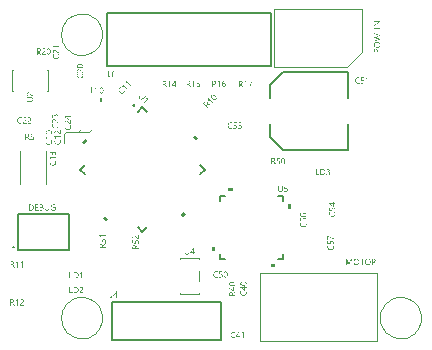
<source format=gto>
G04*
G04 #@! TF.GenerationSoftware,Altium Limited,Altium Designer,22.10.1 (41)*
G04*
G04 Layer_Color=65535*
%FSLAX25Y25*%
%MOIN*%
G70*
G04*
G04 #@! TF.SameCoordinates,423579F9-A912-4673-8900-DDE07351D98F*
G04*
G04*
G04 #@! TF.FilePolarity,Positive*
G04*
G01*
G75*
%ADD10C,0.00591*%
%ADD11C,0.00500*%
%ADD12C,0.00472*%
%ADD13C,0.00394*%
%ADD14C,0.00600*%
%ADD15C,0.00197*%
%ADD16C,0.00787*%
G36*
X34506Y41636D02*
X33445Y42696D01*
X32738Y41989D01*
X33799Y40929D01*
X34506Y41636D01*
D02*
G37*
G36*
X27546Y67773D02*
X26839Y68480D01*
X25778Y67419D01*
X26486Y66712D01*
X27546Y67773D01*
D02*
G37*
G36*
X59582Y44088D02*
X60289Y43381D01*
X59228Y42321D01*
X58521Y43028D01*
X59582Y44088D01*
D02*
G37*
G36*
X63758Y68104D02*
X62697Y69165D01*
X63404Y69872D01*
X64465Y68811D01*
X63758Y68104D01*
D02*
G37*
G36*
X69974Y31038D02*
Y32538D01*
X68974D01*
Y31038D01*
X69974D01*
D02*
G37*
G36*
X75868Y51105D02*
Y52105D01*
X74368D01*
Y51105D01*
X75868D01*
D02*
G37*
G36*
X90041Y26643D02*
Y25643D01*
X88541D01*
Y26643D01*
X90041D01*
D02*
G37*
G36*
X94436Y45211D02*
Y46711D01*
X95436D01*
Y45211D01*
X94436D01*
D02*
G37*
G36*
X42854Y80067D02*
X42866Y80065D01*
X42872Y80063D01*
X42880Y80058D01*
X42892Y80049D01*
X42896Y80042D01*
X42899Y80036D01*
X42962Y79628D01*
X43221Y79950D01*
X43225Y79954D01*
X43232Y79961D01*
X43246Y79964D01*
X43253D01*
X43261Y79962D01*
X43263Y79961D01*
X43266D01*
X43273Y79957D01*
X43282Y79952D01*
X43294Y79943D01*
X43308Y79933D01*
X43324Y79921D01*
X43359Y79886D01*
X43367Y79874D01*
X43390Y79848D01*
X43395Y79835D01*
X43400Y79823D01*
X43402Y79818D01*
Y79808D01*
X43400Y79795D01*
X43395Y79790D01*
X43388Y79783D01*
X43068Y79522D01*
X43477Y79458D01*
X43480D01*
X43489Y79453D01*
X43499Y79442D01*
X43503Y79435D01*
X43505Y79427D01*
X43507Y79422D01*
Y79414D01*
X43505Y79406D01*
Y79392D01*
X43503Y79376D01*
X43499Y79355D01*
X43493Y79331D01*
Y79327D01*
X43489Y79321D01*
X43487Y79308D01*
X43484Y79295D01*
X43472Y79265D01*
X43465Y79255D01*
X43458Y79244D01*
X43454Y79241D01*
X43446Y79235D01*
X43433Y79230D01*
X43416D01*
X43032Y79382D01*
X43180Y78994D01*
Y78990D01*
X43181Y78981D01*
X43178Y78967D01*
X43167Y78954D01*
X43164Y78950D01*
X43157Y78947D01*
X43148Y78941D01*
X43136Y78936D01*
X43122Y78929D01*
X43103Y78924D01*
X43079Y78917D01*
X43075D01*
X43068Y78913D01*
X43054Y78910D01*
X43039Y78908D01*
X43009Y78903D01*
X42993Y78901D01*
X42981Y78903D01*
X42978D01*
X42969Y78908D01*
X42959Y78919D01*
X42955Y78926D01*
X42953Y78934D01*
X42889Y79343D01*
X42626Y79021D01*
X42625Y79020D01*
X42618Y79013D01*
X42605Y79008D01*
X42597Y79009D01*
X42588Y79011D01*
X42583Y79013D01*
X42576Y79016D01*
X42569Y79023D01*
X42559Y79030D01*
X42544Y79040D01*
X42527Y79054D01*
X42492Y79089D01*
X42484Y79101D01*
X42463Y79126D01*
X42454Y79138D01*
X42449Y79150D01*
Y79154D01*
X42447Y79166D01*
X42449Y79178D01*
X42454Y79183D01*
X42459Y79188D01*
X42783Y79449D01*
X42376Y79512D01*
X42372D01*
X42364Y79517D01*
X42351Y79526D01*
X42348Y79533D01*
X42343Y79541D01*
X42341Y79547D01*
Y79554D01*
X42343Y79562D01*
Y79576D01*
X42346Y79594D01*
X42350Y79615D01*
X42357Y79639D01*
Y79642D01*
X42360Y79649D01*
X42364Y79663D01*
X42369Y79675D01*
X42379Y79707D01*
X42386Y79717D01*
X42393Y79728D01*
X42395Y79729D01*
X42397Y79731D01*
X42405Y79736D01*
X42419Y79740D01*
X42435Y79738D01*
X42823Y79590D01*
X42671Y79975D01*
Y79978D01*
Y79988D01*
X42673Y80004D01*
X42684Y80018D01*
X42685Y80020D01*
X42687Y80022D01*
X42694Y80025D01*
X42703Y80030D01*
X42715Y80036D01*
X42729Y80042D01*
X42748Y80048D01*
X42772Y80055D01*
X42776D01*
X42785Y80056D01*
X42795Y80060D01*
X42811Y80062D01*
X42840Y80067D01*
X42854D01*
D02*
G37*
G36*
X117876Y88975D02*
X117900D01*
X117930Y88972D01*
X117962Y88970D01*
X117999Y88968D01*
X118075Y88955D01*
X118156Y88940D01*
X118237Y88921D01*
X118313Y88891D01*
Y88633D01*
X118311Y88635D01*
X118304Y88638D01*
X118291Y88645D01*
X118274Y88653D01*
X118254Y88662D01*
X118230Y88672D01*
X118200Y88685D01*
X118168Y88697D01*
X118134Y88707D01*
X118097Y88719D01*
X118055Y88729D01*
X118013Y88739D01*
X117922Y88753D01*
X117873Y88756D01*
X117824Y88758D01*
X117809D01*
X117789Y88756D01*
X117765D01*
X117733Y88751D01*
X117698Y88746D01*
X117659Y88739D01*
X117617Y88729D01*
X117570Y88717D01*
X117524Y88699D01*
X117477Y88682D01*
X117428Y88657D01*
X117379Y88630D01*
X117332Y88599D01*
X117288Y88562D01*
X117243Y88520D01*
X117241Y88517D01*
X117234Y88510D01*
X117224Y88495D01*
X117209Y88476D01*
X117192Y88453D01*
X117174Y88424D01*
X117152Y88389D01*
X117133Y88350D01*
X117113Y88308D01*
X117093Y88259D01*
X117074Y88207D01*
X117056Y88151D01*
X117042Y88089D01*
X117032Y88025D01*
X117024Y87956D01*
X117022Y87883D01*
Y87878D01*
Y87865D01*
X117024Y87846D01*
Y87821D01*
X117029Y87789D01*
X117032Y87750D01*
X117039Y87710D01*
X117049Y87666D01*
X117059Y87617D01*
X117074Y87568D01*
X117088Y87519D01*
X117108Y87467D01*
X117133Y87418D01*
X117160Y87369D01*
X117192Y87322D01*
X117228Y87278D01*
X117231Y87275D01*
X117238Y87268D01*
X117251Y87258D01*
X117265Y87243D01*
X117288Y87226D01*
X117312Y87206D01*
X117342Y87186D01*
X117376Y87167D01*
X117413Y87145D01*
X117455Y87125D01*
X117499Y87105D01*
X117548Y87088D01*
X117600Y87073D01*
X117654Y87063D01*
X117713Y87056D01*
X117775Y87054D01*
X117804D01*
X117826Y87056D01*
X117853Y87059D01*
X117885Y87061D01*
X117920Y87066D01*
X117959Y87071D01*
X117999Y87078D01*
X118043Y87088D01*
X118134Y87113D01*
X118178Y87127D01*
X118225Y87147D01*
X118269Y87167D01*
X118313Y87191D01*
Y86958D01*
X118311Y86955D01*
X118304Y86953D01*
X118291Y86948D01*
X118272Y86938D01*
X118249Y86931D01*
X118222Y86921D01*
X118193Y86909D01*
X118156Y86899D01*
X118117Y86886D01*
X118075Y86876D01*
X118026Y86864D01*
X117976Y86857D01*
X117922Y86849D01*
X117866Y86842D01*
X117807Y86840D01*
X117743Y86837D01*
X117723D01*
X117701Y86840D01*
X117669Y86842D01*
X117632Y86847D01*
X117588Y86852D01*
X117541Y86862D01*
X117489Y86872D01*
X117433Y86886D01*
X117376Y86906D01*
X117317Y86928D01*
X117258Y86958D01*
X117199Y86990D01*
X117140Y87027D01*
X117086Y87071D01*
X117034Y87120D01*
X117032Y87122D01*
X117022Y87132D01*
X117010Y87150D01*
X116992Y87172D01*
X116973Y87201D01*
X116951Y87236D01*
X116926Y87275D01*
X116901Y87322D01*
X116877Y87371D01*
X116852Y87428D01*
X116830Y87489D01*
X116810Y87555D01*
X116793Y87627D01*
X116781Y87703D01*
X116771Y87784D01*
X116769Y87868D01*
Y87870D01*
Y87873D01*
Y87880D01*
Y87890D01*
X116771Y87915D01*
X116773Y87951D01*
X116778Y87993D01*
X116783Y88040D01*
X116793Y88097D01*
X116805Y88156D01*
X116823Y88217D01*
X116842Y88281D01*
X116865Y88348D01*
X116894Y88416D01*
X116928Y88483D01*
X116968Y88547D01*
X117015Y88611D01*
X117066Y88670D01*
X117069Y88672D01*
X117081Y88682D01*
X117098Y88699D01*
X117120Y88719D01*
X117150Y88741D01*
X117184Y88768D01*
X117226Y88795D01*
X117273Y88825D01*
X117327Y88852D01*
X117384Y88879D01*
X117447Y88906D01*
X117514Y88931D01*
X117585Y88948D01*
X117661Y88965D01*
X117743Y88975D01*
X117826Y88977D01*
X117856D01*
X117876Y88975D01*
D02*
G37*
G36*
X119770Y88729D02*
X119017D01*
X118975Y88121D01*
X118992D01*
X119005Y88124D01*
X119037D01*
X119073Y88126D01*
X119093D01*
X119106Y88129D01*
X119192D01*
X119206Y88126D01*
X119224D01*
X119263Y88124D01*
X119310Y88119D01*
X119359Y88109D01*
X119411Y88099D01*
X119460Y88084D01*
X119462D01*
X119465Y88082D01*
X119472Y88079D01*
X119482Y88077D01*
X119507Y88067D01*
X119536Y88052D01*
X119571Y88035D01*
X119607Y88013D01*
X119647Y87988D01*
X119681Y87959D01*
X119686Y87956D01*
X119696Y87944D01*
X119713Y87927D01*
X119733Y87905D01*
X119755Y87878D01*
X119777Y87843D01*
X119799Y87806D01*
X119819Y87765D01*
Y87762D01*
X119821Y87760D01*
X119826Y87745D01*
X119834Y87720D01*
X119843Y87688D01*
X119851Y87649D01*
X119858Y87605D01*
X119863Y87558D01*
X119866Y87504D01*
Y87501D01*
Y87496D01*
Y87489D01*
Y87479D01*
X119863Y87464D01*
Y87450D01*
X119858Y87413D01*
X119853Y87369D01*
X119843Y87324D01*
X119829Y87275D01*
X119811Y87228D01*
Y87226D01*
X119809Y87223D01*
X119802Y87209D01*
X119789Y87184D01*
X119775Y87157D01*
X119753Y87122D01*
X119728Y87088D01*
X119698Y87051D01*
X119664Y87017D01*
X119659Y87012D01*
X119647Y87002D01*
X119627Y86987D01*
X119600Y86967D01*
X119565Y86945D01*
X119526Y86923D01*
X119482Y86904D01*
X119433Y86884D01*
X119430D01*
X119428Y86881D01*
X119420Y86879D01*
X119408Y86876D01*
X119396Y86874D01*
X119381Y86869D01*
X119344Y86862D01*
X119300Y86852D01*
X119248Y86844D01*
X119192Y86840D01*
X119130Y86837D01*
X119103D01*
X119083Y86840D01*
X119059D01*
X119032Y86842D01*
X119002Y86844D01*
X118968Y86847D01*
X118899Y86857D01*
X118827Y86872D01*
X118761Y86894D01*
X118729Y86906D01*
X118702Y86921D01*
Y87172D01*
X118704Y87169D01*
X118712Y87167D01*
X118724Y87159D01*
X118739Y87150D01*
X118759Y87140D01*
X118781Y87130D01*
X118805Y87118D01*
X118835Y87105D01*
X118867Y87090D01*
X118901Y87078D01*
X118973Y87059D01*
X119051Y87041D01*
X119091Y87039D01*
X119133Y87036D01*
X119152D01*
X119174Y87039D01*
X119202Y87041D01*
X119233Y87044D01*
X119265Y87051D01*
X119302Y87059D01*
X119337Y87068D01*
X119342Y87071D01*
X119351Y87076D01*
X119369Y87083D01*
X119391Y87093D01*
X119413Y87105D01*
X119440Y87122D01*
X119465Y87142D01*
X119489Y87162D01*
X119492Y87164D01*
X119499Y87172D01*
X119511Y87184D01*
X119526Y87201D01*
X119541Y87223D01*
X119558Y87248D01*
X119573Y87275D01*
X119588Y87305D01*
X119590Y87309D01*
X119593Y87319D01*
X119597Y87336D01*
X119605Y87359D01*
X119612Y87386D01*
X119617Y87418D01*
X119620Y87452D01*
X119622Y87489D01*
Y87492D01*
Y87499D01*
Y87509D01*
X119620Y87524D01*
X119617Y87538D01*
X119615Y87558D01*
X119605Y87605D01*
X119590Y87656D01*
X119565Y87708D01*
X119551Y87735D01*
X119531Y87760D01*
X119511Y87784D01*
X119487Y87806D01*
X119484Y87809D01*
X119479Y87811D01*
X119472Y87816D01*
X119462Y87824D01*
X119448Y87833D01*
X119430Y87843D01*
X119411Y87853D01*
X119386Y87865D01*
X119361Y87875D01*
X119332Y87885D01*
X119297Y87895D01*
X119263Y87905D01*
X119224Y87912D01*
X119182Y87917D01*
X119138Y87922D01*
X119037D01*
X119002Y87919D01*
X118985D01*
X118975Y87917D01*
X118946D01*
X118911Y87915D01*
X118882D01*
X118852Y87912D01*
X118820Y87910D01*
X118805D01*
X118793Y87907D01*
X118769D01*
X118741Y87905D01*
X118810Y88943D01*
X119770D01*
Y88729D01*
D02*
G37*
G36*
X121106Y86872D02*
X120867D01*
Y88660D01*
X120862Y88655D01*
X120855Y88650D01*
X120847Y88643D01*
X120835Y88633D01*
X120820Y88621D01*
X120805Y88608D01*
X120786Y88596D01*
X120783Y88594D01*
X120776Y88591D01*
X120766Y88584D01*
X120751Y88574D01*
X120734Y88564D01*
X120714Y88552D01*
X120668Y88527D01*
X120665Y88525D01*
X120658Y88522D01*
X120643Y88515D01*
X120626Y88505D01*
X120606Y88495D01*
X120581Y88485D01*
X120530Y88461D01*
X120527D01*
X120518Y88456D01*
X120503Y88451D01*
X120486Y88443D01*
X120463Y88436D01*
X120439Y88429D01*
X120387Y88414D01*
Y88655D01*
X120390D01*
X120402Y88660D01*
X120417Y88665D01*
X120436Y88670D01*
X120461Y88680D01*
X120491Y88690D01*
X120552Y88714D01*
X120557Y88717D01*
X120567Y88722D01*
X120584Y88729D01*
X120606Y88739D01*
X120633Y88751D01*
X120663Y88763D01*
X120724Y88795D01*
X120729Y88798D01*
X120739Y88803D01*
X120756Y88813D01*
X120776Y88825D01*
X120800Y88840D01*
X120827Y88857D01*
X120884Y88891D01*
X120887Y88894D01*
X120896Y88899D01*
X120911Y88908D01*
X120928Y88923D01*
X120950Y88938D01*
X120970Y88953D01*
X121014Y88990D01*
X121106D01*
Y86872D01*
D02*
G37*
G36*
X115796Y26424D02*
X115554D01*
Y27814D01*
Y27817D01*
Y27821D01*
Y27831D01*
Y27844D01*
Y27861D01*
Y27878D01*
X115557Y27900D01*
Y27927D01*
Y27954D01*
X115559Y27984D01*
X115562Y28018D01*
Y28053D01*
X115567Y28129D01*
X115574Y28215D01*
X115567D01*
Y28213D01*
X115564Y28210D01*
Y28203D01*
X115562Y28193D01*
X115554Y28168D01*
X115547Y28139D01*
X115537Y28104D01*
X115527Y28072D01*
X115515Y28040D01*
X115505Y28016D01*
X114797Y26424D01*
X114679D01*
X113973Y28003D01*
X113970Y28006D01*
X113968Y28016D01*
X113963Y28033D01*
X113953Y28055D01*
X113946Y28085D01*
X113933Y28122D01*
X113924Y28166D01*
X113911Y28215D01*
X113904D01*
Y28213D01*
Y28210D01*
Y28203D01*
X113906Y28190D01*
Y28178D01*
X113909Y28161D01*
Y28141D01*
X113911Y28119D01*
Y28092D01*
Y28062D01*
X113914Y28028D01*
Y27991D01*
X113916Y27952D01*
Y27908D01*
Y27861D01*
Y27809D01*
Y26424D01*
X113682D01*
Y28495D01*
X114002D01*
X114639Y27049D01*
Y27047D01*
X114642Y27042D01*
X114647Y27034D01*
X114652Y27022D01*
X114664Y26992D01*
X114679Y26956D01*
X114696Y26916D01*
X114711Y26874D01*
X114725Y26835D01*
X114735Y26801D01*
X114743D01*
Y26803D01*
X114745Y26808D01*
X114748Y26818D01*
X114752Y26830D01*
X114757Y26842D01*
X114765Y26860D01*
X114780Y26897D01*
X114794Y26938D01*
X114812Y26980D01*
X114829Y27022D01*
X114843Y27056D01*
X115490Y28495D01*
X115796D01*
Y26424D01*
D02*
G37*
G36*
X123018Y28493D02*
X123053Y28491D01*
X123092Y28488D01*
X123134Y28481D01*
X123176Y28473D01*
X123220Y28461D01*
X123222D01*
X123225Y28459D01*
X123240Y28454D01*
X123262Y28446D01*
X123289Y28436D01*
X123318Y28422D01*
X123353Y28402D01*
X123387Y28382D01*
X123419Y28358D01*
X123424Y28355D01*
X123434Y28345D01*
X123449Y28331D01*
X123468Y28311D01*
X123490Y28286D01*
X123513Y28257D01*
X123532Y28222D01*
X123552Y28185D01*
X123554Y28181D01*
X123559Y28168D01*
X123567Y28146D01*
X123576Y28117D01*
X123584Y28080D01*
X123591Y28040D01*
X123596Y27994D01*
X123599Y27942D01*
Y27937D01*
Y27925D01*
X123596Y27903D01*
X123594Y27876D01*
X123591Y27846D01*
X123586Y27812D01*
X123576Y27777D01*
X123567Y27743D01*
X123564Y27738D01*
X123562Y27728D01*
X123554Y27711D01*
X123542Y27689D01*
X123530Y27664D01*
X123515Y27637D01*
X123495Y27610D01*
X123473Y27583D01*
X123471Y27580D01*
X123463Y27571D01*
X123451Y27558D01*
X123434Y27541D01*
X123412Y27521D01*
X123387Y27502D01*
X123360Y27482D01*
X123330Y27462D01*
X123326Y27460D01*
X123316Y27455D01*
X123299Y27445D01*
X123276Y27435D01*
X123247Y27423D01*
X123215Y27411D01*
X123180Y27398D01*
X123141Y27386D01*
Y27379D01*
X123144D01*
X123151Y27374D01*
X123158Y27371D01*
X123171Y27364D01*
X123200Y27347D01*
X123230Y27327D01*
X123232Y27325D01*
X123237Y27322D01*
X123244Y27315D01*
X123254Y27307D01*
X123276Y27285D01*
X123303Y27256D01*
X123306Y27253D01*
X123308Y27248D01*
X123316Y27241D01*
X123326Y27229D01*
X123348Y27202D01*
X123372Y27165D01*
X123375Y27162D01*
X123377Y27155D01*
X123385Y27145D01*
X123395Y27130D01*
X123407Y27113D01*
X123419Y27093D01*
X123449Y27047D01*
X123837Y26424D01*
X123547D01*
X123200Y27005D01*
X123198Y27007D01*
X123193Y27020D01*
X123183Y27034D01*
X123171Y27051D01*
X123158Y27074D01*
X123141Y27098D01*
X123109Y27143D01*
X123107Y27145D01*
X123102Y27152D01*
X123092Y27162D01*
X123082Y27174D01*
X123050Y27204D01*
X123016Y27233D01*
X123013Y27236D01*
X123008Y27238D01*
X122998Y27246D01*
X122986Y27253D01*
X122971Y27263D01*
X122954Y27273D01*
X122915Y27288D01*
X122912D01*
X122905Y27290D01*
X122895Y27293D01*
X122880Y27297D01*
X122861Y27300D01*
X122841Y27302D01*
X122794Y27305D01*
X122595D01*
Y26424D01*
X122351D01*
Y28495D01*
X122994D01*
X123018Y28493D01*
D02*
G37*
G36*
X119796Y28277D02*
X119198D01*
Y26424D01*
X118954D01*
Y28277D01*
X118359D01*
Y28495D01*
X119796D01*
Y28277D01*
D02*
G37*
G36*
X121033Y28528D02*
X121062Y28525D01*
X121099Y28520D01*
X121141Y28515D01*
X121188Y28505D01*
X121237Y28493D01*
X121291Y28478D01*
X121348Y28459D01*
X121404Y28436D01*
X121463Y28407D01*
X121520Y28375D01*
X121576Y28336D01*
X121628Y28291D01*
X121680Y28240D01*
X121682Y28237D01*
X121692Y28227D01*
X121704Y28210D01*
X121722Y28188D01*
X121741Y28159D01*
X121764Y28124D01*
X121788Y28085D01*
X121813Y28038D01*
X121837Y27986D01*
X121859Y27930D01*
X121882Y27866D01*
X121901Y27799D01*
X121918Y27728D01*
X121931Y27652D01*
X121941Y27571D01*
X121943Y27484D01*
Y27482D01*
Y27479D01*
Y27472D01*
Y27462D01*
X121941Y27435D01*
X121938Y27401D01*
X121936Y27359D01*
X121928Y27310D01*
X121921Y27253D01*
X121909Y27194D01*
X121896Y27130D01*
X121877Y27066D01*
X121857Y27000D01*
X121830Y26933D01*
X121800Y26867D01*
X121764Y26801D01*
X121722Y26739D01*
X121675Y26682D01*
X121672Y26680D01*
X121663Y26670D01*
X121648Y26655D01*
X121626Y26636D01*
X121599Y26614D01*
X121567Y26589D01*
X121527Y26564D01*
X121485Y26537D01*
X121436Y26508D01*
X121382Y26483D01*
X121323Y26459D01*
X121257Y26436D01*
X121188Y26417D01*
X121114Y26402D01*
X121038Y26392D01*
X120954Y26390D01*
X120934D01*
X120912Y26392D01*
X120880Y26395D01*
X120844Y26400D01*
X120802Y26405D01*
X120752Y26414D01*
X120701Y26427D01*
X120647Y26441D01*
X120588Y26461D01*
X120529Y26483D01*
X120469Y26513D01*
X120413Y26545D01*
X120354Y26584D01*
X120300Y26628D01*
X120248Y26680D01*
X120246Y26682D01*
X120236Y26692D01*
X120223Y26709D01*
X120206Y26732D01*
X120187Y26761D01*
X120165Y26796D01*
X120142Y26838D01*
X120118Y26884D01*
X120093Y26936D01*
X120069Y26992D01*
X120046Y27054D01*
X120027Y27120D01*
X120010Y27194D01*
X119997Y27270D01*
X119987Y27349D01*
X119985Y27435D01*
Y27438D01*
Y27440D01*
Y27448D01*
Y27457D01*
X119987Y27484D01*
X119990Y27519D01*
X119992Y27561D01*
X120000Y27610D01*
X120007Y27664D01*
X120019Y27723D01*
X120032Y27785D01*
X120051Y27849D01*
X120071Y27915D01*
X120098Y27981D01*
X120128Y28048D01*
X120165Y28112D01*
X120206Y28173D01*
X120253Y28232D01*
X120255Y28235D01*
X120265Y28245D01*
X120280Y28259D01*
X120302Y28279D01*
X120329Y28301D01*
X120364Y28326D01*
X120403Y28353D01*
X120447Y28382D01*
X120497Y28409D01*
X120553Y28436D01*
X120612Y28461D01*
X120679Y28483D01*
X120750Y28503D01*
X120826Y28518D01*
X120905Y28528D01*
X120991Y28530D01*
X121011D01*
X121033Y28528D01*
D02*
G37*
G36*
X117252D02*
X117281Y28525D01*
X117318Y28520D01*
X117360Y28515D01*
X117407Y28505D01*
X117456Y28493D01*
X117510Y28478D01*
X117567Y28459D01*
X117623Y28436D01*
X117682Y28407D01*
X117739Y28375D01*
X117796Y28336D01*
X117847Y28291D01*
X117899Y28240D01*
X117901Y28237D01*
X117911Y28227D01*
X117923Y28210D01*
X117941Y28188D01*
X117960Y28159D01*
X117982Y28124D01*
X118007Y28085D01*
X118032Y28038D01*
X118056Y27986D01*
X118078Y27930D01*
X118101Y27866D01*
X118120Y27799D01*
X118138Y27728D01*
X118150Y27652D01*
X118160Y27571D01*
X118162Y27484D01*
Y27482D01*
Y27479D01*
Y27472D01*
Y27462D01*
X118160Y27435D01*
X118157Y27401D01*
X118155Y27359D01*
X118147Y27310D01*
X118140Y27253D01*
X118128Y27194D01*
X118115Y27130D01*
X118096Y27066D01*
X118076Y27000D01*
X118049Y26933D01*
X118019Y26867D01*
X117982Y26801D01*
X117941Y26739D01*
X117894Y26682D01*
X117892Y26680D01*
X117882Y26670D01*
X117867Y26655D01*
X117845Y26636D01*
X117818Y26614D01*
X117786Y26589D01*
X117746Y26564D01*
X117704Y26537D01*
X117655Y26508D01*
X117601Y26483D01*
X117542Y26459D01*
X117476Y26436D01*
X117407Y26417D01*
X117333Y26402D01*
X117257Y26392D01*
X117173Y26390D01*
X117154D01*
X117131Y26392D01*
X117099Y26395D01*
X117062Y26400D01*
X117021Y26405D01*
X116971Y26414D01*
X116920Y26427D01*
X116866Y26441D01*
X116807Y26461D01*
X116748Y26483D01*
X116689Y26513D01*
X116632Y26545D01*
X116573Y26584D01*
X116519Y26628D01*
X116467Y26680D01*
X116465Y26682D01*
X116455Y26692D01*
X116443Y26709D01*
X116425Y26732D01*
X116406Y26761D01*
X116384Y26796D01*
X116361Y26838D01*
X116337Y26884D01*
X116312Y26936D01*
X116288Y26992D01*
X116265Y27054D01*
X116246Y27120D01*
X116228Y27194D01*
X116216Y27270D01*
X116206Y27349D01*
X116204Y27435D01*
Y27438D01*
Y27440D01*
Y27448D01*
Y27457D01*
X116206Y27484D01*
X116209Y27519D01*
X116211Y27561D01*
X116219Y27610D01*
X116226Y27664D01*
X116238Y27723D01*
X116251Y27785D01*
X116270Y27849D01*
X116290Y27915D01*
X116317Y27981D01*
X116347Y28048D01*
X116384Y28112D01*
X116425Y28173D01*
X116472Y28232D01*
X116474Y28235D01*
X116484Y28245D01*
X116499Y28259D01*
X116521Y28279D01*
X116548Y28301D01*
X116583Y28326D01*
X116622Y28353D01*
X116666Y28382D01*
X116716Y28409D01*
X116772Y28436D01*
X116831Y28461D01*
X116898Y28483D01*
X116969Y28503D01*
X117045Y28518D01*
X117124Y28528D01*
X117210Y28530D01*
X117230D01*
X117252Y28528D01*
D02*
G37*
G36*
X92665Y51629D02*
Y51626D01*
Y51619D01*
Y51607D01*
X92662Y51592D01*
Y51572D01*
X92660Y51548D01*
X92658Y51523D01*
X92653Y51494D01*
X92648Y51462D01*
X92640Y51427D01*
X92623Y51354D01*
X92598Y51275D01*
X92567Y51194D01*
X92547Y51152D01*
X92525Y51112D01*
X92500Y51073D01*
X92473Y51034D01*
X92444Y50997D01*
X92409Y50960D01*
X92372Y50925D01*
X92333Y50893D01*
X92289Y50864D01*
X92242Y50839D01*
X92193Y50815D01*
X92138Y50795D01*
X92079Y50780D01*
X92015Y50768D01*
X91949Y50761D01*
X91878Y50758D01*
X91858D01*
X91846Y50761D01*
X91829D01*
X91809Y50763D01*
X91784Y50768D01*
X91760Y50770D01*
X91703Y50783D01*
X91639Y50802D01*
X91570Y50829D01*
X91501Y50864D01*
X91464Y50884D01*
X91430Y50908D01*
X91395Y50933D01*
X91361Y50962D01*
X91329Y50994D01*
X91297Y51031D01*
X91268Y51071D01*
X91241Y51112D01*
X91216Y51159D01*
X91191Y51208D01*
X91172Y51262D01*
X91154Y51319D01*
X91142Y51383D01*
X91130Y51449D01*
X91125Y51521D01*
X91123Y51597D01*
Y52864D01*
X91366D01*
Y51612D01*
Y51609D01*
Y51604D01*
Y51597D01*
Y51585D01*
X91369Y51570D01*
Y51553D01*
X91373Y51513D01*
X91383Y51464D01*
X91395Y51410D01*
X91410Y51354D01*
X91432Y51294D01*
X91462Y51233D01*
X91496Y51176D01*
X91541Y51122D01*
X91592Y51076D01*
X91622Y51053D01*
X91654Y51034D01*
X91691Y51016D01*
X91728Y51002D01*
X91767Y50989D01*
X91809Y50982D01*
X91856Y50977D01*
X91905Y50975D01*
X91917D01*
X91927Y50977D01*
X91952Y50980D01*
X91986Y50985D01*
X92025Y50994D01*
X92067Y51007D01*
X92114Y51026D01*
X92163Y51051D01*
X92212Y51085D01*
X92259Y51125D01*
X92281Y51149D01*
X92301Y51174D01*
X92323Y51203D01*
X92340Y51235D01*
X92357Y51267D01*
X92375Y51304D01*
X92387Y51344D01*
X92399Y51388D01*
X92409Y51432D01*
X92416Y51481D01*
X92419Y51533D01*
X92421Y51590D01*
Y52864D01*
X92665D01*
Y51629D01*
D02*
G37*
G36*
X94215Y52650D02*
X93462D01*
X93420Y52042D01*
X93437D01*
X93450Y52045D01*
X93482D01*
X93519Y52047D01*
X93538D01*
X93550Y52050D01*
X93637D01*
X93651Y52047D01*
X93669D01*
X93708Y52045D01*
X93755Y52040D01*
X93804Y52030D01*
X93856Y52020D01*
X93905Y52005D01*
X93907D01*
X93910Y52003D01*
X93917Y52000D01*
X93927Y51998D01*
X93951Y51988D01*
X93981Y51973D01*
X94015Y51956D01*
X94052Y51934D01*
X94092Y51909D01*
X94126Y51880D01*
X94131Y51877D01*
X94141Y51865D01*
X94158Y51848D01*
X94178Y51826D01*
X94200Y51799D01*
X94222Y51764D01*
X94244Y51727D01*
X94264Y51686D01*
Y51683D01*
X94266Y51681D01*
X94271Y51666D01*
X94279Y51641D01*
X94288Y51609D01*
X94296Y51570D01*
X94303Y51526D01*
X94308Y51479D01*
X94311Y51425D01*
Y51422D01*
Y51417D01*
Y51410D01*
Y51400D01*
X94308Y51385D01*
Y51371D01*
X94303Y51334D01*
X94298Y51289D01*
X94288Y51245D01*
X94274Y51196D01*
X94257Y51149D01*
Y51147D01*
X94254Y51144D01*
X94247Y51130D01*
X94234Y51105D01*
X94220Y51078D01*
X94197Y51043D01*
X94173Y51009D01*
X94143Y50972D01*
X94109Y50938D01*
X94104Y50933D01*
X94092Y50923D01*
X94072Y50908D01*
X94045Y50889D01*
X94011Y50866D01*
X93971Y50844D01*
X93927Y50825D01*
X93878Y50805D01*
X93875D01*
X93873Y50802D01*
X93865Y50800D01*
X93853Y50797D01*
X93841Y50795D01*
X93826Y50790D01*
X93789Y50783D01*
X93745Y50773D01*
X93693Y50766D01*
X93637Y50761D01*
X93575Y50758D01*
X93548D01*
X93528Y50761D01*
X93504D01*
X93477Y50763D01*
X93447Y50766D01*
X93413Y50768D01*
X93344Y50778D01*
X93273Y50793D01*
X93206Y50815D01*
X93174Y50827D01*
X93147Y50842D01*
Y51093D01*
X93150Y51090D01*
X93157Y51088D01*
X93169Y51080D01*
X93184Y51071D01*
X93204Y51061D01*
X93226Y51051D01*
X93250Y51039D01*
X93280Y51026D01*
X93312Y51012D01*
X93346Y50999D01*
X93418Y50980D01*
X93496Y50962D01*
X93536Y50960D01*
X93577Y50957D01*
X93597D01*
X93619Y50960D01*
X93646Y50962D01*
X93678Y50965D01*
X93710Y50972D01*
X93747Y50980D01*
X93782Y50989D01*
X93787Y50992D01*
X93796Y50997D01*
X93814Y51004D01*
X93836Y51014D01*
X93858Y51026D01*
X93885Y51043D01*
X93910Y51063D01*
X93934Y51083D01*
X93937Y51085D01*
X93944Y51093D01*
X93956Y51105D01*
X93971Y51122D01*
X93986Y51144D01*
X94003Y51169D01*
X94018Y51196D01*
X94033Y51226D01*
X94035Y51231D01*
X94038Y51240D01*
X94042Y51257D01*
X94050Y51280D01*
X94057Y51307D01*
X94062Y51339D01*
X94065Y51373D01*
X94067Y51410D01*
Y51412D01*
Y51420D01*
Y51430D01*
X94065Y51445D01*
X94062Y51459D01*
X94060Y51479D01*
X94050Y51526D01*
X94035Y51577D01*
X94011Y51629D01*
X93996Y51656D01*
X93976Y51681D01*
X93956Y51705D01*
X93932Y51727D01*
X93929Y51730D01*
X93924Y51732D01*
X93917Y51737D01*
X93907Y51745D01*
X93892Y51754D01*
X93875Y51764D01*
X93856Y51774D01*
X93831Y51786D01*
X93806Y51796D01*
X93777Y51806D01*
X93742Y51816D01*
X93708Y51826D01*
X93669Y51833D01*
X93627Y51838D01*
X93582Y51843D01*
X93482D01*
X93447Y51841D01*
X93430D01*
X93420Y51838D01*
X93391D01*
X93356Y51836D01*
X93327D01*
X93297Y51833D01*
X93265Y51831D01*
X93250D01*
X93238Y51828D01*
X93213D01*
X93186Y51826D01*
X93255Y52864D01*
X94215D01*
Y52650D01*
D02*
G37*
G36*
X61461Y30778D02*
Y30775D01*
Y30768D01*
Y30756D01*
X61459Y30741D01*
Y30721D01*
X61457Y30697D01*
X61454Y30672D01*
X61449Y30643D01*
X61444Y30610D01*
X61437Y30576D01*
X61420Y30502D01*
X61395Y30424D01*
X61363Y30342D01*
X61343Y30301D01*
X61321Y30261D01*
X61297Y30222D01*
X61270Y30182D01*
X61240Y30146D01*
X61206Y30109D01*
X61169Y30074D01*
X61129Y30042D01*
X61085Y30013D01*
X61038Y29988D01*
X60989Y29963D01*
X60935Y29944D01*
X60876Y29929D01*
X60812Y29917D01*
X60746Y29909D01*
X60674Y29907D01*
X60655D01*
X60642Y29909D01*
X60625D01*
X60605Y29912D01*
X60581Y29917D01*
X60556Y29919D01*
X60500Y29932D01*
X60436Y29951D01*
X60367Y29978D01*
X60298Y30013D01*
X60261Y30032D01*
X60227Y30057D01*
X60192Y30082D01*
X60158Y30111D01*
X60126Y30143D01*
X60094Y30180D01*
X60064Y30219D01*
X60037Y30261D01*
X60013Y30308D01*
X59988Y30357D01*
X59968Y30411D01*
X59951Y30468D01*
X59939Y30532D01*
X59926Y30598D01*
X59921Y30670D01*
X59919Y30746D01*
Y32013D01*
X60163D01*
Y30761D01*
Y30758D01*
Y30753D01*
Y30746D01*
Y30733D01*
X60165Y30719D01*
Y30702D01*
X60170Y30662D01*
X60180Y30613D01*
X60192Y30559D01*
X60207Y30502D01*
X60229Y30443D01*
X60259Y30382D01*
X60293Y30325D01*
X60337Y30271D01*
X60389Y30224D01*
X60418Y30202D01*
X60450Y30182D01*
X60487Y30165D01*
X60524Y30150D01*
X60563Y30138D01*
X60605Y30131D01*
X60652Y30126D01*
X60701Y30123D01*
X60714D01*
X60723Y30126D01*
X60748Y30128D01*
X60782Y30133D01*
X60822Y30143D01*
X60864Y30155D01*
X60910Y30175D01*
X60960Y30200D01*
X61009Y30234D01*
X61055Y30274D01*
X61078Y30298D01*
X61097Y30323D01*
X61120Y30352D01*
X61137Y30384D01*
X61154Y30416D01*
X61171Y30453D01*
X61184Y30492D01*
X61196Y30537D01*
X61206Y30581D01*
X61213Y30630D01*
X61215Y30682D01*
X61218Y30738D01*
Y32013D01*
X61461D01*
Y30778D01*
D02*
G37*
G36*
X62935Y30645D02*
X63201D01*
Y30426D01*
X62935D01*
Y29941D01*
X62701D01*
Y30426D01*
X61727D01*
Y30633D01*
X61730Y30635D01*
X61734Y30640D01*
X61739Y30647D01*
X61752Y30660D01*
X61762Y30674D01*
X61776Y30689D01*
X61813Y30731D01*
X61853Y30780D01*
X61899Y30834D01*
X61949Y30896D01*
X62000Y30960D01*
X62003Y30962D01*
X62008Y30967D01*
X62015Y30977D01*
X62025Y30989D01*
X62037Y31007D01*
X62052Y31024D01*
X62067Y31046D01*
X62086Y31071D01*
X62126Y31122D01*
X62172Y31181D01*
X62219Y31245D01*
X62266Y31312D01*
X62268Y31314D01*
X62271Y31319D01*
X62278Y31329D01*
X62288Y31344D01*
X62298Y31358D01*
X62313Y31378D01*
X62327Y31400D01*
X62342Y31425D01*
X62379Y31479D01*
X62418Y31538D01*
X62460Y31602D01*
X62500Y31668D01*
X62502Y31671D01*
X62505Y31676D01*
X62509Y31686D01*
X62517Y31698D01*
X62527Y31715D01*
X62539Y31735D01*
X62549Y31754D01*
X62564Y31779D01*
X62591Y31831D01*
X62623Y31890D01*
X62652Y31951D01*
X62682Y32013D01*
X62935D01*
Y30645D01*
D02*
G37*
G36*
X9421Y82736D02*
X9321D01*
X9318D01*
X9316D01*
X9308D01*
X9298D01*
X9274Y82739D01*
X9242D01*
X9205Y82744D01*
X9166Y82748D01*
X9126Y82753D01*
X9087Y82763D01*
X9082Y82766D01*
X9070Y82768D01*
X9050Y82775D01*
X9025Y82785D01*
X8996Y82800D01*
X8964Y82817D01*
X8929Y82837D01*
X8895Y82859D01*
X8890Y82862D01*
X8878Y82871D01*
X8861Y82886D01*
X8836Y82906D01*
X8809Y82930D01*
X8777Y82960D01*
X8745Y82994D01*
X8710Y83034D01*
Y83036D01*
X8706Y83039D01*
X8693Y83053D01*
X8676Y83076D01*
X8652Y83108D01*
X8619Y83144D01*
X8585Y83191D01*
X8548Y83240D01*
X8506Y83297D01*
Y83299D01*
X8501Y83302D01*
X8492Y83317D01*
X8477Y83336D01*
X8457Y83363D01*
X8433Y83393D01*
X8405Y83425D01*
X8378Y83457D01*
X8351Y83486D01*
X8349Y83489D01*
X8339Y83499D01*
X8324Y83513D01*
X8305Y83531D01*
X8282Y83550D01*
X8258Y83570D01*
X8231Y83590D01*
X8204Y83607D01*
X8201Y83609D01*
X8191Y83614D01*
X8177Y83622D01*
X8157Y83634D01*
X8135Y83644D01*
X8110Y83654D01*
X8083Y83666D01*
X8056Y83673D01*
X8054D01*
X8044Y83676D01*
X8027Y83681D01*
X8007Y83683D01*
X7982Y83688D01*
X7955Y83691D01*
X7926Y83693D01*
X7894D01*
X7889D01*
X7877D01*
X7859Y83691D01*
X7837D01*
X7810Y83686D01*
X7783Y83681D01*
X7756Y83673D01*
X7729Y83664D01*
X7727Y83661D01*
X7717Y83659D01*
X7704Y83651D01*
X7687Y83641D01*
X7648Y83617D01*
X7611Y83582D01*
X7609Y83580D01*
X7604Y83573D01*
X7594Y83563D01*
X7584Y83548D01*
X7574Y83531D01*
X7562Y83511D01*
X7542Y83462D01*
Y83459D01*
X7537Y83450D01*
X7535Y83435D01*
X7530Y83418D01*
X7525Y83395D01*
X7522Y83368D01*
X7517Y83341D01*
Y83287D01*
X7520Y83270D01*
X7522Y83248D01*
X7525Y83226D01*
X7537Y83176D01*
Y83174D01*
X7540Y83164D01*
X7544Y83152D01*
X7549Y83135D01*
X7557Y83115D01*
X7567Y83093D01*
X7589Y83046D01*
X7591Y83044D01*
X7594Y83036D01*
X7601Y83024D01*
X7611Y83009D01*
X7621Y82990D01*
X7636Y82970D01*
X7667Y82926D01*
X7670Y82923D01*
X7675Y82916D01*
X7685Y82903D01*
X7697Y82889D01*
X7714Y82871D01*
X7731Y82854D01*
X7771Y82815D01*
X7515D01*
X7510Y82820D01*
X7500Y82832D01*
X7483Y82854D01*
X7461Y82881D01*
X7436Y82913D01*
X7412Y82953D01*
X7389Y82994D01*
X7367Y83039D01*
Y83041D01*
X7365Y83044D01*
X7362Y83051D01*
X7360Y83061D01*
X7355Y83073D01*
X7350Y83088D01*
X7340Y83122D01*
X7333Y83167D01*
X7323Y83218D01*
X7318Y83277D01*
X7316Y83341D01*
Y83363D01*
X7318Y83386D01*
X7321Y83418D01*
X7326Y83455D01*
X7331Y83494D01*
X7340Y83533D01*
X7353Y83575D01*
Y83578D01*
X7355Y83580D01*
X7360Y83592D01*
X7367Y83614D01*
X7380Y83639D01*
X7394Y83669D01*
X7414Y83701D01*
X7436Y83732D01*
X7461Y83762D01*
X7463Y83764D01*
X7473Y83774D01*
X7488Y83789D01*
X7510Y83809D01*
X7535Y83828D01*
X7564Y83848D01*
X7599Y83870D01*
X7636Y83887D01*
X7640Y83890D01*
X7653Y83895D01*
X7675Y83902D01*
X7704Y83912D01*
X7739Y83919D01*
X7781Y83927D01*
X7825Y83932D01*
X7874Y83934D01*
X7877D01*
X7879D01*
X7894D01*
X7918Y83932D01*
X7948D01*
X7982Y83927D01*
X8019Y83922D01*
X8059Y83915D01*
X8098Y83905D01*
X8103D01*
X8115Y83900D01*
X8135Y83892D01*
X8157Y83885D01*
X8186Y83873D01*
X8219Y83858D01*
X8251Y83841D01*
X8285Y83821D01*
X8290Y83819D01*
X8300Y83811D01*
X8317Y83799D01*
X8339Y83782D01*
X8364Y83762D01*
X8391Y83735D01*
X8423Y83708D01*
X8452Y83676D01*
X8455Y83671D01*
X8467Y83661D01*
X8482Y83641D01*
X8504Y83619D01*
X8529Y83590D01*
X8556Y83555D01*
X8585Y83516D01*
X8617Y83474D01*
Y83472D01*
X8622Y83467D01*
X8627Y83459D01*
X8634Y83450D01*
X8654Y83422D01*
X8679Y83388D01*
X8708Y83349D01*
X8738Y83309D01*
X8767Y83267D01*
X8797Y83231D01*
X8799Y83226D01*
X8809Y83216D01*
X8824Y83199D01*
X8841Y83176D01*
X8863Y83152D01*
X8885Y83127D01*
X8910Y83103D01*
X8934Y83081D01*
X8937Y83078D01*
X8944Y83071D01*
X8959Y83063D01*
X8974Y83051D01*
X8993Y83039D01*
X9016Y83026D01*
X9038Y83014D01*
X9062Y83004D01*
X9065D01*
X9075Y83002D01*
X9087Y82997D01*
X9104Y82994D01*
X9126Y82990D01*
X9151Y82985D01*
X9180Y82982D01*
X9210D01*
Y84013D01*
X9421D01*
Y82736D01*
D02*
G37*
G36*
X8622Y82330D02*
X8642D01*
X8666Y82328D01*
X8691Y82325D01*
X8720Y82320D01*
X8752Y82315D01*
X8787Y82308D01*
X8861Y82291D01*
X8939Y82266D01*
X9020Y82234D01*
X9062Y82215D01*
X9102Y82192D01*
X9141Y82168D01*
X9180Y82141D01*
X9217Y82111D01*
X9254Y82077D01*
X9289Y82040D01*
X9321Y82001D01*
X9350Y81956D01*
X9375Y81910D01*
X9399Y81860D01*
X9419Y81806D01*
X9434Y81747D01*
X9446Y81683D01*
X9453Y81617D01*
X9456Y81546D01*
Y81526D01*
X9453Y81514D01*
Y81496D01*
X9451Y81477D01*
X9446Y81452D01*
X9444Y81427D01*
X9431Y81371D01*
X9412Y81307D01*
X9385Y81238D01*
X9350Y81169D01*
X9330Y81132D01*
X9306Y81098D01*
X9281Y81063D01*
X9252Y81029D01*
X9220Y80997D01*
X9183Y80965D01*
X9144Y80935D01*
X9102Y80908D01*
X9055Y80884D01*
X9006Y80859D01*
X8952Y80840D01*
X8895Y80822D01*
X8831Y80810D01*
X8765Y80798D01*
X8693Y80793D01*
X8617Y80790D01*
X7350D01*
Y81034D01*
X8602D01*
X8605D01*
X8610D01*
X8617D01*
X8629D01*
X8644Y81036D01*
X8661D01*
X8701Y81041D01*
X8750Y81051D01*
X8804Y81063D01*
X8861Y81078D01*
X8920Y81100D01*
X8981Y81130D01*
X9038Y81164D01*
X9092Y81208D01*
X9139Y81260D01*
X9161Y81290D01*
X9180Y81322D01*
X9198Y81358D01*
X9212Y81395D01*
X9225Y81435D01*
X9232Y81477D01*
X9237Y81523D01*
X9239Y81573D01*
Y81585D01*
X9237Y81595D01*
X9234Y81619D01*
X9230Y81654D01*
X9220Y81693D01*
X9207Y81735D01*
X9188Y81782D01*
X9163Y81831D01*
X9129Y81880D01*
X9089Y81927D01*
X9065Y81949D01*
X9040Y81969D01*
X9011Y81991D01*
X8979Y82008D01*
X8947Y82025D01*
X8910Y82042D01*
X8870Y82055D01*
X8826Y82067D01*
X8782Y82077D01*
X8733Y82084D01*
X8681Y82087D01*
X8624Y82089D01*
X7350D01*
Y82333D01*
X8585D01*
X8587D01*
X8595D01*
X8607D01*
X8622Y82330D01*
D02*
G37*
G36*
X46038Y83640D02*
X45152Y82754D01*
X45151Y82753D01*
X45147Y82749D01*
X45142Y82744D01*
X45133Y82735D01*
X45125Y82723D01*
X45112Y82711D01*
X45088Y82679D01*
X45060Y82638D01*
X45031Y82591D01*
X45001Y82540D01*
X44975Y82483D01*
X44952Y82419D01*
X44937Y82354D01*
X44930Y82285D01*
X44933Y82215D01*
X44938Y82179D01*
X44947Y82142D01*
X44961Y82104D01*
X44977Y82067D01*
X44996Y82031D01*
X45020Y81996D01*
X45050Y81959D01*
X45083Y81923D01*
X45092Y81914D01*
X45100Y81909D01*
X45119Y81893D01*
X45147Y81872D01*
X45182Y81852D01*
X45220Y81831D01*
X45267Y81811D01*
X45319Y81794D01*
X45379Y81784D01*
X45439Y81779D01*
X45472Y81780D01*
X45504Y81784D01*
X45540Y81789D01*
X45575Y81799D01*
X45610Y81810D01*
X45648Y81824D01*
X45685Y81843D01*
X45725Y81866D01*
X45763Y81890D01*
X45803Y81919D01*
X45841Y81954D01*
X45883Y81992D01*
X46784Y82894D01*
X46956Y82721D01*
X46083Y81848D01*
X46081Y81846D01*
X46076Y81841D01*
X46067Y81832D01*
X46055Y81824D01*
X46041Y81810D01*
X46022Y81794D01*
X46003Y81779D01*
X45979Y81761D01*
X45952Y81742D01*
X45923Y81723D01*
X45859Y81683D01*
X45786Y81645D01*
X45706Y81610D01*
X45662Y81594D01*
X45619Y81582D01*
X45573Y81572D01*
X45526Y81563D01*
X45479Y81558D01*
X45429Y81556D01*
X45379Y81558D01*
X45328Y81563D01*
X45276Y81573D01*
X45225Y81589D01*
X45173Y81606D01*
X45121Y81631D01*
X45069Y81662D01*
X45015Y81699D01*
X44963Y81740D01*
X44911Y81789D01*
X44897Y81803D01*
X44890Y81813D01*
X44877Y81826D01*
X44865Y81841D01*
X44851Y81862D01*
X44836Y81881D01*
X44804Y81930D01*
X44773Y81989D01*
X44744Y82057D01*
X44719Y82130D01*
X44707Y82170D01*
X44700Y82212D01*
X44693Y82253D01*
X44690Y82299D01*
Y82344D01*
X44693Y82393D01*
X44700Y82441D01*
X44711Y82490D01*
X44726Y82540D01*
X44744Y82593D01*
X44768Y82645D01*
X44796Y82697D01*
X44832Y82751D01*
X44871Y82806D01*
X44918Y82860D01*
X44970Y82916D01*
X45866Y83812D01*
X46038Y83640D01*
D02*
G37*
G36*
X47160Y82111D02*
X47172Y82105D01*
X47186Y82099D01*
X47203Y82088D01*
X47228Y82078D01*
X47255Y82064D01*
X47316Y82038D01*
X47322Y82036D01*
X47332Y82032D01*
X47349Y82025D01*
X47372Y82017D01*
X47400Y82006D01*
X47429Y81994D01*
X47495Y81973D01*
X47501Y81972D01*
X47511Y81968D01*
X47530Y81963D01*
X47553Y81958D01*
X47581Y81951D01*
X47612Y81944D01*
X47676Y81928D01*
X47680D01*
X47690Y81925D01*
X47708Y81921D01*
X47730Y81919D01*
X47756Y81914D01*
X47781Y81911D01*
X47838Y81906D01*
X47903Y81841D01*
X46405Y80343D01*
X46236Y80512D01*
X47501Y81777D01*
X47494D01*
X47485Y81779D01*
X47475D01*
X47459Y81780D01*
X47440Y81782D01*
X47421Y81784D01*
X47398Y81789D01*
X47395D01*
X47388Y81792D01*
X47375Y81794D01*
X47358Y81798D01*
X47339Y81803D01*
X47316Y81808D01*
X47266Y81824D01*
X47262D01*
X47255Y81827D01*
X47240Y81832D01*
X47221Y81838D01*
X47200Y81845D01*
X47175Y81855D01*
X47122Y81874D01*
X47120Y81876D01*
X47109Y81879D01*
X47095Y81886D01*
X47078Y81893D01*
X47057Y81904D01*
X47034Y81916D01*
X46988Y81942D01*
X47158Y82112D01*
X47160Y82111D01*
D02*
G37*
G36*
X9322Y70201D02*
X9352Y70199D01*
X9384D01*
X9418Y70194D01*
X9489Y70187D01*
X9566Y70172D01*
X9600Y70165D01*
X9634Y70155D01*
X9666Y70142D01*
X9693Y70130D01*
Y69857D01*
X9691Y69860D01*
X9686Y69862D01*
X9674Y69869D01*
X9659Y69877D01*
X9642Y69887D01*
X9620Y69897D01*
X9595Y69909D01*
X9566Y69921D01*
X9534Y69933D01*
X9497Y69946D01*
X9457Y69955D01*
X9415Y69965D01*
X9371Y69973D01*
X9324Y69980D01*
X9273Y69983D01*
X9221Y69985D01*
X9192D01*
X9172Y69983D01*
X9147Y69980D01*
X9120Y69978D01*
X9061Y69968D01*
X9059D01*
X9049Y69965D01*
X9034Y69960D01*
X9014Y69955D01*
X8992Y69948D01*
X8968Y69938D01*
X8921Y69914D01*
X8919Y69911D01*
X8911Y69906D01*
X8899Y69899D01*
X8887Y69887D01*
X8869Y69874D01*
X8852Y69857D01*
X8835Y69837D01*
X8820Y69815D01*
X8818Y69813D01*
X8815Y69805D01*
X8808Y69793D01*
X8800Y69776D01*
X8793Y69754D01*
X8788Y69729D01*
X8783Y69702D01*
X8781Y69673D01*
Y69670D01*
Y69660D01*
X8783Y69643D01*
X8786Y69626D01*
X8788Y69604D01*
X8793Y69579D01*
X8800Y69555D01*
X8810Y69532D01*
X8813Y69530D01*
X8815Y69523D01*
X8823Y69513D01*
X8833Y69498D01*
X8845Y69483D01*
X8860Y69466D01*
X8877Y69446D01*
X8896Y69429D01*
X8899Y69427D01*
X8906Y69422D01*
X8919Y69412D01*
X8936Y69399D01*
X8958Y69385D01*
X8983Y69370D01*
X9010Y69353D01*
X9039Y69336D01*
X9044Y69333D01*
X9054Y69328D01*
X9071Y69318D01*
X9096Y69306D01*
X9123Y69294D01*
X9155Y69276D01*
X9192Y69259D01*
X9231Y69240D01*
X9234D01*
X9236Y69237D01*
X9251Y69230D01*
X9270Y69217D01*
X9300Y69203D01*
X9332Y69186D01*
X9366Y69166D01*
X9440Y69122D01*
X9445Y69119D01*
X9457Y69112D01*
X9477Y69099D01*
X9499Y69082D01*
X9526Y69063D01*
X9556Y69040D01*
X9585Y69016D01*
X9615Y68989D01*
X9617Y68986D01*
X9627Y68976D01*
X9642Y68962D01*
X9659Y68940D01*
X9679Y68915D01*
X9698Y68888D01*
X9718Y68858D01*
X9735Y68824D01*
X9738Y68819D01*
X9743Y68809D01*
X9750Y68789D01*
X9758Y68765D01*
X9765Y68735D01*
X9772Y68701D01*
X9777Y68661D01*
X9780Y68620D01*
Y68617D01*
Y68612D01*
Y68605D01*
Y68595D01*
X9777Y68566D01*
X9772Y68531D01*
X9765Y68489D01*
X9753Y68448D01*
X9738Y68403D01*
X9718Y68361D01*
X9716Y68357D01*
X9708Y68344D01*
X9693Y68325D01*
X9676Y68300D01*
X9652Y68273D01*
X9625Y68243D01*
X9593Y68214D01*
X9556Y68187D01*
X9551Y68184D01*
X9539Y68177D01*
X9516Y68165D01*
X9489Y68150D01*
X9455Y68135D01*
X9415Y68120D01*
X9371Y68106D01*
X9322Y68093D01*
X9317D01*
X9310Y68091D01*
X9300Y68088D01*
X9273Y68083D01*
X9238Y68079D01*
X9194Y68074D01*
X9147Y68069D01*
X9096Y68066D01*
X9042Y68064D01*
X9022D01*
X9007Y68066D01*
X8990D01*
X8970Y68069D01*
X8946Y68071D01*
X8921Y68074D01*
X8919D01*
X8909Y68076D01*
X8894D01*
X8877Y68079D01*
X8855Y68083D01*
X8828Y68086D01*
X8773Y68096D01*
X8771D01*
X8761Y68098D01*
X8746Y68101D01*
X8729Y68106D01*
X8707Y68111D01*
X8682Y68115D01*
X8631Y68130D01*
X8628D01*
X8621Y68135D01*
X8609Y68140D01*
X8594Y68145D01*
X8559Y68162D01*
X8540Y68172D01*
X8525Y68182D01*
Y68467D01*
X8528Y68465D01*
X8535Y68460D01*
X8545Y68452D01*
X8557Y68440D01*
X8574Y68428D01*
X8594Y68415D01*
X8641Y68388D01*
X8643Y68386D01*
X8653Y68384D01*
X8668Y68376D01*
X8685Y68369D01*
X8707Y68359D01*
X8732Y68349D01*
X8786Y68329D01*
X8788D01*
X8798Y68327D01*
X8813Y68322D01*
X8833Y68317D01*
X8857Y68310D01*
X8882Y68305D01*
X8938Y68292D01*
X8941D01*
X8951Y68290D01*
X8965Y68288D01*
X8985D01*
X9007Y68285D01*
X9032Y68283D01*
X9081Y68280D01*
X9103D01*
X9118Y68283D01*
X9138D01*
X9157Y68285D01*
X9206Y68290D01*
X9261Y68300D01*
X9317Y68315D01*
X9369Y68337D01*
X9393Y68349D01*
X9415Y68364D01*
X9418D01*
X9420Y68369D01*
X9433Y68379D01*
X9450Y68398D01*
X9472Y68425D01*
X9492Y68460D01*
X9509Y68499D01*
X9521Y68548D01*
X9526Y68575D01*
Y68603D01*
Y68607D01*
Y68617D01*
X9524Y68632D01*
X9521Y68652D01*
X9516Y68674D01*
X9511Y68698D01*
X9502Y68723D01*
X9489Y68748D01*
X9487Y68750D01*
X9482Y68757D01*
X9475Y68770D01*
X9462Y68787D01*
X9448Y68804D01*
X9430Y68821D01*
X9411Y68841D01*
X9386Y68861D01*
X9384Y68863D01*
X9374Y68871D01*
X9361Y68880D01*
X9344Y68893D01*
X9320Y68907D01*
X9295Y68925D01*
X9266Y68942D01*
X9234Y68959D01*
X9229Y68962D01*
X9219Y68967D01*
X9199Y68976D01*
X9177Y68991D01*
X9147Y69006D01*
X9115Y69023D01*
X9078Y69040D01*
X9042Y69060D01*
X9037Y69063D01*
X9024Y69070D01*
X9002Y69080D01*
X8975Y69095D01*
X8943Y69112D01*
X8909Y69129D01*
X8837Y69171D01*
X8833Y69173D01*
X8823Y69181D01*
X8805Y69193D01*
X8783Y69208D01*
X8756Y69225D01*
X8729Y69247D01*
X8675Y69294D01*
X8673Y69296D01*
X8663Y69306D01*
X8651Y69321D01*
X8636Y69338D01*
X8619Y69363D01*
X8601Y69387D01*
X8584Y69417D01*
X8567Y69449D01*
X8564Y69454D01*
X8562Y69463D01*
X8555Y69483D01*
X8547Y69505D01*
X8540Y69535D01*
X8535Y69569D01*
X8530Y69609D01*
X8528Y69651D01*
Y69653D01*
Y69658D01*
Y69665D01*
Y69675D01*
X8530Y69702D01*
X8535Y69734D01*
X8542Y69774D01*
X8555Y69815D01*
X8569Y69857D01*
X8589Y69897D01*
Y69899D01*
X8591Y69901D01*
X8601Y69914D01*
X8614Y69933D01*
X8633Y69958D01*
X8655Y69985D01*
X8682Y70015D01*
X8714Y70042D01*
X8751Y70069D01*
X8756Y70071D01*
X8768Y70081D01*
X8791Y70093D01*
X8820Y70108D01*
X8852Y70123D01*
X8891Y70140D01*
X8936Y70157D01*
X8983Y70170D01*
X8985D01*
X8987Y70172D01*
X8995D01*
X9005Y70174D01*
X9032Y70179D01*
X9064Y70187D01*
X9103Y70194D01*
X9150Y70199D01*
X9197Y70201D01*
X9246Y70204D01*
X9295D01*
X9322Y70201D01*
D02*
G37*
G36*
X11418Y69951D02*
X10820D01*
Y68098D01*
X10577D01*
Y69951D01*
X9981D01*
Y70170D01*
X11418D01*
Y69951D01*
D02*
G37*
G36*
X7516Y70167D02*
X7551Y70165D01*
X7590Y70162D01*
X7632Y70155D01*
X7674Y70147D01*
X7718Y70135D01*
X7721D01*
X7723Y70133D01*
X7738Y70128D01*
X7760Y70120D01*
X7787Y70110D01*
X7817Y70096D01*
X7851Y70076D01*
X7885Y70056D01*
X7917Y70032D01*
X7922Y70029D01*
X7932Y70019D01*
X7947Y70005D01*
X7967Y69985D01*
X7989Y69960D01*
X8011Y69931D01*
X8031Y69897D01*
X8050Y69860D01*
X8053Y69855D01*
X8058Y69842D01*
X8065Y69820D01*
X8075Y69791D01*
X8082Y69754D01*
X8090Y69714D01*
X8095Y69668D01*
X8097Y69616D01*
Y69611D01*
Y69599D01*
X8095Y69577D01*
X8092Y69550D01*
X8090Y69520D01*
X8085Y69486D01*
X8075Y69451D01*
X8065Y69417D01*
X8062Y69412D01*
X8060Y69402D01*
X8053Y69385D01*
X8040Y69363D01*
X8028Y69338D01*
X8013Y69311D01*
X7994Y69284D01*
X7971Y69257D01*
X7969Y69254D01*
X7962Y69245D01*
X7949Y69232D01*
X7932Y69215D01*
X7910Y69195D01*
X7885Y69176D01*
X7858Y69156D01*
X7829Y69136D01*
X7824Y69134D01*
X7814Y69129D01*
X7797Y69119D01*
X7775Y69109D01*
X7745Y69097D01*
X7713Y69085D01*
X7679Y69072D01*
X7639Y69060D01*
Y69053D01*
X7642D01*
X7649Y69048D01*
X7657Y69045D01*
X7669Y69038D01*
X7698Y69021D01*
X7728Y69001D01*
X7730Y68999D01*
X7735Y68996D01*
X7743Y68989D01*
X7753Y68981D01*
X7775Y68959D01*
X7802Y68930D01*
X7804Y68927D01*
X7807Y68922D01*
X7814Y68915D01*
X7824Y68903D01*
X7846Y68875D01*
X7871Y68839D01*
X7873Y68836D01*
X7876Y68829D01*
X7883Y68819D01*
X7893Y68804D01*
X7905Y68787D01*
X7917Y68767D01*
X7947Y68721D01*
X8336Y68098D01*
X8045D01*
X7698Y68679D01*
X7696Y68681D01*
X7691Y68694D01*
X7681Y68708D01*
X7669Y68726D01*
X7657Y68748D01*
X7639Y68772D01*
X7607Y68817D01*
X7605Y68819D01*
X7600Y68826D01*
X7590Y68836D01*
X7580Y68849D01*
X7548Y68878D01*
X7514Y68907D01*
X7512Y68910D01*
X7507Y68913D01*
X7497Y68920D01*
X7484Y68927D01*
X7470Y68937D01*
X7452Y68947D01*
X7413Y68962D01*
X7411D01*
X7403Y68964D01*
X7393Y68967D01*
X7379Y68972D01*
X7359Y68974D01*
X7339Y68976D01*
X7293Y68979D01*
X7093D01*
Y68098D01*
X6850D01*
Y70170D01*
X7492D01*
X7516Y70167D01*
D02*
G37*
G36*
X44596Y35048D02*
X44495D01*
X44492D01*
X44490D01*
X44482D01*
X44473D01*
X44448Y35050D01*
X44416D01*
X44379Y35055D01*
X44340Y35060D01*
X44300Y35065D01*
X44261Y35075D01*
X44256Y35077D01*
X44244Y35080D01*
X44224Y35087D01*
X44199Y35097D01*
X44170Y35111D01*
X44138Y35129D01*
X44104Y35148D01*
X44069Y35171D01*
X44064Y35173D01*
X44052Y35183D01*
X44035Y35198D01*
X44010Y35217D01*
X43983Y35242D01*
X43951Y35271D01*
X43919Y35306D01*
X43885Y35345D01*
Y35348D01*
X43880Y35350D01*
X43867Y35365D01*
X43850Y35387D01*
X43826Y35419D01*
X43793Y35456D01*
X43759Y35503D01*
X43722Y35552D01*
X43680Y35608D01*
Y35611D01*
X43676Y35613D01*
X43666Y35628D01*
X43651Y35648D01*
X43631Y35675D01*
X43607Y35704D01*
X43580Y35736D01*
X43552Y35768D01*
X43525Y35798D01*
X43523Y35800D01*
X43513Y35810D01*
X43498Y35825D01*
X43479Y35842D01*
X43457Y35862D01*
X43432Y35882D01*
X43405Y35901D01*
X43378Y35918D01*
X43375Y35921D01*
X43365Y35926D01*
X43351Y35933D01*
X43331Y35945D01*
X43309Y35955D01*
X43284Y35965D01*
X43257Y35977D01*
X43230Y35985D01*
X43228D01*
X43218Y35987D01*
X43201Y35992D01*
X43181Y35995D01*
X43156Y36000D01*
X43129Y36002D01*
X43100Y36004D01*
X43068D01*
X43063D01*
X43051D01*
X43033Y36002D01*
X43011D01*
X42984Y35997D01*
X42957Y35992D01*
X42930Y35985D01*
X42903Y35975D01*
X42900Y35972D01*
X42891Y35970D01*
X42878Y35963D01*
X42861Y35953D01*
X42822Y35928D01*
X42785Y35894D01*
X42783Y35891D01*
X42778Y35884D01*
X42768Y35874D01*
X42758Y35859D01*
X42748Y35842D01*
X42736Y35822D01*
X42716Y35773D01*
Y35771D01*
X42711Y35761D01*
X42709Y35746D01*
X42704Y35729D01*
X42699Y35707D01*
X42696Y35680D01*
X42691Y35653D01*
Y35599D01*
X42694Y35581D01*
X42696Y35559D01*
X42699Y35537D01*
X42711Y35488D01*
Y35485D01*
X42714Y35476D01*
X42718Y35463D01*
X42723Y35446D01*
X42731Y35426D01*
X42741Y35404D01*
X42763Y35357D01*
X42765Y35355D01*
X42768Y35348D01*
X42775Y35335D01*
X42785Y35321D01*
X42795Y35301D01*
X42810Y35281D01*
X42842Y35237D01*
X42844Y35234D01*
X42849Y35227D01*
X42859Y35215D01*
X42871Y35200D01*
X42888Y35183D01*
X42906Y35166D01*
X42945Y35126D01*
X42689D01*
X42684Y35131D01*
X42674Y35144D01*
X42657Y35166D01*
X42635Y35193D01*
X42610Y35225D01*
X42586Y35264D01*
X42564Y35306D01*
X42541Y35350D01*
Y35353D01*
X42539Y35355D01*
X42537Y35362D01*
X42534Y35372D01*
X42529Y35385D01*
X42524Y35399D01*
X42514Y35434D01*
X42507Y35478D01*
X42497Y35530D01*
X42492Y35589D01*
X42490Y35653D01*
Y35675D01*
X42492Y35697D01*
X42495Y35729D01*
X42500Y35766D01*
X42505Y35805D01*
X42514Y35845D01*
X42527Y35886D01*
Y35889D01*
X42529Y35891D01*
X42534Y35904D01*
X42541Y35926D01*
X42554Y35950D01*
X42568Y35980D01*
X42588Y36012D01*
X42610Y36044D01*
X42635Y36073D01*
X42637Y36076D01*
X42647Y36086D01*
X42662Y36100D01*
X42684Y36120D01*
X42709Y36140D01*
X42738Y36160D01*
X42773Y36182D01*
X42810Y36199D01*
X42814Y36201D01*
X42827Y36206D01*
X42849Y36214D01*
X42878Y36223D01*
X42913Y36231D01*
X42955Y36238D01*
X42999Y36243D01*
X43048Y36246D01*
X43051D01*
X43053D01*
X43068D01*
X43092Y36243D01*
X43122D01*
X43156Y36238D01*
X43193Y36233D01*
X43233Y36226D01*
X43272Y36216D01*
X43277D01*
X43289Y36211D01*
X43309Y36204D01*
X43331Y36196D01*
X43361Y36184D01*
X43393Y36169D01*
X43424Y36152D01*
X43459Y36132D01*
X43464Y36130D01*
X43474Y36123D01*
X43491Y36110D01*
X43513Y36093D01*
X43538Y36073D01*
X43565Y36046D01*
X43597Y36019D01*
X43626Y35987D01*
X43629Y35982D01*
X43641Y35972D01*
X43656Y35953D01*
X43678Y35931D01*
X43703Y35901D01*
X43730Y35867D01*
X43759Y35827D01*
X43791Y35785D01*
Y35783D01*
X43796Y35778D01*
X43801Y35771D01*
X43808Y35761D01*
X43828Y35734D01*
X43853Y35699D01*
X43882Y35660D01*
X43912Y35621D01*
X43941Y35579D01*
X43971Y35542D01*
X43973Y35537D01*
X43983Y35527D01*
X43998Y35510D01*
X44015Y35488D01*
X44037Y35463D01*
X44059Y35439D01*
X44084Y35414D01*
X44108Y35392D01*
X44111Y35390D01*
X44118Y35382D01*
X44133Y35375D01*
X44148Y35362D01*
X44168Y35350D01*
X44190Y35338D01*
X44212Y35326D01*
X44236Y35316D01*
X44239D01*
X44249Y35313D01*
X44261Y35308D01*
X44278Y35306D01*
X44300Y35301D01*
X44325Y35296D01*
X44354Y35293D01*
X44384D01*
Y36324D01*
X44596D01*
Y35048D01*
D02*
G37*
G36*
X44003Y34693D02*
X44017D01*
X44054Y34688D01*
X44099Y34683D01*
X44143Y34674D01*
X44192Y34659D01*
X44239Y34642D01*
X44241D01*
X44244Y34639D01*
X44258Y34632D01*
X44283Y34620D01*
X44310Y34605D01*
X44345Y34583D01*
X44379Y34558D01*
X44416Y34528D01*
X44450Y34494D01*
X44455Y34489D01*
X44465Y34477D01*
X44480Y34457D01*
X44499Y34430D01*
X44522Y34396D01*
X44544Y34356D01*
X44563Y34312D01*
X44583Y34263D01*
Y34260D01*
X44586Y34258D01*
X44588Y34251D01*
X44591Y34238D01*
X44593Y34226D01*
X44598Y34211D01*
X44605Y34174D01*
X44615Y34130D01*
X44623Y34078D01*
X44627Y34022D01*
X44630Y33960D01*
Y33933D01*
X44627Y33913D01*
Y33889D01*
X44625Y33862D01*
X44623Y33832D01*
X44620Y33798D01*
X44610Y33729D01*
X44596Y33658D01*
X44573Y33591D01*
X44561Y33559D01*
X44546Y33532D01*
X44295D01*
X44298Y33535D01*
X44300Y33542D01*
X44308Y33554D01*
X44317Y33569D01*
X44327Y33589D01*
X44337Y33611D01*
X44350Y33636D01*
X44362Y33665D01*
X44377Y33697D01*
X44389Y33731D01*
X44409Y33803D01*
X44426Y33882D01*
X44428Y33921D01*
X44431Y33963D01*
Y33982D01*
X44428Y34005D01*
X44426Y34032D01*
X44423Y34064D01*
X44416Y34095D01*
X44409Y34132D01*
X44399Y34167D01*
X44396Y34172D01*
X44391Y34182D01*
X44384Y34199D01*
X44374Y34221D01*
X44362Y34243D01*
X44345Y34270D01*
X44325Y34295D01*
X44305Y34319D01*
X44303Y34322D01*
X44295Y34329D01*
X44283Y34341D01*
X44266Y34356D01*
X44244Y34371D01*
X44219Y34388D01*
X44192Y34403D01*
X44162Y34418D01*
X44158Y34420D01*
X44148Y34423D01*
X44131Y34428D01*
X44108Y34435D01*
X44081Y34442D01*
X44049Y34447D01*
X44015Y34450D01*
X43978Y34452D01*
X43976D01*
X43968D01*
X43958D01*
X43944Y34450D01*
X43929Y34447D01*
X43909Y34445D01*
X43862Y34435D01*
X43811Y34420D01*
X43759Y34396D01*
X43732Y34381D01*
X43707Y34361D01*
X43683Y34341D01*
X43661Y34317D01*
X43658Y34315D01*
X43656Y34310D01*
X43651Y34302D01*
X43644Y34292D01*
X43634Y34278D01*
X43624Y34260D01*
X43614Y34241D01*
X43602Y34216D01*
X43592Y34192D01*
X43582Y34162D01*
X43572Y34128D01*
X43562Y34093D01*
X43555Y34054D01*
X43550Y34012D01*
X43545Y33968D01*
Y33867D01*
X43547Y33832D01*
Y33815D01*
X43550Y33805D01*
Y33776D01*
X43552Y33741D01*
Y33712D01*
X43555Y33682D01*
X43557Y33650D01*
Y33636D01*
X43560Y33623D01*
Y33599D01*
X43562Y33571D01*
X42524Y33640D01*
Y34600D01*
X42738D01*
Y33847D01*
X43346Y33805D01*
Y33823D01*
X43343Y33835D01*
Y33867D01*
X43341Y33904D01*
Y33923D01*
X43338Y33936D01*
Y34022D01*
X43341Y34036D01*
Y34054D01*
X43343Y34093D01*
X43348Y34140D01*
X43358Y34189D01*
X43368Y34241D01*
X43383Y34290D01*
Y34292D01*
X43385Y34295D01*
X43388Y34302D01*
X43390Y34312D01*
X43400Y34337D01*
X43415Y34366D01*
X43432Y34401D01*
X43454Y34438D01*
X43479Y34477D01*
X43508Y34511D01*
X43511Y34516D01*
X43523Y34526D01*
X43540Y34543D01*
X43562Y34563D01*
X43589Y34585D01*
X43624Y34607D01*
X43661Y34629D01*
X43703Y34649D01*
X43705D01*
X43707Y34651D01*
X43722Y34656D01*
X43747Y34664D01*
X43779Y34674D01*
X43818Y34681D01*
X43862Y34688D01*
X43909Y34693D01*
X43963Y34696D01*
X43966D01*
X43971D01*
X43978D01*
X43988D01*
X44003Y34693D01*
D02*
G37*
G36*
X44596Y32991D02*
X44015Y32644D01*
X44012Y32642D01*
X44000Y32637D01*
X43985Y32627D01*
X43968Y32615D01*
X43946Y32602D01*
X43921Y32585D01*
X43877Y32553D01*
X43875Y32551D01*
X43867Y32546D01*
X43857Y32536D01*
X43845Y32526D01*
X43816Y32494D01*
X43786Y32460D01*
X43784Y32457D01*
X43781Y32452D01*
X43774Y32442D01*
X43766Y32430D01*
X43757Y32415D01*
X43747Y32398D01*
X43732Y32359D01*
Y32356D01*
X43730Y32349D01*
X43727Y32339D01*
X43722Y32324D01*
X43720Y32305D01*
X43717Y32285D01*
X43715Y32238D01*
Y32039D01*
X44596D01*
Y31795D01*
X42524D01*
Y32438D01*
X42527Y32462D01*
X42529Y32497D01*
X42531Y32536D01*
X42539Y32578D01*
X42546Y32620D01*
X42559Y32664D01*
Y32666D01*
X42561Y32669D01*
X42566Y32684D01*
X42573Y32706D01*
X42583Y32733D01*
X42598Y32762D01*
X42618Y32797D01*
X42637Y32831D01*
X42662Y32863D01*
X42664Y32868D01*
X42674Y32878D01*
X42689Y32893D01*
X42709Y32912D01*
X42733Y32934D01*
X42763Y32956D01*
X42797Y32976D01*
X42834Y32996D01*
X42839Y32998D01*
X42851Y33003D01*
X42873Y33011D01*
X42903Y33020D01*
X42940Y33028D01*
X42979Y33035D01*
X43026Y33040D01*
X43078Y33043D01*
X43083D01*
X43095D01*
X43117Y33040D01*
X43144Y33038D01*
X43174Y33035D01*
X43208Y33030D01*
X43242Y33020D01*
X43277Y33011D01*
X43282Y33008D01*
X43292Y33006D01*
X43309Y32998D01*
X43331Y32986D01*
X43356Y32974D01*
X43383Y32959D01*
X43410Y32939D01*
X43437Y32917D01*
X43439Y32915D01*
X43449Y32907D01*
X43461Y32895D01*
X43479Y32878D01*
X43498Y32856D01*
X43518Y32831D01*
X43538Y32804D01*
X43557Y32774D01*
X43560Y32770D01*
X43565Y32760D01*
X43575Y32743D01*
X43584Y32720D01*
X43597Y32691D01*
X43609Y32659D01*
X43621Y32624D01*
X43634Y32585D01*
X43641D01*
Y32588D01*
X43646Y32595D01*
X43648Y32602D01*
X43656Y32615D01*
X43673Y32644D01*
X43693Y32674D01*
X43695Y32676D01*
X43698Y32681D01*
X43705Y32688D01*
X43712Y32698D01*
X43734Y32720D01*
X43764Y32747D01*
X43766Y32750D01*
X43771Y32752D01*
X43779Y32760D01*
X43791Y32770D01*
X43818Y32792D01*
X43855Y32816D01*
X43857Y32819D01*
X43865Y32821D01*
X43875Y32829D01*
X43889Y32838D01*
X43907Y32851D01*
X43926Y32863D01*
X43973Y32893D01*
X44596Y33281D01*
Y32991D01*
D02*
G37*
G36*
X33602Y36086D02*
X31813D01*
X31818Y36081D01*
X31823Y36073D01*
X31830Y36066D01*
X31840Y36054D01*
X31853Y36039D01*
X31865Y36024D01*
X31877Y36004D01*
X31880Y36002D01*
X31882Y35995D01*
X31890Y35985D01*
X31899Y35970D01*
X31909Y35953D01*
X31921Y35933D01*
X31946Y35886D01*
X31949Y35884D01*
X31951Y35877D01*
X31958Y35862D01*
X31968Y35845D01*
X31978Y35825D01*
X31988Y35800D01*
X32013Y35749D01*
Y35746D01*
X32017Y35736D01*
X32022Y35722D01*
X32030Y35704D01*
X32037Y35682D01*
X32045Y35658D01*
X32059Y35606D01*
X31818D01*
Y35608D01*
X31813Y35621D01*
X31808Y35636D01*
X31803Y35655D01*
X31793Y35680D01*
X31784Y35709D01*
X31759Y35771D01*
X31757Y35776D01*
X31752Y35785D01*
X31744Y35803D01*
X31734Y35825D01*
X31722Y35852D01*
X31710Y35882D01*
X31678Y35943D01*
X31675Y35948D01*
X31670Y35958D01*
X31661Y35975D01*
X31648Y35995D01*
X31634Y36019D01*
X31616Y36046D01*
X31582Y36103D01*
X31580Y36105D01*
X31575Y36115D01*
X31565Y36130D01*
X31550Y36147D01*
X31535Y36169D01*
X31521Y36189D01*
X31484Y36233D01*
Y36324D01*
X33602D01*
Y36086D01*
D02*
G37*
G36*
X33009Y35082D02*
X33024D01*
X33060Y35077D01*
X33105Y35072D01*
X33149Y35062D01*
X33198Y35048D01*
X33245Y35030D01*
X33247D01*
X33250Y35028D01*
X33265Y35021D01*
X33289Y35008D01*
X33316Y34993D01*
X33351Y34971D01*
X33385Y34947D01*
X33422Y34917D01*
X33457Y34883D01*
X33461Y34878D01*
X33471Y34865D01*
X33486Y34846D01*
X33506Y34819D01*
X33528Y34784D01*
X33550Y34745D01*
X33570Y34701D01*
X33589Y34651D01*
Y34649D01*
X33592Y34647D01*
X33594Y34639D01*
X33597Y34627D01*
X33599Y34615D01*
X33604Y34600D01*
X33612Y34563D01*
X33621Y34519D01*
X33629Y34467D01*
X33634Y34410D01*
X33636Y34349D01*
Y34322D01*
X33634Y34302D01*
Y34278D01*
X33631Y34251D01*
X33629Y34221D01*
X33626Y34187D01*
X33616Y34118D01*
X33602Y34046D01*
X33579Y33980D01*
X33567Y33948D01*
X33552Y33921D01*
X33301D01*
X33304Y33923D01*
X33306Y33931D01*
X33314Y33943D01*
X33324Y33958D01*
X33334Y33977D01*
X33343Y34000D01*
X33356Y34024D01*
X33368Y34054D01*
X33383Y34086D01*
X33395Y34120D01*
X33415Y34191D01*
X33432Y34270D01*
X33434Y34310D01*
X33437Y34351D01*
Y34371D01*
X33434Y34393D01*
X33432Y34420D01*
X33429Y34452D01*
X33422Y34484D01*
X33415Y34521D01*
X33405Y34556D01*
X33402Y34560D01*
X33397Y34570D01*
X33390Y34587D01*
X33380Y34610D01*
X33368Y34632D01*
X33351Y34659D01*
X33331Y34683D01*
X33311Y34708D01*
X33309Y34710D01*
X33301Y34718D01*
X33289Y34730D01*
X33272Y34745D01*
X33250Y34760D01*
X33225Y34777D01*
X33198Y34792D01*
X33169Y34806D01*
X33164Y34809D01*
X33154Y34811D01*
X33137Y34816D01*
X33115Y34824D01*
X33088Y34831D01*
X33055Y34836D01*
X33021Y34838D01*
X32984Y34841D01*
X32982D01*
X32974D01*
X32965D01*
X32950Y34838D01*
X32935Y34836D01*
X32915Y34833D01*
X32868Y34824D01*
X32817Y34809D01*
X32765Y34784D01*
X32738Y34769D01*
X32714Y34750D01*
X32689Y34730D01*
X32667Y34706D01*
X32664Y34703D01*
X32662Y34698D01*
X32657Y34691D01*
X32650Y34681D01*
X32640Y34666D01*
X32630Y34649D01*
X32620Y34629D01*
X32608Y34605D01*
X32598Y34580D01*
X32588Y34551D01*
X32578Y34516D01*
X32568Y34482D01*
X32561Y34442D01*
X32556Y34400D01*
X32551Y34356D01*
Y34255D01*
X32554Y34221D01*
Y34204D01*
X32556Y34194D01*
Y34164D01*
X32559Y34130D01*
Y34100D01*
X32561Y34071D01*
X32563Y34039D01*
Y34024D01*
X32566Y34012D01*
Y33987D01*
X32568Y33960D01*
X31530Y34029D01*
Y34988D01*
X31744D01*
Y34236D01*
X32352Y34194D01*
Y34211D01*
X32350Y34223D01*
Y34255D01*
X32347Y34292D01*
Y34312D01*
X32345Y34324D01*
Y34410D01*
X32347Y34425D01*
Y34442D01*
X32350Y34482D01*
X32354Y34528D01*
X32364Y34578D01*
X32374Y34629D01*
X32389Y34679D01*
Y34681D01*
X32391Y34683D01*
X32394Y34691D01*
X32396Y34701D01*
X32406Y34725D01*
X32421Y34755D01*
X32438Y34789D01*
X32460Y34826D01*
X32485Y34865D01*
X32514Y34900D01*
X32517Y34905D01*
X32529Y34915D01*
X32546Y34932D01*
X32568Y34952D01*
X32596Y34974D01*
X32630Y34996D01*
X32667Y35018D01*
X32709Y35038D01*
X32711D01*
X32714Y35040D01*
X32728Y35045D01*
X32753Y35052D01*
X32785Y35062D01*
X32824Y35070D01*
X32868Y35077D01*
X32915Y35082D01*
X32969Y35084D01*
X32972D01*
X32977D01*
X32984D01*
X32994D01*
X33009Y35082D01*
D02*
G37*
G36*
X33602Y33380D02*
X33021Y33033D01*
X33019Y33030D01*
X33006Y33025D01*
X32992Y33016D01*
X32974Y33003D01*
X32952Y32991D01*
X32928Y32974D01*
X32883Y32942D01*
X32881Y32939D01*
X32873Y32934D01*
X32864Y32925D01*
X32851Y32915D01*
X32822Y32883D01*
X32792Y32848D01*
X32790Y32846D01*
X32787Y32841D01*
X32780Y32831D01*
X32773Y32819D01*
X32763Y32804D01*
X32753Y32787D01*
X32738Y32747D01*
Y32745D01*
X32736Y32738D01*
X32733Y32728D01*
X32728Y32713D01*
X32726Y32693D01*
X32723Y32674D01*
X32721Y32627D01*
Y32428D01*
X33602D01*
Y32184D01*
X31530D01*
Y32826D01*
X31533Y32851D01*
X31535Y32885D01*
X31538Y32925D01*
X31545Y32966D01*
X31552Y33008D01*
X31565Y33053D01*
Y33055D01*
X31567Y33057D01*
X31572Y33072D01*
X31580Y33094D01*
X31589Y33121D01*
X31604Y33151D01*
X31624Y33185D01*
X31644Y33220D01*
X31668Y33252D01*
X31670Y33257D01*
X31680Y33266D01*
X31695Y33281D01*
X31715Y33301D01*
X31739Y33323D01*
X31769Y33345D01*
X31803Y33365D01*
X31840Y33385D01*
X31845Y33387D01*
X31857Y33392D01*
X31880Y33399D01*
X31909Y33409D01*
X31946Y33417D01*
X31985Y33424D01*
X32032Y33429D01*
X32084Y33431D01*
X32089D01*
X32101D01*
X32123Y33429D01*
X32150Y33426D01*
X32180Y33424D01*
X32214Y33419D01*
X32249Y33409D01*
X32283Y33399D01*
X32288Y33397D01*
X32298Y33394D01*
X32315Y33387D01*
X32337Y33375D01*
X32362Y33362D01*
X32389Y33348D01*
X32416Y33328D01*
X32443Y33306D01*
X32445Y33303D01*
X32455Y33296D01*
X32468Y33284D01*
X32485Y33266D01*
X32504Y33244D01*
X32524Y33220D01*
X32544Y33193D01*
X32563Y33163D01*
X32566Y33158D01*
X32571Y33148D01*
X32581Y33131D01*
X32591Y33109D01*
X32603Y33079D01*
X32615Y33048D01*
X32627Y33013D01*
X32640Y32974D01*
X32647D01*
Y32976D01*
X32652Y32984D01*
X32655Y32991D01*
X32662Y33003D01*
X32679Y33033D01*
X32699Y33062D01*
X32701Y33065D01*
X32704Y33070D01*
X32711Y33077D01*
X32719Y33087D01*
X32741Y33109D01*
X32770Y33136D01*
X32773Y33139D01*
X32778Y33141D01*
X32785Y33148D01*
X32797Y33158D01*
X32824Y33180D01*
X32861Y33205D01*
X32864Y33207D01*
X32871Y33210D01*
X32881Y33217D01*
X32896Y33227D01*
X32913Y33239D01*
X32932Y33252D01*
X32979Y33281D01*
X33602Y33670D01*
Y33380D01*
D02*
G37*
G36*
X91662Y61845D02*
X90909D01*
X90867Y61238D01*
X90885D01*
X90897Y61240D01*
X90929D01*
X90966Y61243D01*
X90986D01*
X90998Y61245D01*
X91084D01*
X91099Y61243D01*
X91116D01*
X91155Y61240D01*
X91202Y61235D01*
X91251Y61225D01*
X91303Y61216D01*
X91352Y61201D01*
X91355D01*
X91357Y61198D01*
X91364Y61196D01*
X91374Y61193D01*
X91399Y61184D01*
X91428Y61169D01*
X91463Y61151D01*
X91500Y61129D01*
X91539Y61105D01*
X91574Y61075D01*
X91578Y61073D01*
X91588Y61061D01*
X91605Y61043D01*
X91625Y61021D01*
X91647Y60994D01*
X91669Y60960D01*
X91691Y60923D01*
X91711Y60881D01*
Y60878D01*
X91714Y60876D01*
X91719Y60861D01*
X91726Y60837D01*
X91736Y60805D01*
X91743Y60765D01*
X91751Y60721D01*
X91755Y60674D01*
X91758Y60620D01*
Y60618D01*
Y60613D01*
Y60605D01*
Y60596D01*
X91755Y60581D01*
Y60566D01*
X91751Y60529D01*
X91746Y60485D01*
X91736Y60441D01*
X91721Y60391D01*
X91704Y60345D01*
Y60342D01*
X91701Y60340D01*
X91694Y60325D01*
X91682Y60300D01*
X91667Y60273D01*
X91645Y60239D01*
X91620Y60204D01*
X91591Y60167D01*
X91556Y60133D01*
X91551Y60128D01*
X91539Y60118D01*
X91519Y60104D01*
X91492Y60084D01*
X91458Y60062D01*
X91418Y60040D01*
X91374Y60020D01*
X91325Y60000D01*
X91322D01*
X91320Y59998D01*
X91313Y59995D01*
X91300Y59993D01*
X91288Y59990D01*
X91273Y59986D01*
X91236Y59978D01*
X91192Y59968D01*
X91141Y59961D01*
X91084Y59956D01*
X91022Y59953D01*
X90995D01*
X90976Y59956D01*
X90951D01*
X90924Y59958D01*
X90895Y59961D01*
X90860Y59963D01*
X90791Y59973D01*
X90720Y59988D01*
X90653Y60010D01*
X90621Y60022D01*
X90594Y60037D01*
Y60288D01*
X90597Y60286D01*
X90604Y60283D01*
X90617Y60276D01*
X90631Y60266D01*
X90651Y60256D01*
X90673Y60246D01*
X90698Y60234D01*
X90727Y60222D01*
X90759Y60207D01*
X90794Y60195D01*
X90865Y60175D01*
X90944Y60158D01*
X90983Y60155D01*
X91025Y60153D01*
X91045D01*
X91067Y60155D01*
X91094Y60158D01*
X91126Y60160D01*
X91158Y60167D01*
X91195Y60175D01*
X91229Y60185D01*
X91234Y60187D01*
X91244Y60192D01*
X91261Y60199D01*
X91283Y60209D01*
X91305Y60222D01*
X91332Y60239D01*
X91357Y60259D01*
X91382Y60278D01*
X91384Y60281D01*
X91391Y60288D01*
X91404Y60300D01*
X91418Y60318D01*
X91433Y60340D01*
X91451Y60364D01*
X91465Y60391D01*
X91480Y60421D01*
X91482Y60426D01*
X91485Y60436D01*
X91490Y60453D01*
X91497Y60475D01*
X91505Y60502D01*
X91509Y60534D01*
X91512Y60568D01*
X91514Y60605D01*
Y60608D01*
Y60615D01*
Y60625D01*
X91512Y60640D01*
X91509Y60655D01*
X91507Y60674D01*
X91497Y60721D01*
X91482Y60773D01*
X91458Y60824D01*
X91443Y60851D01*
X91423Y60876D01*
X91404Y60901D01*
X91379Y60923D01*
X91377Y60925D01*
X91372Y60928D01*
X91364Y60933D01*
X91355Y60940D01*
X91340Y60950D01*
X91322Y60960D01*
X91303Y60970D01*
X91278Y60982D01*
X91254Y60992D01*
X91224Y61001D01*
X91190Y61011D01*
X91155Y61021D01*
X91116Y61028D01*
X91074Y61033D01*
X91030Y61038D01*
X90929D01*
X90895Y61036D01*
X90877D01*
X90867Y61033D01*
X90838D01*
X90803Y61031D01*
X90774D01*
X90744Y61028D01*
X90712Y61026D01*
X90698D01*
X90685Y61024D01*
X90661D01*
X90634Y61021D01*
X90703Y62059D01*
X91662D01*
Y61845D01*
D02*
G37*
G36*
X89524Y62057D02*
X89559Y62054D01*
X89598Y62052D01*
X89640Y62045D01*
X89682Y62037D01*
X89726Y62025D01*
X89728D01*
X89731Y62022D01*
X89746Y62018D01*
X89768Y62010D01*
X89795Y62000D01*
X89824Y61985D01*
X89859Y61966D01*
X89893Y61946D01*
X89925Y61922D01*
X89930Y61919D01*
X89940Y61909D01*
X89955Y61895D01*
X89974Y61875D01*
X89997Y61850D01*
X90019Y61821D01*
X90038Y61786D01*
X90058Y61749D01*
X90061Y61744D01*
X90065Y61732D01*
X90073Y61710D01*
X90083Y61680D01*
X90090Y61643D01*
X90097Y61604D01*
X90102Y61557D01*
X90105Y61506D01*
Y61501D01*
Y61489D01*
X90102Y61466D01*
X90100Y61439D01*
X90097Y61410D01*
X90092Y61375D01*
X90083Y61341D01*
X90073Y61307D01*
X90070Y61302D01*
X90068Y61292D01*
X90061Y61274D01*
X90048Y61252D01*
X90036Y61228D01*
X90021Y61201D01*
X90001Y61174D01*
X89979Y61147D01*
X89977Y61144D01*
X89969Y61134D01*
X89957Y61122D01*
X89940Y61105D01*
X89918Y61085D01*
X89893Y61065D01*
X89866Y61046D01*
X89837Y61026D01*
X89832Y61024D01*
X89822Y61019D01*
X89805Y61009D01*
X89783Y60999D01*
X89753Y60987D01*
X89721Y60974D01*
X89687Y60962D01*
X89647Y60950D01*
Y60942D01*
X89650D01*
X89657Y60938D01*
X89665Y60935D01*
X89677Y60928D01*
X89706Y60910D01*
X89736Y60891D01*
X89738Y60888D01*
X89743Y60886D01*
X89751Y60878D01*
X89760Y60871D01*
X89783Y60849D01*
X89810Y60819D01*
X89812Y60817D01*
X89815Y60812D01*
X89822Y60805D01*
X89832Y60792D01*
X89854Y60765D01*
X89878Y60728D01*
X89881Y60726D01*
X89883Y60719D01*
X89891Y60709D01*
X89901Y60694D01*
X89913Y60677D01*
X89925Y60657D01*
X89955Y60610D01*
X90343Y59988D01*
X90053D01*
X89706Y60568D01*
X89704Y60571D01*
X89699Y60583D01*
X89689Y60598D01*
X89677Y60615D01*
X89665Y60637D01*
X89647Y60662D01*
X89615Y60706D01*
X89613Y60709D01*
X89608Y60716D01*
X89598Y60726D01*
X89588Y60738D01*
X89556Y60768D01*
X89522Y60797D01*
X89519Y60800D01*
X89514Y60802D01*
X89505Y60810D01*
X89492Y60817D01*
X89477Y60827D01*
X89460Y60837D01*
X89421Y60851D01*
X89419D01*
X89411Y60854D01*
X89401Y60856D01*
X89386Y60861D01*
X89367Y60864D01*
X89347Y60866D01*
X89300Y60869D01*
X89101D01*
Y59988D01*
X88858D01*
Y62059D01*
X89500D01*
X89524Y62057D01*
D02*
G37*
G36*
X92801Y62091D02*
X92816Y62089D01*
X92833Y62086D01*
X92875Y62076D01*
X92924Y62062D01*
X92981Y62037D01*
X93010Y62022D01*
X93040Y62005D01*
X93069Y61985D01*
X93101Y61961D01*
X93131Y61934D01*
X93160Y61904D01*
X93190Y61872D01*
X93219Y61835D01*
X93249Y61794D01*
X93276Y61749D01*
X93300Y61700D01*
X93325Y61646D01*
X93347Y61587D01*
X93367Y61523D01*
X93384Y61457D01*
X93399Y61383D01*
X93409Y61302D01*
X93419Y61218D01*
X93423Y61127D01*
X93426Y61031D01*
Y61028D01*
Y61019D01*
Y61006D01*
Y60987D01*
X93423Y60965D01*
Y60938D01*
X93421Y60908D01*
Y60876D01*
X93414Y60805D01*
X93406Y60726D01*
X93394Y60647D01*
X93377Y60568D01*
Y60566D01*
X93374Y60559D01*
X93372Y60549D01*
X93369Y60536D01*
X93364Y60519D01*
X93357Y60497D01*
X93342Y60453D01*
X93322Y60399D01*
X93300Y60342D01*
X93273Y60286D01*
X93241Y60232D01*
Y60229D01*
X93236Y60227D01*
X93231Y60219D01*
X93227Y60209D01*
X93207Y60185D01*
X93180Y60153D01*
X93148Y60121D01*
X93111Y60086D01*
X93069Y60052D01*
X93022Y60022D01*
X93020D01*
X93018Y60020D01*
X93010Y60015D01*
X93000Y60013D01*
X92988Y60008D01*
X92973Y60000D01*
X92939Y59988D01*
X92895Y59976D01*
X92845Y59963D01*
X92789Y59956D01*
X92730Y59953D01*
X92703D01*
X92690Y59956D01*
X92673D01*
X92636Y59961D01*
X92594Y59971D01*
X92548Y59981D01*
X92498Y59998D01*
X92452Y60020D01*
X92449D01*
X92447Y60022D01*
X92432Y60032D01*
X92407Y60049D01*
X92380Y60072D01*
X92348Y60099D01*
X92314Y60133D01*
X92277Y60172D01*
X92245Y60219D01*
Y60222D01*
X92243Y60227D01*
X92238Y60234D01*
X92230Y60244D01*
X92225Y60256D01*
X92216Y60271D01*
X92198Y60310D01*
X92176Y60357D01*
X92156Y60411D01*
X92134Y60473D01*
X92117Y60541D01*
Y60544D01*
X92115Y60551D01*
X92112Y60561D01*
X92110Y60576D01*
X92107Y60593D01*
X92105Y60615D01*
X92100Y60640D01*
X92097Y60669D01*
X92093Y60699D01*
X92088Y60733D01*
X92085Y60770D01*
X92083Y60807D01*
X92078Y60891D01*
X92075Y60982D01*
Y60984D01*
Y60994D01*
Y61009D01*
Y61028D01*
X92078Y61051D01*
Y61078D01*
X92080Y61110D01*
Y61144D01*
X92085Y61218D01*
X92095Y61297D01*
X92105Y61380D01*
X92120Y61459D01*
Y61462D01*
X92122Y61469D01*
X92124Y61479D01*
X92129Y61493D01*
X92134Y61511D01*
X92139Y61533D01*
X92154Y61582D01*
X92174Y61636D01*
X92196Y61695D01*
X92223Y61754D01*
X92255Y61808D01*
Y61811D01*
X92260Y61816D01*
X92265Y61823D01*
X92270Y61833D01*
X92289Y61858D01*
X92316Y61889D01*
X92348Y61924D01*
X92385Y61958D01*
X92427Y61993D01*
X92474Y62022D01*
X92476D01*
X92479Y62025D01*
X92486Y62030D01*
X92496Y62035D01*
X92508Y62040D01*
X92523Y62045D01*
X92560Y62059D01*
X92604Y62072D01*
X92656Y62084D01*
X92712Y62091D01*
X92774Y62094D01*
X92791D01*
X92801Y62091D01*
D02*
G37*
G36*
X75846Y20707D02*
X75874D01*
X75903Y20704D01*
X75935D01*
X76006Y20697D01*
X76085Y20690D01*
X76164Y20677D01*
X76243Y20660D01*
X76245D01*
X76252Y20658D01*
X76262Y20655D01*
X76275Y20653D01*
X76292Y20648D01*
X76314Y20640D01*
X76358Y20626D01*
X76412Y20606D01*
X76469Y20584D01*
X76525Y20557D01*
X76579Y20525D01*
X76582D01*
X76584Y20520D01*
X76592Y20515D01*
X76602Y20510D01*
X76626Y20490D01*
X76658Y20463D01*
X76690Y20431D01*
X76725Y20394D01*
X76759Y20353D01*
X76789Y20306D01*
Y20303D01*
X76791Y20301D01*
X76796Y20294D01*
X76798Y20284D01*
X76803Y20271D01*
X76811Y20257D01*
X76823Y20222D01*
X76835Y20178D01*
X76848Y20129D01*
X76855Y20072D01*
X76858Y20013D01*
Y19986D01*
X76855Y19974D01*
Y19956D01*
X76850Y19920D01*
X76840Y19878D01*
X76830Y19831D01*
X76813Y19782D01*
X76791Y19735D01*
Y19733D01*
X76789Y19730D01*
X76779Y19715D01*
X76762Y19691D01*
X76739Y19664D01*
X76712Y19632D01*
X76678Y19597D01*
X76639Y19560D01*
X76592Y19529D01*
X76589D01*
X76584Y19526D01*
X76577Y19521D01*
X76567Y19514D01*
X76555Y19509D01*
X76540Y19499D01*
X76501Y19482D01*
X76454Y19460D01*
X76400Y19440D01*
X76338Y19418D01*
X76270Y19401D01*
X76267D01*
X76260Y19398D01*
X76250Y19396D01*
X76235Y19393D01*
X76218Y19391D01*
X76196Y19388D01*
X76171Y19383D01*
X76142Y19381D01*
X76112Y19376D01*
X76078Y19371D01*
X76041Y19369D01*
X76004Y19366D01*
X75920Y19361D01*
X75829Y19359D01*
X75827D01*
X75817D01*
X75802D01*
X75783D01*
X75760Y19361D01*
X75733D01*
X75701Y19364D01*
X75667D01*
X75593Y19369D01*
X75514Y19378D01*
X75431Y19388D01*
X75352Y19403D01*
X75349D01*
X75342Y19406D01*
X75332Y19408D01*
X75318Y19413D01*
X75300Y19418D01*
X75278Y19423D01*
X75229Y19437D01*
X75175Y19457D01*
X75116Y19479D01*
X75057Y19506D01*
X75003Y19538D01*
X75000D01*
X74995Y19543D01*
X74988Y19548D01*
X74978Y19553D01*
X74954Y19573D01*
X74922Y19600D01*
X74887Y19632D01*
X74853Y19669D01*
X74818Y19711D01*
X74789Y19757D01*
Y19760D01*
X74786Y19762D01*
X74781Y19770D01*
X74776Y19779D01*
X74771Y19792D01*
X74766Y19806D01*
X74752Y19843D01*
X74739Y19888D01*
X74727Y19939D01*
X74720Y19996D01*
X74717Y20057D01*
Y20075D01*
X74720Y20085D01*
X74722Y20099D01*
X74725Y20116D01*
X74734Y20158D01*
X74749Y20208D01*
X74774Y20264D01*
X74789Y20294D01*
X74806Y20323D01*
X74826Y20353D01*
X74850Y20385D01*
X74877Y20414D01*
X74907Y20444D01*
X74939Y20473D01*
X74976Y20503D01*
X75017Y20532D01*
X75062Y20559D01*
X75111Y20584D01*
X75165Y20608D01*
X75224Y20631D01*
X75288Y20650D01*
X75354Y20667D01*
X75428Y20682D01*
X75509Y20692D01*
X75593Y20702D01*
X75684Y20707D01*
X75780Y20709D01*
X75783D01*
X75792D01*
X75805D01*
X75824D01*
X75846Y20707D01*
D02*
G37*
G36*
X76338Y18869D02*
X76823D01*
Y18635D01*
X76338D01*
Y17661D01*
X76132D01*
X76129Y17664D01*
X76124Y17669D01*
X76117Y17674D01*
X76105Y17686D01*
X76090Y17696D01*
X76075Y17711D01*
X76033Y17748D01*
X75984Y17787D01*
X75930Y17834D01*
X75869Y17883D01*
X75805Y17934D01*
X75802Y17937D01*
X75797Y17942D01*
X75787Y17949D01*
X75775Y17959D01*
X75758Y17971D01*
X75741Y17986D01*
X75718Y18001D01*
X75694Y18021D01*
X75642Y18060D01*
X75583Y18107D01*
X75519Y18153D01*
X75453Y18200D01*
X75450Y18203D01*
X75445Y18205D01*
X75436Y18212D01*
X75421Y18222D01*
X75406Y18232D01*
X75386Y18247D01*
X75364Y18262D01*
X75340Y18276D01*
X75286Y18313D01*
X75226Y18353D01*
X75163Y18394D01*
X75096Y18434D01*
X75094Y18436D01*
X75089Y18439D01*
X75079Y18444D01*
X75067Y18451D01*
X75049Y18461D01*
X75030Y18473D01*
X75010Y18483D01*
X74985Y18498D01*
X74934Y18525D01*
X74875Y18557D01*
X74813Y18586D01*
X74752Y18616D01*
Y18869D01*
X76120D01*
Y19135D01*
X76338D01*
Y18869D01*
D02*
G37*
G36*
X76823Y17337D02*
X76243Y16990D01*
X76240Y16987D01*
X76228Y16982D01*
X76213Y16973D01*
X76196Y16960D01*
X76174Y16948D01*
X76149Y16931D01*
X76105Y16899D01*
X76102Y16896D01*
X76095Y16891D01*
X76085Y16882D01*
X76073Y16872D01*
X76043Y16840D01*
X76014Y16805D01*
X76011Y16803D01*
X76009Y16798D01*
X76001Y16788D01*
X75994Y16776D01*
X75984Y16761D01*
X75974Y16744D01*
X75960Y16704D01*
Y16702D01*
X75957Y16695D01*
X75955Y16685D01*
X75950Y16670D01*
X75947Y16650D01*
X75945Y16631D01*
X75942Y16584D01*
Y16385D01*
X76823D01*
Y16141D01*
X74752D01*
Y16783D01*
X74754Y16808D01*
X74757Y16842D01*
X74759Y16882D01*
X74766Y16923D01*
X74774Y16965D01*
X74786Y17009D01*
Y17012D01*
X74789Y17014D01*
X74794Y17029D01*
X74801Y17051D01*
X74811Y17078D01*
X74826Y17108D01*
X74845Y17142D01*
X74865Y17177D01*
X74889Y17209D01*
X74892Y17214D01*
X74902Y17223D01*
X74917Y17238D01*
X74936Y17258D01*
X74961Y17280D01*
X74990Y17302D01*
X75025Y17322D01*
X75062Y17342D01*
X75067Y17344D01*
X75079Y17349D01*
X75101Y17356D01*
X75131Y17366D01*
X75168Y17373D01*
X75207Y17381D01*
X75254Y17386D01*
X75305Y17388D01*
X75310D01*
X75323D01*
X75345Y17386D01*
X75372Y17383D01*
X75401Y17381D01*
X75436Y17376D01*
X75470Y17366D01*
X75504Y17356D01*
X75509Y17354D01*
X75519Y17351D01*
X75537Y17344D01*
X75559Y17332D01*
X75583Y17319D01*
X75610Y17305D01*
X75637Y17285D01*
X75664Y17263D01*
X75667Y17260D01*
X75677Y17253D01*
X75689Y17241D01*
X75706Y17223D01*
X75726Y17201D01*
X75746Y17177D01*
X75765Y17150D01*
X75785Y17120D01*
X75787Y17115D01*
X75792Y17105D01*
X75802Y17088D01*
X75812Y17066D01*
X75824Y17037D01*
X75837Y17005D01*
X75849Y16970D01*
X75861Y16931D01*
X75869D01*
Y16933D01*
X75874Y16941D01*
X75876Y16948D01*
X75883Y16960D01*
X75901Y16990D01*
X75920Y17019D01*
X75923Y17022D01*
X75925Y17027D01*
X75933Y17034D01*
X75940Y17044D01*
X75962Y17066D01*
X75992Y17093D01*
X75994Y17096D01*
X75999Y17098D01*
X76006Y17105D01*
X76019Y17115D01*
X76046Y17137D01*
X76083Y17162D01*
X76085Y17164D01*
X76092Y17167D01*
X76102Y17174D01*
X76117Y17184D01*
X76134Y17196D01*
X76154Y17209D01*
X76201Y17238D01*
X76823Y17627D01*
Y17337D01*
D02*
G37*
G36*
X12976Y98660D02*
X13008Y98657D01*
X13045Y98652D01*
X13084Y98647D01*
X13124Y98638D01*
X13165Y98625D01*
X13168D01*
X13171Y98623D01*
X13183Y98618D01*
X13205Y98611D01*
X13229Y98598D01*
X13259Y98584D01*
X13291Y98564D01*
X13323Y98542D01*
X13352Y98517D01*
X13355Y98515D01*
X13365Y98505D01*
X13380Y98490D01*
X13399Y98468D01*
X13419Y98443D01*
X13439Y98414D01*
X13461Y98379D01*
X13478Y98342D01*
X13480Y98338D01*
X13485Y98325D01*
X13493Y98303D01*
X13503Y98273D01*
X13510Y98239D01*
X13517Y98197D01*
X13522Y98153D01*
X13525Y98104D01*
Y98101D01*
Y98099D01*
Y98084D01*
X13522Y98059D01*
Y98030D01*
X13517Y97996D01*
X13512Y97959D01*
X13505Y97919D01*
X13495Y97880D01*
Y97875D01*
X13490Y97863D01*
X13483Y97843D01*
X13476Y97821D01*
X13463Y97791D01*
X13448Y97759D01*
X13431Y97727D01*
X13411Y97693D01*
X13409Y97688D01*
X13402Y97678D01*
X13389Y97661D01*
X13372Y97639D01*
X13352Y97614D01*
X13325Y97587D01*
X13298Y97555D01*
X13266Y97526D01*
X13262Y97523D01*
X13252Y97511D01*
X13232Y97496D01*
X13210Y97474D01*
X13180Y97449D01*
X13146Y97422D01*
X13106Y97393D01*
X13065Y97361D01*
X13062D01*
X13057Y97356D01*
X13050Y97351D01*
X13040Y97344D01*
X13013Y97324D01*
X12979Y97299D01*
X12939Y97270D01*
X12900Y97240D01*
X12858Y97211D01*
X12821Y97181D01*
X12816Y97179D01*
X12806Y97169D01*
X12789Y97154D01*
X12767Y97137D01*
X12742Y97115D01*
X12718Y97093D01*
X12693Y97068D01*
X12671Y97044D01*
X12669Y97041D01*
X12661Y97034D01*
X12654Y97019D01*
X12642Y97004D01*
X12629Y96984D01*
X12617Y96962D01*
X12605Y96940D01*
X12595Y96916D01*
Y96913D01*
X12592Y96903D01*
X12587Y96891D01*
X12585Y96874D01*
X12580Y96852D01*
X12575Y96827D01*
X12573Y96798D01*
Y96768D01*
X13603D01*
Y96557D01*
X12327D01*
Y96657D01*
Y96660D01*
Y96662D01*
Y96670D01*
Y96680D01*
X12329Y96704D01*
Y96736D01*
X12334Y96773D01*
X12339Y96812D01*
X12344Y96852D01*
X12354Y96891D01*
X12356Y96896D01*
X12359Y96908D01*
X12366Y96928D01*
X12376Y96952D01*
X12391Y96982D01*
X12408Y97014D01*
X12427Y97048D01*
X12450Y97083D01*
X12452Y97088D01*
X12462Y97100D01*
X12477Y97117D01*
X12496Y97142D01*
X12521Y97169D01*
X12551Y97201D01*
X12585Y97233D01*
X12624Y97267D01*
X12627D01*
X12629Y97272D01*
X12644Y97285D01*
X12666Y97302D01*
X12698Y97326D01*
X12735Y97358D01*
X12782Y97393D01*
X12831Y97430D01*
X12888Y97472D01*
X12890D01*
X12892Y97477D01*
X12907Y97486D01*
X12927Y97501D01*
X12954Y97521D01*
X12983Y97545D01*
X13015Y97572D01*
X13047Y97600D01*
X13077Y97627D01*
X13079Y97629D01*
X13089Y97639D01*
X13104Y97654D01*
X13121Y97673D01*
X13141Y97695D01*
X13161Y97720D01*
X13180Y97747D01*
X13197Y97774D01*
X13200Y97777D01*
X13205Y97786D01*
X13212Y97801D01*
X13225Y97821D01*
X13234Y97843D01*
X13244Y97868D01*
X13257Y97895D01*
X13264Y97922D01*
Y97924D01*
X13266Y97934D01*
X13271Y97951D01*
X13274Y97971D01*
X13279Y97996D01*
X13281Y98023D01*
X13284Y98052D01*
Y98084D01*
Y98089D01*
Y98101D01*
X13281Y98119D01*
Y98141D01*
X13276Y98168D01*
X13271Y98195D01*
X13264Y98222D01*
X13254Y98249D01*
X13252Y98251D01*
X13249Y98261D01*
X13242Y98273D01*
X13232Y98291D01*
X13207Y98330D01*
X13173Y98367D01*
X13171Y98369D01*
X13163Y98374D01*
X13153Y98384D01*
X13138Y98394D01*
X13121Y98404D01*
X13102Y98416D01*
X13052Y98436D01*
X13050D01*
X13040Y98441D01*
X13025Y98443D01*
X13008Y98448D01*
X12986Y98453D01*
X12959Y98456D01*
X12932Y98461D01*
X12878D01*
X12860Y98458D01*
X12838Y98456D01*
X12816Y98453D01*
X12767Y98441D01*
X12765D01*
X12755Y98438D01*
X12742Y98433D01*
X12725Y98428D01*
X12706Y98421D01*
X12683Y98411D01*
X12637Y98389D01*
X12634Y98387D01*
X12627Y98384D01*
X12615Y98377D01*
X12600Y98367D01*
X12580Y98357D01*
X12560Y98342D01*
X12516Y98310D01*
X12514Y98308D01*
X12506Y98303D01*
X12494Y98293D01*
X12479Y98281D01*
X12462Y98264D01*
X12445Y98247D01*
X12405Y98207D01*
Y98463D01*
X12410Y98468D01*
X12423Y98478D01*
X12445Y98495D01*
X12472Y98517D01*
X12504Y98542D01*
X12543Y98566D01*
X12585Y98588D01*
X12629Y98611D01*
X12632D01*
X12634Y98613D01*
X12642Y98615D01*
X12651Y98618D01*
X12664Y98623D01*
X12678Y98628D01*
X12713Y98638D01*
X12757Y98645D01*
X12809Y98655D01*
X12868Y98660D01*
X12932Y98662D01*
X12954D01*
X12976Y98660D01*
D02*
G37*
G36*
X11335Y98625D02*
X11370Y98623D01*
X11409Y98620D01*
X11451Y98613D01*
X11493Y98606D01*
X11537Y98593D01*
X11540D01*
X11542Y98591D01*
X11557Y98586D01*
X11579Y98579D01*
X11606Y98569D01*
X11635Y98554D01*
X11670Y98534D01*
X11704Y98515D01*
X11736Y98490D01*
X11741Y98488D01*
X11751Y98478D01*
X11766Y98463D01*
X11785Y98443D01*
X11808Y98419D01*
X11830Y98389D01*
X11849Y98355D01*
X11869Y98318D01*
X11872Y98313D01*
X11876Y98301D01*
X11884Y98278D01*
X11894Y98249D01*
X11901Y98212D01*
X11908Y98173D01*
X11913Y98126D01*
X11916Y98074D01*
Y98069D01*
Y98057D01*
X11913Y98035D01*
X11911Y98008D01*
X11908Y97978D01*
X11904Y97944D01*
X11894Y97909D01*
X11884Y97875D01*
X11881Y97870D01*
X11879Y97860D01*
X11872Y97843D01*
X11859Y97821D01*
X11847Y97796D01*
X11832Y97769D01*
X11812Y97742D01*
X11790Y97715D01*
X11788Y97713D01*
X11781Y97703D01*
X11768Y97690D01*
X11751Y97673D01*
X11729Y97654D01*
X11704Y97634D01*
X11677Y97614D01*
X11648Y97595D01*
X11643Y97592D01*
X11633Y97587D01*
X11616Y97577D01*
X11594Y97567D01*
X11564Y97555D01*
X11532Y97543D01*
X11498Y97531D01*
X11458Y97518D01*
Y97511D01*
X11461D01*
X11468Y97506D01*
X11475Y97504D01*
X11488Y97496D01*
X11517Y97479D01*
X11547Y97459D01*
X11549Y97457D01*
X11554Y97454D01*
X11562Y97447D01*
X11571Y97440D01*
X11594Y97417D01*
X11621Y97388D01*
X11623Y97386D01*
X11626Y97381D01*
X11633Y97373D01*
X11643Y97361D01*
X11665Y97334D01*
X11689Y97297D01*
X11692Y97294D01*
X11694Y97287D01*
X11702Y97277D01*
X11712Y97263D01*
X11724Y97245D01*
X11736Y97226D01*
X11766Y97179D01*
X12155Y96557D01*
X11864D01*
X11517Y97137D01*
X11515Y97140D01*
X11510Y97152D01*
X11500Y97167D01*
X11488Y97184D01*
X11475Y97206D01*
X11458Y97230D01*
X11426Y97275D01*
X11424Y97277D01*
X11419Y97285D01*
X11409Y97294D01*
X11399Y97307D01*
X11367Y97336D01*
X11333Y97366D01*
X11330Y97368D01*
X11326Y97371D01*
X11316Y97378D01*
X11303Y97386D01*
X11289Y97395D01*
X11271Y97405D01*
X11232Y97420D01*
X11230D01*
X11222Y97422D01*
X11212Y97425D01*
X11197Y97430D01*
X11178Y97432D01*
X11158Y97435D01*
X11111Y97437D01*
X10912D01*
Y96557D01*
X10669D01*
Y98628D01*
X11311D01*
X11335Y98625D01*
D02*
G37*
G36*
X14612Y98660D02*
X14627Y98657D01*
X14644Y98655D01*
X14686Y98645D01*
X14735Y98630D01*
X14792Y98606D01*
X14821Y98591D01*
X14851Y98574D01*
X14880Y98554D01*
X14912Y98529D01*
X14942Y98502D01*
X14971Y98473D01*
X15001Y98441D01*
X15030Y98404D01*
X15060Y98362D01*
X15087Y98318D01*
X15111Y98269D01*
X15136Y98215D01*
X15158Y98155D01*
X15178Y98092D01*
X15195Y98025D01*
X15210Y97951D01*
X15220Y97870D01*
X15229Y97786D01*
X15234Y97695D01*
X15237Y97600D01*
Y97597D01*
Y97587D01*
Y97575D01*
Y97555D01*
X15234Y97533D01*
Y97506D01*
X15232Y97477D01*
Y97444D01*
X15225Y97373D01*
X15217Y97294D01*
X15205Y97216D01*
X15188Y97137D01*
Y97135D01*
X15185Y97127D01*
X15183Y97117D01*
X15180Y97105D01*
X15175Y97088D01*
X15168Y97066D01*
X15153Y97021D01*
X15134Y96967D01*
X15111Y96911D01*
X15084Y96854D01*
X15052Y96800D01*
Y96798D01*
X15047Y96795D01*
X15043Y96788D01*
X15038Y96778D01*
X15018Y96753D01*
X14991Y96721D01*
X14959Y96689D01*
X14922Y96655D01*
X14880Y96620D01*
X14833Y96591D01*
X14831D01*
X14829Y96588D01*
X14821Y96583D01*
X14811Y96581D01*
X14799Y96576D01*
X14784Y96569D01*
X14750Y96557D01*
X14706Y96544D01*
X14656Y96532D01*
X14600Y96525D01*
X14541Y96522D01*
X14514D01*
X14501Y96525D01*
X14484D01*
X14447Y96529D01*
X14405Y96539D01*
X14359Y96549D01*
X14309Y96566D01*
X14263Y96588D01*
X14260D01*
X14258Y96591D01*
X14243Y96601D01*
X14218Y96618D01*
X14191Y96640D01*
X14159Y96667D01*
X14125Y96702D01*
X14088Y96741D01*
X14056Y96788D01*
Y96790D01*
X14054Y96795D01*
X14049Y96803D01*
X14041Y96812D01*
X14036Y96825D01*
X14027Y96839D01*
X14009Y96879D01*
X13987Y96925D01*
X13968Y96980D01*
X13945Y97041D01*
X13928Y97110D01*
Y97112D01*
X13926Y97120D01*
X13923Y97130D01*
X13921Y97144D01*
X13918Y97162D01*
X13916Y97184D01*
X13911Y97208D01*
X13908Y97238D01*
X13904Y97267D01*
X13899Y97302D01*
X13896Y97339D01*
X13894Y97376D01*
X13889Y97459D01*
X13886Y97550D01*
Y97553D01*
Y97563D01*
Y97577D01*
Y97597D01*
X13889Y97619D01*
Y97646D01*
X13891Y97678D01*
Y97713D01*
X13896Y97786D01*
X13906Y97865D01*
X13916Y97949D01*
X13931Y98027D01*
Y98030D01*
X13933Y98037D01*
X13936Y98047D01*
X13940Y98062D01*
X13945Y98079D01*
X13950Y98101D01*
X13965Y98150D01*
X13985Y98205D01*
X14007Y98264D01*
X14034Y98323D01*
X14066Y98377D01*
Y98379D01*
X14071Y98384D01*
X14076Y98392D01*
X14081Y98401D01*
X14100Y98426D01*
X14127Y98458D01*
X14159Y98492D01*
X14196Y98527D01*
X14238Y98561D01*
X14285Y98591D01*
X14287D01*
X14290Y98593D01*
X14297Y98598D01*
X14307Y98603D01*
X14319Y98608D01*
X14334Y98613D01*
X14371Y98628D01*
X14415Y98640D01*
X14467Y98652D01*
X14524Y98660D01*
X14585Y98662D01*
X14602D01*
X14612Y98660D01*
D02*
G37*
G36*
X82513Y87668D02*
X82511Y87666D01*
X82503Y87654D01*
X82493Y87636D01*
X82481Y87612D01*
X82464Y87582D01*
X82444Y87548D01*
X82422Y87508D01*
X82397Y87464D01*
Y87462D01*
X82395Y87459D01*
X82390Y87452D01*
X82385Y87442D01*
X82373Y87417D01*
X82355Y87383D01*
X82333Y87341D01*
X82309Y87294D01*
X82282Y87243D01*
X82255Y87186D01*
Y87184D01*
X82252Y87179D01*
X82247Y87171D01*
X82242Y87159D01*
X82235Y87144D01*
X82228Y87130D01*
X82208Y87088D01*
X82186Y87039D01*
X82159Y86982D01*
X82132Y86920D01*
X82102Y86857D01*
Y86854D01*
X82100Y86849D01*
X82095Y86839D01*
X82090Y86827D01*
X82082Y86810D01*
X82073Y86793D01*
X82065Y86770D01*
X82055Y86746D01*
X82031Y86692D01*
X82006Y86630D01*
X81982Y86561D01*
X81954Y86492D01*
Y86490D01*
X81952Y86485D01*
X81947Y86473D01*
X81942Y86461D01*
X81937Y86443D01*
X81930Y86424D01*
X81923Y86401D01*
X81915Y86374D01*
X81896Y86318D01*
X81876Y86254D01*
X81856Y86182D01*
X81836Y86111D01*
Y86109D01*
X81834Y86104D01*
X81832Y86092D01*
X81829Y86079D01*
X81824Y86062D01*
X81819Y86040D01*
X81814Y86018D01*
X81807Y85993D01*
X81795Y85934D01*
X81785Y85873D01*
X81773Y85804D01*
X81763Y85735D01*
X81509D01*
Y85737D01*
X81512Y85742D01*
Y85752D01*
X81514Y85767D01*
X81517Y85784D01*
X81519Y85804D01*
X81524Y85826D01*
X81529Y85850D01*
X81539Y85907D01*
X81554Y85971D01*
X81568Y86040D01*
X81588Y86111D01*
Y86114D01*
X81590Y86121D01*
X81593Y86131D01*
X81598Y86146D01*
X81603Y86163D01*
X81608Y86182D01*
X81615Y86205D01*
X81625Y86232D01*
X81642Y86288D01*
X81662Y86352D01*
X81686Y86421D01*
X81711Y86490D01*
Y86492D01*
X81713Y86497D01*
X81718Y86507D01*
X81723Y86522D01*
X81728Y86539D01*
X81738Y86556D01*
X81745Y86579D01*
X81755Y86603D01*
X81777Y86657D01*
X81802Y86719D01*
X81829Y86783D01*
X81856Y86847D01*
Y86849D01*
X81859Y86854D01*
X81863Y86864D01*
X81868Y86876D01*
X81876Y86891D01*
X81883Y86908D01*
X81903Y86950D01*
X81925Y86999D01*
X81950Y87053D01*
X81977Y87110D01*
X82004Y87164D01*
Y87167D01*
X82006Y87171D01*
X82011Y87179D01*
X82016Y87189D01*
X82031Y87216D01*
X82048Y87250D01*
X82068Y87290D01*
X82090Y87334D01*
X82114Y87378D01*
X82137Y87420D01*
Y87422D01*
X82139Y87425D01*
X82146Y87437D01*
X82159Y87459D01*
X82171Y87484D01*
X82188Y87511D01*
X82203Y87540D01*
X82218Y87568D01*
X82232Y87592D01*
X81194D01*
Y87806D01*
X82513D01*
Y87668D01*
D02*
G37*
G36*
X80506Y85735D02*
X80267D01*
Y87523D01*
X80262Y87518D01*
X80255Y87513D01*
X80247Y87506D01*
X80235Y87496D01*
X80220Y87484D01*
X80206Y87471D01*
X80186Y87459D01*
X80183Y87457D01*
X80176Y87454D01*
X80166Y87447D01*
X80151Y87437D01*
X80134Y87427D01*
X80114Y87415D01*
X80068Y87390D01*
X80065Y87388D01*
X80058Y87385D01*
X80043Y87378D01*
X80026Y87368D01*
X80006Y87358D01*
X79982Y87349D01*
X79930Y87324D01*
X79927D01*
X79918Y87319D01*
X79903Y87314D01*
X79886Y87307D01*
X79864Y87299D01*
X79839Y87292D01*
X79787Y87277D01*
Y87518D01*
X79790D01*
X79802Y87523D01*
X79817Y87528D01*
X79836Y87533D01*
X79861Y87543D01*
X79891Y87553D01*
X79952Y87577D01*
X79957Y87580D01*
X79967Y87585D01*
X79984Y87592D01*
X80006Y87602D01*
X80033Y87614D01*
X80063Y87626D01*
X80124Y87659D01*
X80129Y87661D01*
X80139Y87666D01*
X80156Y87676D01*
X80176Y87688D01*
X80200Y87703D01*
X80228Y87720D01*
X80284Y87754D01*
X80287Y87757D01*
X80296Y87762D01*
X80311Y87772D01*
X80329Y87786D01*
X80351Y87801D01*
X80370Y87816D01*
X80415Y87853D01*
X80506D01*
Y85735D01*
D02*
G37*
G36*
X78626Y87804D02*
X78661Y87801D01*
X78700Y87799D01*
X78742Y87791D01*
X78784Y87784D01*
X78828Y87772D01*
X78830D01*
X78833Y87769D01*
X78848Y87764D01*
X78870Y87757D01*
X78897Y87747D01*
X78926Y87732D01*
X78961Y87713D01*
X78995Y87693D01*
X79027Y87668D01*
X79032Y87666D01*
X79042Y87656D01*
X79057Y87641D01*
X79076Y87622D01*
X79098Y87597D01*
X79121Y87568D01*
X79140Y87533D01*
X79160Y87496D01*
X79162Y87491D01*
X79167Y87479D01*
X79175Y87457D01*
X79185Y87427D01*
X79192Y87390D01*
X79199Y87351D01*
X79204Y87304D01*
X79207Y87253D01*
Y87248D01*
Y87235D01*
X79204Y87213D01*
X79202Y87186D01*
X79199Y87157D01*
X79194Y87122D01*
X79185Y87088D01*
X79175Y87053D01*
X79172Y87048D01*
X79170Y87039D01*
X79162Y87021D01*
X79150Y86999D01*
X79138Y86975D01*
X79123Y86948D01*
X79103Y86920D01*
X79081Y86893D01*
X79079Y86891D01*
X79071Y86881D01*
X79059Y86869D01*
X79042Y86852D01*
X79020Y86832D01*
X78995Y86812D01*
X78968Y86793D01*
X78939Y86773D01*
X78934Y86770D01*
X78924Y86765D01*
X78907Y86756D01*
X78885Y86746D01*
X78855Y86734D01*
X78823Y86721D01*
X78789Y86709D01*
X78749Y86697D01*
Y86689D01*
X78752D01*
X78759Y86684D01*
X78766Y86682D01*
X78779Y86674D01*
X78808Y86657D01*
X78838Y86638D01*
X78840Y86635D01*
X78845Y86633D01*
X78852Y86625D01*
X78862Y86618D01*
X78885Y86596D01*
X78912Y86566D01*
X78914Y86564D01*
X78916Y86559D01*
X78924Y86551D01*
X78934Y86539D01*
X78956Y86512D01*
X78980Y86475D01*
X78983Y86473D01*
X78985Y86465D01*
X78993Y86456D01*
X79002Y86441D01*
X79015Y86424D01*
X79027Y86404D01*
X79057Y86357D01*
X79445Y85735D01*
X79155D01*
X78808Y86315D01*
X78806Y86318D01*
X78801Y86330D01*
X78791Y86345D01*
X78779Y86362D01*
X78766Y86384D01*
X78749Y86409D01*
X78717Y86453D01*
X78715Y86456D01*
X78710Y86463D01*
X78700Y86473D01*
X78690Y86485D01*
X78658Y86515D01*
X78624Y86544D01*
X78621Y86547D01*
X78616Y86549D01*
X78606Y86556D01*
X78594Y86564D01*
X78579Y86574D01*
X78562Y86584D01*
X78523Y86598D01*
X78520D01*
X78513Y86601D01*
X78503Y86603D01*
X78488Y86608D01*
X78469Y86611D01*
X78449Y86613D01*
X78402Y86615D01*
X78203D01*
Y85735D01*
X77960D01*
Y87806D01*
X78601D01*
X78626Y87804D01*
D02*
G37*
G36*
X73245Y87872D02*
X73265D01*
X73314Y87868D01*
X73368Y87860D01*
X73427Y87850D01*
X73484Y87836D01*
X73535Y87816D01*
Y87592D01*
X73533D01*
X73528Y87594D01*
X73521Y87599D01*
X73508Y87604D01*
X73494Y87612D01*
X73476Y87617D01*
X73457Y87624D01*
X73435Y87634D01*
X73383Y87649D01*
X73326Y87661D01*
X73265Y87671D01*
X73198Y87673D01*
X73174D01*
X73149Y87671D01*
X73115Y87666D01*
X73075Y87659D01*
X73033Y87646D01*
X72989Y87631D01*
X72947Y87612D01*
X72943Y87609D01*
X72928Y87599D01*
X72908Y87587D01*
X72881Y87568D01*
X72852Y87543D01*
X72820Y87513D01*
X72787Y87476D01*
X72756Y87437D01*
Y87435D01*
X72753Y87432D01*
X72748Y87425D01*
X72743Y87417D01*
X72729Y87393D01*
X72711Y87361D01*
X72692Y87319D01*
X72672Y87272D01*
X72652Y87221D01*
X72635Y87162D01*
Y87159D01*
X72633Y87154D01*
X72630Y87147D01*
X72628Y87134D01*
X72625Y87120D01*
X72623Y87100D01*
X72618Y87080D01*
X72615Y87058D01*
X72606Y87004D01*
X72601Y86943D01*
X72596Y86876D01*
X72593Y86805D01*
X72598D01*
X72601Y86807D01*
X72606Y86817D01*
X72613Y86830D01*
X72625Y86844D01*
X72642Y86864D01*
X72660Y86886D01*
X72684Y86911D01*
X72711Y86935D01*
X72741Y86957D01*
X72775Y86982D01*
X72815Y87004D01*
X72859Y87024D01*
X72906Y87039D01*
X72955Y87053D01*
X73011Y87061D01*
X73070Y87063D01*
X73093D01*
X73120Y87061D01*
X73152Y87058D01*
X73189Y87051D01*
X73230Y87043D01*
X73272Y87031D01*
X73314Y87016D01*
X73316D01*
X73319Y87014D01*
X73334Y87009D01*
X73353Y86997D01*
X73378Y86984D01*
X73407Y86965D01*
X73439Y86943D01*
X73471Y86916D01*
X73501Y86886D01*
X73503Y86881D01*
X73513Y86871D01*
X73528Y86854D01*
X73545Y86830D01*
X73565Y86800D01*
X73585Y86765D01*
X73604Y86726D01*
X73621Y86684D01*
Y86682D01*
X73624Y86679D01*
X73629Y86665D01*
X73634Y86640D01*
X73644Y86608D01*
X73651Y86571D01*
X73656Y86527D01*
X73661Y86478D01*
X73663Y86426D01*
Y86424D01*
Y86419D01*
Y86411D01*
Y86401D01*
X73661Y86387D01*
Y86372D01*
X73658Y86335D01*
X73651Y86291D01*
X73644Y86244D01*
X73631Y86195D01*
X73614Y86146D01*
Y86143D01*
X73612Y86141D01*
X73609Y86133D01*
X73604Y86124D01*
X73594Y86101D01*
X73580Y86072D01*
X73560Y86037D01*
X73535Y86001D01*
X73508Y85963D01*
X73476Y85927D01*
X73471Y85922D01*
X73462Y85912D01*
X73442Y85895D01*
X73417Y85875D01*
X73388Y85853D01*
X73353Y85828D01*
X73314Y85806D01*
X73270Y85784D01*
X73267D01*
X73265Y85782D01*
X73257Y85779D01*
X73250Y85777D01*
X73225Y85769D01*
X73193Y85759D01*
X73154Y85750D01*
X73110Y85742D01*
X73063Y85737D01*
X73011Y85735D01*
X72984D01*
X72972Y85737D01*
X72955D01*
X72918Y85742D01*
X72874Y85750D01*
X72827Y85762D01*
X72778Y85777D01*
X72731Y85799D01*
X72729D01*
X72726Y85801D01*
X72711Y85811D01*
X72687Y85826D01*
X72660Y85846D01*
X72625Y85873D01*
X72591Y85905D01*
X72556Y85941D01*
X72522Y85983D01*
Y85986D01*
X72517Y85988D01*
X72514Y85996D01*
X72507Y86005D01*
X72500Y86018D01*
X72492Y86032D01*
X72473Y86067D01*
X72453Y86111D01*
X72431Y86160D01*
X72409Y86217D01*
X72391Y86281D01*
Y86283D01*
X72389Y86288D01*
X72386Y86298D01*
X72384Y86313D01*
X72382Y86328D01*
X72377Y86350D01*
X72374Y86372D01*
X72369Y86396D01*
X72364Y86426D01*
X72362Y86456D01*
X72355Y86524D01*
X72350Y86598D01*
X72347Y86679D01*
Y86682D01*
Y86692D01*
Y86707D01*
Y86726D01*
X72350Y86748D01*
Y86778D01*
X72352Y86807D01*
X72355Y86842D01*
X72357Y86879D01*
X72362Y86918D01*
X72372Y86999D01*
X72386Y87085D01*
X72406Y87169D01*
Y87171D01*
X72409Y87179D01*
X72414Y87191D01*
X72416Y87206D01*
X72423Y87226D01*
X72431Y87248D01*
X72441Y87272D01*
X72451Y87299D01*
X72473Y87358D01*
X72502Y87422D01*
X72537Y87486D01*
X72576Y87548D01*
X72578Y87550D01*
X72581Y87555D01*
X72588Y87563D01*
X72596Y87575D01*
X72620Y87602D01*
X72650Y87636D01*
X72689Y87676D01*
X72736Y87715D01*
X72785Y87754D01*
X72842Y87789D01*
X72844D01*
X72849Y87794D01*
X72856Y87796D01*
X72869Y87804D01*
X72883Y87809D01*
X72901Y87816D01*
X72923Y87823D01*
X72945Y87833D01*
X72997Y87848D01*
X73056Y87863D01*
X73122Y87872D01*
X73191Y87875D01*
X73225D01*
X73245Y87872D01*
D02*
G37*
G36*
X71639Y85769D02*
X71400D01*
Y87558D01*
X71395Y87553D01*
X71388Y87548D01*
X71380Y87540D01*
X71368Y87531D01*
X71353Y87518D01*
X71339Y87506D01*
X71319Y87494D01*
X71316Y87491D01*
X71309Y87489D01*
X71299Y87481D01*
X71285Y87471D01*
X71267Y87462D01*
X71248Y87449D01*
X71201Y87425D01*
X71198Y87422D01*
X71191Y87420D01*
X71176Y87413D01*
X71159Y87403D01*
X71139Y87393D01*
X71115Y87383D01*
X71063Y87358D01*
X71061D01*
X71051Y87353D01*
X71036Y87349D01*
X71019Y87341D01*
X70997Y87334D01*
X70972Y87326D01*
X70920Y87312D01*
Y87553D01*
X70923D01*
X70935Y87558D01*
X70950Y87563D01*
X70970Y87568D01*
X70994Y87577D01*
X71024Y87587D01*
X71085Y87612D01*
X71090Y87614D01*
X71100Y87619D01*
X71117Y87626D01*
X71139Y87636D01*
X71166Y87649D01*
X71196Y87661D01*
X71257Y87693D01*
X71262Y87695D01*
X71272Y87700D01*
X71289Y87710D01*
X71309Y87722D01*
X71334Y87737D01*
X71361Y87754D01*
X71417Y87789D01*
X71420Y87791D01*
X71430Y87796D01*
X71444Y87806D01*
X71462Y87821D01*
X71484Y87836D01*
X71503Y87850D01*
X71548Y87887D01*
X71639D01*
Y85769D01*
D02*
G37*
G36*
X69759Y87838D02*
X69794Y87836D01*
X69833Y87833D01*
X69875Y87826D01*
X69917Y87818D01*
X69961Y87806D01*
X69964D01*
X69966Y87804D01*
X69981Y87799D01*
X70003Y87791D01*
X70030Y87782D01*
X70059Y87767D01*
X70094Y87747D01*
X70128Y87727D01*
X70160Y87703D01*
X70165Y87700D01*
X70175Y87691D01*
X70190Y87676D01*
X70209Y87656D01*
X70232Y87631D01*
X70254Y87602D01*
X70273Y87568D01*
X70293Y87531D01*
X70296Y87526D01*
X70301Y87513D01*
X70308Y87491D01*
X70318Y87462D01*
X70325Y87425D01*
X70332Y87385D01*
X70337Y87339D01*
X70340Y87287D01*
Y87282D01*
Y87270D01*
X70337Y87248D01*
X70335Y87221D01*
X70332Y87191D01*
X70328Y87157D01*
X70318Y87122D01*
X70308Y87088D01*
X70305Y87083D01*
X70303Y87073D01*
X70296Y87056D01*
X70283Y87034D01*
X70271Y87009D01*
X70256Y86982D01*
X70236Y86955D01*
X70214Y86928D01*
X70212Y86925D01*
X70205Y86916D01*
X70192Y86903D01*
X70175Y86886D01*
X70153Y86866D01*
X70128Y86847D01*
X70101Y86827D01*
X70072Y86807D01*
X70067Y86805D01*
X70057Y86800D01*
X70040Y86790D01*
X70018Y86780D01*
X69988Y86768D01*
X69956Y86756D01*
X69922Y86743D01*
X69882Y86731D01*
Y86724D01*
X69885D01*
X69892Y86719D01*
X69899Y86716D01*
X69912Y86709D01*
X69941Y86692D01*
X69971Y86672D01*
X69973Y86670D01*
X69978Y86667D01*
X69986Y86660D01*
X69995Y86652D01*
X70018Y86630D01*
X70045Y86601D01*
X70047Y86598D01*
X70050Y86593D01*
X70057Y86586D01*
X70067Y86574D01*
X70089Y86547D01*
X70113Y86510D01*
X70116Y86507D01*
X70118Y86500D01*
X70126Y86490D01*
X70136Y86475D01*
X70148Y86458D01*
X70160Y86438D01*
X70190Y86392D01*
X70578Y85769D01*
X70288D01*
X69941Y86350D01*
X69939Y86352D01*
X69934Y86365D01*
X69924Y86379D01*
X69912Y86396D01*
X69899Y86419D01*
X69882Y86443D01*
X69850Y86488D01*
X69848Y86490D01*
X69843Y86497D01*
X69833Y86507D01*
X69823Y86519D01*
X69791Y86549D01*
X69757Y86579D01*
X69754Y86581D01*
X69749Y86584D01*
X69740Y86591D01*
X69727Y86598D01*
X69713Y86608D01*
X69695Y86618D01*
X69656Y86633D01*
X69653D01*
X69646Y86635D01*
X69636Y86638D01*
X69621Y86642D01*
X69602Y86645D01*
X69582Y86647D01*
X69535Y86650D01*
X69336D01*
Y85769D01*
X69093D01*
Y87840D01*
X69735D01*
X69759Y87838D01*
D02*
G37*
G36*
X64947Y87626D02*
X64194D01*
X64152Y87019D01*
X64169D01*
X64182Y87021D01*
X64214D01*
X64250Y87024D01*
X64270D01*
X64282Y87026D01*
X64368D01*
X64383Y87024D01*
X64400D01*
X64440Y87021D01*
X64486Y87016D01*
X64536Y87007D01*
X64587Y86997D01*
X64637Y86982D01*
X64639D01*
X64641Y86980D01*
X64649Y86977D01*
X64659Y86975D01*
X64683Y86965D01*
X64713Y86950D01*
X64747Y86933D01*
X64784Y86911D01*
X64824Y86886D01*
X64858Y86857D01*
X64863Y86854D01*
X64873Y86842D01*
X64890Y86825D01*
X64910Y86802D01*
X64932Y86775D01*
X64954Y86741D01*
X64976Y86704D01*
X64996Y86662D01*
Y86660D01*
X64998Y86657D01*
X65003Y86642D01*
X65010Y86618D01*
X65020Y86586D01*
X65028Y86547D01*
X65035Y86502D01*
X65040Y86456D01*
X65043Y86401D01*
Y86399D01*
Y86394D01*
Y86387D01*
Y86377D01*
X65040Y86362D01*
Y86347D01*
X65035Y86310D01*
X65030Y86266D01*
X65020Y86222D01*
X65006Y86173D01*
X64988Y86126D01*
Y86124D01*
X64986Y86121D01*
X64978Y86106D01*
X64966Y86082D01*
X64951Y86055D01*
X64929Y86020D01*
X64905Y85986D01*
X64875Y85949D01*
X64841Y85914D01*
X64836Y85909D01*
X64824Y85900D01*
X64804Y85885D01*
X64777Y85865D01*
X64742Y85843D01*
X64703Y85821D01*
X64659Y85801D01*
X64609Y85782D01*
X64607D01*
X64605Y85779D01*
X64597Y85777D01*
X64585Y85774D01*
X64573Y85772D01*
X64558Y85767D01*
X64521Y85759D01*
X64477Y85750D01*
X64425Y85742D01*
X64368Y85737D01*
X64307Y85735D01*
X64280D01*
X64260Y85737D01*
X64236D01*
X64209Y85740D01*
X64179Y85742D01*
X64145Y85745D01*
X64076Y85754D01*
X64004Y85769D01*
X63938Y85791D01*
X63906Y85804D01*
X63879Y85818D01*
Y86069D01*
X63881Y86067D01*
X63889Y86064D01*
X63901Y86057D01*
X63916Y86047D01*
X63936Y86037D01*
X63958Y86027D01*
X63982Y86015D01*
X64012Y86003D01*
X64044Y85988D01*
X64078Y85976D01*
X64149Y85956D01*
X64228Y85939D01*
X64268Y85936D01*
X64309Y85934D01*
X64329D01*
X64351Y85936D01*
X64378Y85939D01*
X64410Y85941D01*
X64442Y85949D01*
X64479Y85956D01*
X64514Y85966D01*
X64518Y85969D01*
X64528Y85973D01*
X64546Y85981D01*
X64568Y85991D01*
X64590Y86003D01*
X64617Y86020D01*
X64641Y86040D01*
X64666Y86059D01*
X64669Y86062D01*
X64676Y86069D01*
X64688Y86082D01*
X64703Y86099D01*
X64718Y86121D01*
X64735Y86146D01*
X64750Y86173D01*
X64764Y86202D01*
X64767Y86207D01*
X64769Y86217D01*
X64774Y86234D01*
X64782Y86256D01*
X64789Y86283D01*
X64794Y86315D01*
X64797Y86350D01*
X64799Y86387D01*
Y86389D01*
Y86396D01*
Y86406D01*
X64797Y86421D01*
X64794Y86436D01*
X64792Y86456D01*
X64782Y86502D01*
X64767Y86554D01*
X64742Y86606D01*
X64728Y86633D01*
X64708Y86657D01*
X64688Y86682D01*
X64664Y86704D01*
X64661Y86707D01*
X64656Y86709D01*
X64649Y86714D01*
X64639Y86721D01*
X64624Y86731D01*
X64607Y86741D01*
X64587Y86751D01*
X64563Y86763D01*
X64538Y86773D01*
X64509Y86783D01*
X64474Y86793D01*
X64440Y86802D01*
X64400Y86810D01*
X64359Y86815D01*
X64314Y86820D01*
X64214D01*
X64179Y86817D01*
X64162D01*
X64152Y86815D01*
X64122D01*
X64088Y86812D01*
X64059D01*
X64029Y86810D01*
X63997Y86807D01*
X63982D01*
X63970Y86805D01*
X63945D01*
X63918Y86802D01*
X63987Y87840D01*
X64947D01*
Y87626D01*
D02*
G37*
G36*
X63094Y85769D02*
X62856D01*
Y87558D01*
X62851Y87553D01*
X62843Y87548D01*
X62836Y87540D01*
X62824Y87531D01*
X62809Y87518D01*
X62794Y87506D01*
X62774Y87494D01*
X62772Y87491D01*
X62765Y87489D01*
X62755Y87481D01*
X62740Y87471D01*
X62723Y87462D01*
X62703Y87449D01*
X62656Y87425D01*
X62654Y87422D01*
X62647Y87420D01*
X62632Y87413D01*
X62615Y87403D01*
X62595Y87393D01*
X62570Y87383D01*
X62519Y87358D01*
X62516D01*
X62506Y87353D01*
X62492Y87349D01*
X62474Y87341D01*
X62452Y87334D01*
X62428Y87326D01*
X62376Y87312D01*
Y87553D01*
X62378D01*
X62391Y87558D01*
X62405Y87563D01*
X62425Y87568D01*
X62450Y87577D01*
X62479Y87587D01*
X62541Y87612D01*
X62546Y87614D01*
X62555Y87619D01*
X62573Y87626D01*
X62595Y87636D01*
X62622Y87649D01*
X62651Y87661D01*
X62713Y87693D01*
X62718Y87695D01*
X62728Y87700D01*
X62745Y87710D01*
X62765Y87722D01*
X62789Y87737D01*
X62816Y87754D01*
X62873Y87789D01*
X62875Y87791D01*
X62885Y87796D01*
X62900Y87806D01*
X62917Y87821D01*
X62939Y87836D01*
X62959Y87850D01*
X63003Y87887D01*
X63094D01*
Y85769D01*
D02*
G37*
G36*
X61215Y87838D02*
X61249Y87836D01*
X61288Y87833D01*
X61330Y87826D01*
X61372Y87818D01*
X61416Y87806D01*
X61419D01*
X61421Y87804D01*
X61436Y87799D01*
X61458Y87791D01*
X61485Y87782D01*
X61515Y87767D01*
X61549Y87747D01*
X61584Y87727D01*
X61616Y87703D01*
X61621Y87700D01*
X61630Y87691D01*
X61645Y87676D01*
X61665Y87656D01*
X61687Y87631D01*
X61709Y87602D01*
X61729Y87568D01*
X61749Y87531D01*
X61751Y87526D01*
X61756Y87513D01*
X61763Y87491D01*
X61773Y87462D01*
X61781Y87425D01*
X61788Y87385D01*
X61793Y87339D01*
X61795Y87287D01*
Y87282D01*
Y87270D01*
X61793Y87248D01*
X61790Y87221D01*
X61788Y87191D01*
X61783Y87157D01*
X61773Y87122D01*
X61763Y87088D01*
X61761Y87083D01*
X61758Y87073D01*
X61751Y87056D01*
X61739Y87034D01*
X61726Y87009D01*
X61712Y86982D01*
X61692Y86955D01*
X61670Y86928D01*
X61667Y86925D01*
X61660Y86916D01*
X61648Y86903D01*
X61630Y86886D01*
X61608Y86866D01*
X61584Y86847D01*
X61557Y86827D01*
X61527Y86807D01*
X61522Y86805D01*
X61512Y86800D01*
X61495Y86790D01*
X61473Y86780D01*
X61444Y86768D01*
X61411Y86756D01*
X61377Y86743D01*
X61338Y86731D01*
Y86724D01*
X61340D01*
X61348Y86719D01*
X61355Y86716D01*
X61367Y86709D01*
X61397Y86692D01*
X61426Y86672D01*
X61429Y86670D01*
X61434Y86667D01*
X61441Y86660D01*
X61451Y86652D01*
X61473Y86630D01*
X61500Y86601D01*
X61502Y86598D01*
X61505Y86593D01*
X61512Y86586D01*
X61522Y86574D01*
X61544Y86547D01*
X61569Y86510D01*
X61571Y86507D01*
X61574Y86500D01*
X61581Y86490D01*
X61591Y86475D01*
X61603Y86458D01*
X61616Y86438D01*
X61645Y86392D01*
X62034Y85769D01*
X61744D01*
X61397Y86350D01*
X61394Y86352D01*
X61389Y86365D01*
X61379Y86379D01*
X61367Y86396D01*
X61355Y86419D01*
X61338Y86443D01*
X61306Y86488D01*
X61303Y86490D01*
X61298Y86497D01*
X61288Y86507D01*
X61279Y86519D01*
X61247Y86549D01*
X61212Y86579D01*
X61210Y86581D01*
X61205Y86584D01*
X61195Y86591D01*
X61183Y86598D01*
X61168Y86608D01*
X61151Y86618D01*
X61111Y86633D01*
X61109D01*
X61102Y86635D01*
X61092Y86638D01*
X61077Y86642D01*
X61057Y86645D01*
X61038Y86647D01*
X60991Y86650D01*
X60792D01*
Y85769D01*
X60548D01*
Y87840D01*
X61190D01*
X61215Y87838D01*
D02*
G37*
G36*
X56871Y86438D02*
X57136D01*
Y86219D01*
X56871D01*
Y85735D01*
X56637D01*
Y86219D01*
X55663D01*
Y86426D01*
X55665Y86428D01*
X55670Y86433D01*
X55675Y86441D01*
X55687Y86453D01*
X55697Y86468D01*
X55712Y86483D01*
X55749Y86524D01*
X55788Y86574D01*
X55835Y86628D01*
X55884Y86689D01*
X55936Y86753D01*
X55939Y86756D01*
X55943Y86761D01*
X55951Y86770D01*
X55961Y86783D01*
X55973Y86800D01*
X55988Y86817D01*
X56002Y86839D01*
X56022Y86864D01*
X56062Y86916D01*
X56108Y86975D01*
X56155Y87039D01*
X56202Y87105D01*
X56204Y87107D01*
X56207Y87112D01*
X56214Y87122D01*
X56224Y87137D01*
X56234Y87152D01*
X56248Y87171D01*
X56263Y87194D01*
X56278Y87218D01*
X56315Y87272D01*
X56354Y87331D01*
X56396Y87395D01*
X56435Y87462D01*
X56438Y87464D01*
X56440Y87469D01*
X56445Y87479D01*
X56453Y87491D01*
X56462Y87508D01*
X56475Y87528D01*
X56485Y87548D01*
X56499Y87572D01*
X56526Y87624D01*
X56558Y87683D01*
X56588Y87745D01*
X56617Y87806D01*
X56871D01*
Y86438D01*
D02*
G37*
G36*
X55095Y85735D02*
X54856D01*
Y87523D01*
X54851Y87518D01*
X54844Y87513D01*
X54836Y87506D01*
X54824Y87496D01*
X54809Y87484D01*
X54795Y87471D01*
X54775Y87459D01*
X54772Y87457D01*
X54765Y87454D01*
X54755Y87447D01*
X54740Y87437D01*
X54723Y87427D01*
X54703Y87415D01*
X54657Y87390D01*
X54654Y87388D01*
X54647Y87385D01*
X54632Y87378D01*
X54615Y87368D01*
X54595Y87358D01*
X54571Y87349D01*
X54519Y87324D01*
X54517D01*
X54507Y87319D01*
X54492Y87314D01*
X54475Y87307D01*
X54453Y87299D01*
X54428Y87292D01*
X54376Y87277D01*
Y87518D01*
X54379D01*
X54391Y87523D01*
X54406Y87528D01*
X54426Y87533D01*
X54450Y87543D01*
X54480Y87553D01*
X54541Y87577D01*
X54546Y87580D01*
X54556Y87585D01*
X54573Y87592D01*
X54595Y87602D01*
X54622Y87614D01*
X54652Y87626D01*
X54713Y87659D01*
X54718Y87661D01*
X54728Y87666D01*
X54745Y87676D01*
X54765Y87688D01*
X54790Y87703D01*
X54817Y87720D01*
X54873Y87754D01*
X54876Y87757D01*
X54886Y87762D01*
X54900Y87772D01*
X54918Y87786D01*
X54940Y87801D01*
X54959Y87816D01*
X55004Y87853D01*
X55095D01*
Y85735D01*
D02*
G37*
G36*
X53215Y87804D02*
X53250Y87801D01*
X53289Y87799D01*
X53331Y87791D01*
X53373Y87784D01*
X53417Y87772D01*
X53419D01*
X53422Y87769D01*
X53437Y87764D01*
X53459Y87757D01*
X53486Y87747D01*
X53515Y87732D01*
X53550Y87713D01*
X53584Y87693D01*
X53616Y87668D01*
X53621Y87666D01*
X53631Y87656D01*
X53646Y87641D01*
X53665Y87622D01*
X53688Y87597D01*
X53710Y87568D01*
X53729Y87533D01*
X53749Y87496D01*
X53751Y87491D01*
X53756Y87479D01*
X53764Y87457D01*
X53774Y87427D01*
X53781Y87390D01*
X53788Y87351D01*
X53793Y87304D01*
X53796Y87253D01*
Y87248D01*
Y87235D01*
X53793Y87213D01*
X53791Y87186D01*
X53788Y87157D01*
X53784Y87122D01*
X53774Y87088D01*
X53764Y87053D01*
X53761Y87048D01*
X53759Y87039D01*
X53751Y87021D01*
X53739Y86999D01*
X53727Y86975D01*
X53712Y86948D01*
X53693Y86920D01*
X53670Y86893D01*
X53668Y86891D01*
X53661Y86881D01*
X53648Y86869D01*
X53631Y86852D01*
X53609Y86832D01*
X53584Y86812D01*
X53557Y86793D01*
X53528Y86773D01*
X53523Y86770D01*
X53513Y86765D01*
X53496Y86756D01*
X53474Y86746D01*
X53444Y86734D01*
X53412Y86721D01*
X53378Y86709D01*
X53338Y86697D01*
Y86689D01*
X53341D01*
X53348Y86684D01*
X53355Y86682D01*
X53368Y86674D01*
X53397Y86657D01*
X53427Y86638D01*
X53429Y86635D01*
X53434Y86633D01*
X53442Y86625D01*
X53451Y86618D01*
X53474Y86596D01*
X53501Y86566D01*
X53503Y86564D01*
X53505Y86559D01*
X53513Y86551D01*
X53523Y86539D01*
X53545Y86512D01*
X53570Y86475D01*
X53572Y86473D01*
X53574Y86465D01*
X53582Y86456D01*
X53592Y86441D01*
X53604Y86424D01*
X53616Y86404D01*
X53646Y86357D01*
X54034Y85735D01*
X53744D01*
X53397Y86315D01*
X53395Y86318D01*
X53390Y86330D01*
X53380Y86345D01*
X53368Y86362D01*
X53355Y86384D01*
X53338Y86409D01*
X53306Y86453D01*
X53304Y86456D01*
X53299Y86463D01*
X53289Y86473D01*
X53279Y86485D01*
X53247Y86515D01*
X53213Y86544D01*
X53210Y86547D01*
X53205Y86549D01*
X53196Y86556D01*
X53183Y86564D01*
X53168Y86574D01*
X53151Y86584D01*
X53112Y86598D01*
X53110D01*
X53102Y86601D01*
X53092Y86603D01*
X53078Y86608D01*
X53058Y86611D01*
X53038Y86613D01*
X52991Y86615D01*
X52792D01*
Y85735D01*
X52549D01*
Y87806D01*
X53191D01*
X53215Y87804D01*
D02*
G37*
G36*
X5697Y15004D02*
X5729Y15002D01*
X5766Y14997D01*
X5805Y14992D01*
X5845Y14982D01*
X5886Y14970D01*
X5889D01*
X5891Y14967D01*
X5904Y14962D01*
X5926Y14955D01*
X5950Y14943D01*
X5980Y14928D01*
X6012Y14908D01*
X6044Y14886D01*
X6073Y14861D01*
X6076Y14859D01*
X6086Y14849D01*
X6100Y14834D01*
X6120Y14812D01*
X6140Y14788D01*
X6159Y14758D01*
X6182Y14724D01*
X6199Y14687D01*
X6201Y14682D01*
X6206Y14670D01*
X6214Y14647D01*
X6223Y14618D01*
X6231Y14583D01*
X6238Y14542D01*
X6243Y14497D01*
X6246Y14448D01*
Y14446D01*
Y14443D01*
Y14428D01*
X6243Y14404D01*
Y14374D01*
X6238Y14340D01*
X6233Y14303D01*
X6226Y14264D01*
X6216Y14224D01*
Y14219D01*
X6211Y14207D01*
X6204Y14187D01*
X6196Y14165D01*
X6184Y14136D01*
X6169Y14104D01*
X6152Y14072D01*
X6132Y14037D01*
X6130Y14032D01*
X6123Y14023D01*
X6110Y14005D01*
X6093Y13983D01*
X6073Y13959D01*
X6046Y13931D01*
X6019Y13900D01*
X5987Y13870D01*
X5982Y13868D01*
X5973Y13855D01*
X5953Y13840D01*
X5931Y13818D01*
X5901Y13794D01*
X5867Y13767D01*
X5827Y13737D01*
X5785Y13705D01*
X5783D01*
X5778Y13700D01*
X5771Y13695D01*
X5761Y13688D01*
X5734Y13668D01*
X5699Y13644D01*
X5660Y13614D01*
X5621Y13585D01*
X5579Y13555D01*
X5542Y13526D01*
X5537Y13523D01*
X5527Y13513D01*
X5510Y13499D01*
X5488Y13481D01*
X5463Y13459D01*
X5439Y13437D01*
X5414Y13412D01*
X5392Y13388D01*
X5390Y13385D01*
X5382Y13378D01*
X5375Y13363D01*
X5362Y13349D01*
X5350Y13329D01*
X5338Y13307D01*
X5325Y13285D01*
X5316Y13260D01*
Y13258D01*
X5313Y13248D01*
X5308Y13235D01*
X5306Y13218D01*
X5301Y13196D01*
X5296Y13171D01*
X5294Y13142D01*
Y13112D01*
X6324D01*
Y12901D01*
X5048D01*
Y13002D01*
Y13004D01*
Y13007D01*
Y13014D01*
Y13024D01*
X5050Y13048D01*
Y13080D01*
X5055Y13117D01*
X5060Y13157D01*
X5065Y13196D01*
X5075Y13235D01*
X5077Y13240D01*
X5080Y13253D01*
X5087Y13272D01*
X5097Y13297D01*
X5111Y13326D01*
X5129Y13358D01*
X5148Y13393D01*
X5170Y13427D01*
X5173Y13432D01*
X5183Y13444D01*
X5198Y13462D01*
X5217Y13486D01*
X5242Y13513D01*
X5271Y13545D01*
X5306Y13577D01*
X5345Y13612D01*
X5348D01*
X5350Y13617D01*
X5365Y13629D01*
X5387Y13646D01*
X5419Y13671D01*
X5456Y13703D01*
X5503Y13737D01*
X5552Y13774D01*
X5608Y13816D01*
X5611D01*
X5613Y13821D01*
X5628Y13831D01*
X5648Y13845D01*
X5675Y13865D01*
X5704Y13890D01*
X5736Y13917D01*
X5768Y13944D01*
X5798Y13971D01*
X5800Y13973D01*
X5810Y13983D01*
X5825Y13998D01*
X5842Y14018D01*
X5862Y14040D01*
X5881Y14064D01*
X5901Y14092D01*
X5918Y14119D01*
X5921Y14121D01*
X5926Y14131D01*
X5933Y14146D01*
X5945Y14165D01*
X5955Y14187D01*
X5965Y14212D01*
X5977Y14239D01*
X5985Y14266D01*
Y14269D01*
X5987Y14278D01*
X5992Y14296D01*
X5995Y14315D01*
X5999Y14340D01*
X6002Y14367D01*
X6005Y14397D01*
Y14428D01*
Y14433D01*
Y14446D01*
X6002Y14463D01*
Y14485D01*
X5997Y14512D01*
X5992Y14539D01*
X5985Y14566D01*
X5975Y14593D01*
X5973Y14596D01*
X5970Y14606D01*
X5963Y14618D01*
X5953Y14635D01*
X5928Y14674D01*
X5894Y14711D01*
X5891Y14714D01*
X5884Y14719D01*
X5874Y14729D01*
X5859Y14738D01*
X5842Y14748D01*
X5822Y14761D01*
X5773Y14780D01*
X5771D01*
X5761Y14785D01*
X5746Y14788D01*
X5729Y14793D01*
X5707Y14797D01*
X5680Y14800D01*
X5653Y14805D01*
X5599D01*
X5581Y14802D01*
X5559Y14800D01*
X5537Y14797D01*
X5488Y14785D01*
X5485D01*
X5476Y14783D01*
X5463Y14778D01*
X5446Y14773D01*
X5426Y14765D01*
X5404Y14756D01*
X5358Y14733D01*
X5355Y14731D01*
X5348Y14729D01*
X5335Y14721D01*
X5321Y14711D01*
X5301Y14702D01*
X5281Y14687D01*
X5237Y14655D01*
X5235Y14652D01*
X5227Y14647D01*
X5215Y14638D01*
X5200Y14625D01*
X5183Y14608D01*
X5166Y14591D01*
X5126Y14551D01*
Y14807D01*
X5131Y14812D01*
X5144Y14822D01*
X5166Y14839D01*
X5193Y14861D01*
X5225Y14886D01*
X5264Y14911D01*
X5306Y14933D01*
X5350Y14955D01*
X5353D01*
X5355Y14957D01*
X5362Y14960D01*
X5372Y14962D01*
X5385Y14967D01*
X5399Y14972D01*
X5434Y14982D01*
X5478Y14989D01*
X5530Y14999D01*
X5589Y15004D01*
X5653Y15007D01*
X5675D01*
X5697Y15004D01*
D02*
G37*
G36*
X4341Y12901D02*
X4103D01*
Y14689D01*
X4098Y14684D01*
X4091Y14679D01*
X4083Y14672D01*
X4071Y14662D01*
X4056Y14650D01*
X4041Y14638D01*
X4022Y14625D01*
X4019Y14623D01*
X4012Y14620D01*
X4002Y14613D01*
X3987Y14603D01*
X3970Y14593D01*
X3950Y14581D01*
X3904Y14556D01*
X3901Y14554D01*
X3894Y14551D01*
X3879Y14544D01*
X3862Y14534D01*
X3842Y14524D01*
X3818Y14515D01*
X3766Y14490D01*
X3763D01*
X3754Y14485D01*
X3739Y14480D01*
X3722Y14473D01*
X3700Y14465D01*
X3675Y14458D01*
X3623Y14443D01*
Y14684D01*
X3626D01*
X3638Y14689D01*
X3653Y14694D01*
X3672Y14699D01*
X3697Y14709D01*
X3726Y14719D01*
X3788Y14743D01*
X3793Y14746D01*
X3803Y14751D01*
X3820Y14758D01*
X3842Y14768D01*
X3869Y14780D01*
X3899Y14793D01*
X3960Y14825D01*
X3965Y14827D01*
X3975Y14832D01*
X3992Y14842D01*
X4012Y14854D01*
X4036Y14869D01*
X4064Y14886D01*
X4120Y14920D01*
X4123Y14923D01*
X4132Y14928D01*
X4147Y14938D01*
X4164Y14952D01*
X4186Y14967D01*
X4206Y14982D01*
X4250Y15019D01*
X4341D01*
Y12901D01*
D02*
G37*
G36*
X2462Y14970D02*
X2496Y14967D01*
X2536Y14965D01*
X2578Y14957D01*
X2620Y14950D01*
X2664Y14938D01*
X2666D01*
X2669Y14935D01*
X2684Y14930D01*
X2706Y14923D01*
X2733Y14913D01*
X2762Y14898D01*
X2797Y14879D01*
X2831Y14859D01*
X2863Y14834D01*
X2868Y14832D01*
X2878Y14822D01*
X2893Y14807D01*
X2912Y14788D01*
X2934Y14763D01*
X2957Y14733D01*
X2976Y14699D01*
X2996Y14662D01*
X2998Y14657D01*
X3003Y14645D01*
X3011Y14623D01*
X3021Y14593D01*
X3028Y14556D01*
X3035Y14517D01*
X3040Y14470D01*
X3043Y14419D01*
Y14414D01*
Y14401D01*
X3040Y14379D01*
X3038Y14352D01*
X3035Y14323D01*
X3030Y14288D01*
X3021Y14254D01*
X3011Y14219D01*
X3008Y14214D01*
X3006Y14205D01*
X2998Y14187D01*
X2986Y14165D01*
X2974Y14141D01*
X2959Y14114D01*
X2939Y14086D01*
X2917Y14060D01*
X2915Y14057D01*
X2907Y14047D01*
X2895Y14035D01*
X2878Y14018D01*
X2856Y13998D01*
X2831Y13978D01*
X2804Y13959D01*
X2774Y13939D01*
X2770Y13937D01*
X2760Y13931D01*
X2743Y13922D01*
X2720Y13912D01*
X2691Y13900D01*
X2659Y13887D01*
X2624Y13875D01*
X2585Y13863D01*
Y13855D01*
X2588D01*
X2595Y13850D01*
X2602Y13848D01*
X2615Y13840D01*
X2644Y13823D01*
X2674Y13804D01*
X2676Y13801D01*
X2681Y13799D01*
X2688Y13791D01*
X2698Y13784D01*
X2720Y13762D01*
X2747Y13732D01*
X2750Y13730D01*
X2752Y13725D01*
X2760Y13717D01*
X2770Y13705D01*
X2792Y13678D01*
X2816Y13641D01*
X2819Y13639D01*
X2821Y13631D01*
X2829Y13622D01*
X2838Y13607D01*
X2851Y13590D01*
X2863Y13570D01*
X2893Y13523D01*
X3281Y12901D01*
X2991D01*
X2644Y13481D01*
X2642Y13484D01*
X2637Y13496D01*
X2627Y13511D01*
X2615Y13528D01*
X2602Y13550D01*
X2585Y13575D01*
X2553Y13619D01*
X2551Y13622D01*
X2546Y13629D01*
X2536Y13639D01*
X2526Y13651D01*
X2494Y13681D01*
X2460Y13710D01*
X2457Y13713D01*
X2452Y13715D01*
X2442Y13723D01*
X2430Y13730D01*
X2415Y13740D01*
X2398Y13749D01*
X2359Y13764D01*
X2356D01*
X2349Y13767D01*
X2339Y13769D01*
X2324Y13774D01*
X2305Y13777D01*
X2285Y13779D01*
X2238Y13781D01*
X2039D01*
Y12901D01*
X1795D01*
Y14972D01*
X2437D01*
X2462Y14970D01*
D02*
G37*
G36*
X6010Y25555D02*
X5771D01*
Y27344D01*
X5766Y27339D01*
X5759Y27334D01*
X5751Y27326D01*
X5739Y27316D01*
X5724Y27304D01*
X5709Y27292D01*
X5690Y27280D01*
X5687Y27277D01*
X5680Y27275D01*
X5670Y27267D01*
X5655Y27257D01*
X5638Y27248D01*
X5618Y27235D01*
X5572Y27211D01*
X5569Y27208D01*
X5562Y27206D01*
X5547Y27198D01*
X5530Y27189D01*
X5510Y27179D01*
X5486Y27169D01*
X5434Y27144D01*
X5432D01*
X5422Y27139D01*
X5407Y27134D01*
X5390Y27127D01*
X5367Y27120D01*
X5343Y27112D01*
X5291Y27098D01*
Y27339D01*
X5294D01*
X5306Y27344D01*
X5321Y27349D01*
X5341Y27353D01*
X5365Y27363D01*
X5395Y27373D01*
X5456Y27398D01*
X5461Y27400D01*
X5471Y27405D01*
X5488Y27412D01*
X5510Y27422D01*
X5537Y27435D01*
X5567Y27447D01*
X5628Y27479D01*
X5633Y27481D01*
X5643Y27486D01*
X5660Y27496D01*
X5680Y27508D01*
X5705Y27523D01*
X5732Y27540D01*
X5788Y27575D01*
X5791Y27577D01*
X5801Y27582D01*
X5815Y27592D01*
X5833Y27607D01*
X5855Y27621D01*
X5874Y27636D01*
X5919Y27673D01*
X6010D01*
Y25555D01*
D02*
G37*
G36*
X4416D02*
X4177D01*
Y27344D01*
X4172Y27339D01*
X4165Y27334D01*
X4157Y27326D01*
X4145Y27316D01*
X4130Y27304D01*
X4115Y27292D01*
X4096Y27280D01*
X4093Y27277D01*
X4086Y27275D01*
X4076Y27267D01*
X4061Y27257D01*
X4044Y27248D01*
X4024Y27235D01*
X3978Y27211D01*
X3975Y27208D01*
X3968Y27206D01*
X3953Y27198D01*
X3936Y27189D01*
X3916Y27179D01*
X3892Y27169D01*
X3840Y27144D01*
X3837D01*
X3828Y27139D01*
X3813Y27134D01*
X3796Y27127D01*
X3774Y27120D01*
X3749Y27112D01*
X3697Y27098D01*
Y27339D01*
X3700D01*
X3712Y27344D01*
X3727Y27349D01*
X3746Y27353D01*
X3771Y27363D01*
X3801Y27373D01*
X3862Y27398D01*
X3867Y27400D01*
X3877Y27405D01*
X3894Y27412D01*
X3916Y27422D01*
X3943Y27435D01*
X3973Y27447D01*
X4034Y27479D01*
X4039Y27481D01*
X4049Y27486D01*
X4066Y27496D01*
X4086Y27508D01*
X4110Y27523D01*
X4138Y27540D01*
X4194Y27575D01*
X4197Y27577D01*
X4206Y27582D01*
X4221Y27592D01*
X4238Y27607D01*
X4261Y27621D01*
X4280Y27636D01*
X4324Y27673D01*
X4416D01*
Y25555D01*
D02*
G37*
G36*
X2536Y27624D02*
X2571Y27621D01*
X2610Y27619D01*
X2652Y27612D01*
X2693Y27604D01*
X2738Y27592D01*
X2740D01*
X2743Y27590D01*
X2757Y27585D01*
X2780Y27577D01*
X2807Y27567D01*
X2836Y27553D01*
X2871Y27533D01*
X2905Y27513D01*
X2937Y27489D01*
X2942Y27486D01*
X2952Y27476D01*
X2967Y27462D01*
X2986Y27442D01*
X3008Y27417D01*
X3031Y27388D01*
X3050Y27353D01*
X3070Y27316D01*
X3072Y27312D01*
X3077Y27299D01*
X3085Y27277D01*
X3094Y27248D01*
X3102Y27211D01*
X3109Y27171D01*
X3114Y27125D01*
X3117Y27073D01*
Y27068D01*
Y27056D01*
X3114Y27034D01*
X3112Y27007D01*
X3109Y26977D01*
X3104Y26943D01*
X3094Y26908D01*
X3085Y26874D01*
X3082Y26869D01*
X3080Y26859D01*
X3072Y26842D01*
X3060Y26820D01*
X3048Y26795D01*
X3033Y26768D01*
X3013Y26741D01*
X2991Y26714D01*
X2989Y26711D01*
X2981Y26702D01*
X2969Y26689D01*
X2952Y26672D01*
X2930Y26652D01*
X2905Y26633D01*
X2878Y26613D01*
X2849Y26593D01*
X2844Y26591D01*
X2834Y26586D01*
X2816Y26576D01*
X2794Y26566D01*
X2765Y26554D01*
X2733Y26542D01*
X2699Y26529D01*
X2659Y26517D01*
Y26510D01*
X2662D01*
X2669Y26505D01*
X2676Y26502D01*
X2689Y26495D01*
X2718Y26478D01*
X2748Y26458D01*
X2750Y26456D01*
X2755Y26453D01*
X2762Y26446D01*
X2772Y26438D01*
X2794Y26416D01*
X2822Y26387D01*
X2824Y26384D01*
X2826Y26379D01*
X2834Y26372D01*
X2844Y26360D01*
X2866Y26333D01*
X2890Y26296D01*
X2893Y26293D01*
X2895Y26286D01*
X2903Y26276D01*
X2912Y26261D01*
X2925Y26244D01*
X2937Y26224D01*
X2967Y26177D01*
X3355Y25555D01*
X3065D01*
X2718Y26136D01*
X2716Y26138D01*
X2711Y26151D01*
X2701Y26165D01*
X2689Y26182D01*
X2676Y26205D01*
X2659Y26229D01*
X2627Y26274D01*
X2625Y26276D01*
X2620Y26283D01*
X2610Y26293D01*
X2600Y26305D01*
X2568Y26335D01*
X2534Y26364D01*
X2531Y26367D01*
X2526Y26369D01*
X2516Y26377D01*
X2504Y26384D01*
X2489Y26394D01*
X2472Y26404D01*
X2433Y26419D01*
X2430D01*
X2423Y26421D01*
X2413Y26423D01*
X2398Y26428D01*
X2379Y26431D01*
X2359Y26433D01*
X2312Y26436D01*
X2113D01*
Y25555D01*
X1869D01*
Y27626D01*
X2512D01*
X2536Y27624D01*
D02*
G37*
G36*
X69356Y83186D02*
X69403Y83180D01*
X69454Y83172D01*
X69504Y83160D01*
X69556Y83142D01*
X69612Y83121D01*
X69669Y83095D01*
X69728Y83064D01*
X69788Y83029D01*
X69850Y82987D01*
X69915Y82937D01*
X69981Y82885D01*
X70049Y82824D01*
X70118Y82758D01*
X70120Y82756D01*
X70127Y82749D01*
X70135Y82740D01*
X70149Y82726D01*
X70163Y82709D01*
X70183Y82690D01*
X70202Y82667D01*
X70224Y82645D01*
X70270Y82589D01*
X70320Y82528D01*
X70367Y82464D01*
X70410Y82396D01*
X70412Y82394D01*
X70416Y82387D01*
X70421Y82379D01*
X70428Y82368D01*
X70437Y82352D01*
X70447Y82332D01*
X70468Y82290D01*
X70492Y82238D01*
X70517Y82182D01*
X70537Y82123D01*
X70553Y82062D01*
X70555Y82060D01*
X70553Y82055D01*
X70555Y82046D01*
X70558Y82036D01*
X70562Y82004D01*
X70565Y81963D01*
Y81918D01*
X70564Y81867D01*
X70558Y81813D01*
X70546Y81759D01*
X70544Y81757D01*
Y81754D01*
X70543Y81745D01*
X70537Y81737D01*
X70532Y81725D01*
X70527Y81709D01*
X70511Y81676D01*
X70489Y81636D01*
X70463Y81592D01*
X70428Y81547D01*
X70388Y81503D01*
X70369Y81484D01*
X70358Y81477D01*
X70346Y81465D01*
X70316Y81443D01*
X70280Y81420D01*
X70240Y81394D01*
X70193Y81371D01*
X70144Y81354D01*
X70143Y81352D01*
X70139D01*
X70122Y81349D01*
X70092Y81344D01*
X70057Y81340D01*
X70016Y81336D01*
X69967D01*
X69913Y81338D01*
X69857Y81349D01*
X69855Y81350D01*
X69850Y81352D01*
X69842Y81354D01*
X69829Y81356D01*
X69817Y81361D01*
X69800Y81364D01*
X69760Y81380D01*
X69711Y81397D01*
X69659Y81422D01*
X69600Y81450D01*
X69539Y81486D01*
X69537Y81488D01*
X69530Y81491D01*
X69521Y81497D01*
X69509Y81505D01*
X69495Y81516D01*
X69478Y81530D01*
X69457Y81544D01*
X69434Y81563D01*
X69410Y81580D01*
X69382Y81601D01*
X69354Y81625D01*
X69327Y81650D01*
X69264Y81705D01*
X69198Y81768D01*
X69196Y81770D01*
X69189Y81777D01*
X69179Y81787D01*
X69165Y81801D01*
X69151Y81818D01*
X69132Y81837D01*
X69111Y81862D01*
X69087Y81886D01*
X69038Y81942D01*
X68989Y82004D01*
X68937Y82071D01*
X68892Y82137D01*
X68890Y82139D01*
X68887Y82145D01*
X68881Y82154D01*
X68874Y82168D01*
X68866Y82184D01*
X68853Y82203D01*
X68829Y82248D01*
X68805Y82300D01*
X68779Y82358D01*
X68756Y82419D01*
X68740Y82479D01*
X68739Y82481D01*
Y82488D01*
X68737Y82497D01*
X68734Y82507D01*
X68730Y82538D01*
X68727Y82580D01*
X68725Y82627D01*
X68727Y82678D01*
X68732Y82732D01*
X68744Y82785D01*
X68746Y82787D01*
Y82791D01*
X68747Y82800D01*
X68751Y82810D01*
X68756Y82822D01*
X68763Y82836D01*
X68779Y82872D01*
X68801Y82912D01*
X68829Y82958D01*
X68864Y83003D01*
X68906Y83048D01*
X68918Y83060D01*
X68927Y83066D01*
X68939Y83074D01*
X68953Y83085D01*
X68989Y83107D01*
X69034Y83132D01*
X69092Y83154D01*
X69123Y83165D01*
X69156Y83174D01*
X69191Y83180D01*
X69231Y83186D01*
X69271Y83187D01*
X69313D01*
X69356Y83186D01*
D02*
G37*
G36*
X69426Y80590D02*
X69257Y80422D01*
X67993Y81686D01*
Y81679D01*
X67991Y81670D01*
Y81660D01*
X67989Y81644D01*
X67987Y81625D01*
X67985Y81606D01*
X67980Y81584D01*
Y81580D01*
X67977Y81573D01*
X67975Y81561D01*
X67972Y81544D01*
X67966Y81524D01*
X67961Y81502D01*
X67945Y81451D01*
Y81448D01*
X67942Y81441D01*
X67937Y81425D01*
X67932Y81406D01*
X67925Y81385D01*
X67914Y81361D01*
X67895Y81307D01*
X67893Y81305D01*
X67890Y81295D01*
X67883Y81281D01*
X67876Y81264D01*
X67866Y81243D01*
X67853Y81220D01*
X67827Y81173D01*
X67657Y81344D01*
X67659Y81345D01*
X67664Y81357D01*
X67671Y81371D01*
X67681Y81389D01*
X67692Y81413D01*
X67706Y81441D01*
X67732Y81502D01*
X67733Y81507D01*
X67737Y81517D01*
X67744Y81535D01*
X67752Y81558D01*
X67763Y81585D01*
X67775Y81615D01*
X67796Y81681D01*
X67798Y81686D01*
X67801Y81697D01*
X67806Y81716D01*
X67812Y81738D01*
X67819Y81766D01*
X67826Y81797D01*
X67841Y81862D01*
Y81865D01*
X67845Y81876D01*
X67848Y81893D01*
X67850Y81916D01*
X67855Y81942D01*
X67859Y81966D01*
X67864Y82024D01*
X67928Y82088D01*
X69426Y80590D01*
D02*
G37*
G36*
X67114Y80912D02*
X67151Y80907D01*
X67189Y80897D01*
X67229Y80884D01*
X67234Y80883D01*
X67246Y80877D01*
X67267Y80867D01*
X67295Y80853D01*
X67326Y80832D01*
X67359Y80809D01*
X67396Y80780D01*
X67434Y80745D01*
X67438Y80742D01*
X67446Y80733D01*
X67460Y80716D01*
X67478Y80695D01*
X67497Y80672D01*
X67518Y80644D01*
X67535Y80613D01*
X67552Y80582D01*
X67554Y80576D01*
X67559Y80568D01*
X67566Y80550D01*
X67573Y80526D01*
X67582Y80500D01*
X67591Y80470D01*
X67596Y80437D01*
X67599Y80402D01*
Y80399D01*
X67601Y80387D01*
Y80369D01*
Y80345D01*
X67599Y80316D01*
X67596Y80284D01*
X67591Y80251D01*
X67584Y80216D01*
X67582Y80211D01*
X67579Y80201D01*
X67573Y80181D01*
X67565Y80159D01*
X67552Y80129D01*
X67538Y80098D01*
X67523Y80065D01*
X67504Y80028D01*
X67509Y80023D01*
X67511Y80025D01*
X67519Y80027D01*
X67526Y80030D01*
X67540Y80034D01*
X67573Y80042D01*
X67608Y80049D01*
X67611D01*
X67617Y80051D01*
X67627D01*
X67639Y80053D01*
X67671D01*
X67711Y80051D01*
X67714D01*
X67719Y80049D01*
X67730D01*
X67746Y80048D01*
X67780Y80044D01*
X67824Y80035D01*
X67827D01*
X67834Y80032D01*
X67846Y80030D01*
X67864Y80027D01*
X67885Y80023D01*
X67907Y80018D01*
X67961Y80006D01*
X68676Y79841D01*
X68471Y79635D01*
X67815Y79801D01*
X67812D01*
X67799Y79806D01*
X67782Y79809D01*
X67761Y79813D01*
X67737Y79820D01*
X67707Y79825D01*
X67653Y79834D01*
X67650D01*
X67641Y79835D01*
X67627D01*
X67611Y79837D01*
X67568Y79835D01*
X67523Y79832D01*
X67519D01*
X67514Y79830D01*
X67502Y79828D01*
X67488Y79825D01*
X67471Y79821D01*
X67452Y79816D01*
X67413Y79799D01*
X67412Y79797D01*
X67405Y79794D01*
X67396Y79788D01*
X67382Y79782D01*
X67366Y79769D01*
X67351Y79757D01*
X67316Y79726D01*
X67175Y79585D01*
X67798Y78962D01*
X67625Y78790D01*
X66161Y80255D01*
X66615Y80709D01*
X66634Y80724D01*
X66660Y80747D01*
X66690Y80773D01*
X66724Y80797D01*
X66759Y80822D01*
X66799Y80844D01*
X66801Y80846D01*
X66804D01*
X66818Y80853D01*
X66839Y80863D01*
X66865Y80876D01*
X66897Y80886D01*
X66935Y80897D01*
X66973Y80907D01*
X67013Y80912D01*
X67018Y80914D01*
X67081D01*
X67114Y80912D01*
D02*
G37*
G36*
X125099Y107332D02*
X123448Y106264D01*
X123446Y106262D01*
X123438Y106257D01*
X123426Y106249D01*
X123409Y106242D01*
X123389Y106230D01*
X123367Y106220D01*
X123318Y106198D01*
Y106190D01*
X123320D01*
X123332Y106193D01*
X123350Y106195D01*
X123362D01*
X123379Y106198D01*
X123396D01*
X123416D01*
X123441Y106200D01*
X123465D01*
X123495Y106203D01*
X123527D01*
X123564D01*
X123603D01*
X125099D01*
Y105959D01*
X123027D01*
Y106274D01*
X124653Y107312D01*
X124658Y107315D01*
X124671Y107322D01*
X124688Y107334D01*
X124707Y107347D01*
X124754Y107374D01*
X124774Y107386D01*
X124791Y107396D01*
Y107401D01*
X124786D01*
X124774Y107398D01*
X124752Y107396D01*
X124737D01*
X124720Y107393D01*
X124700Y107391D01*
X124678D01*
X124653Y107388D01*
X124624D01*
X124594D01*
X124562Y107386D01*
X124525D01*
X124486D01*
X123027D01*
Y107630D01*
X125099D01*
Y107332D01*
D02*
G37*
G36*
Y105172D02*
X123027D01*
Y105415D01*
X125099D01*
Y105172D01*
D02*
G37*
G36*
X125527Y103674D02*
X125355D01*
Y104901D01*
X125527D01*
Y103674D01*
D02*
G37*
G36*
X125099Y103051D02*
Y102766D01*
X123586Y102340D01*
X123581D01*
X123569Y102336D01*
X123549Y102331D01*
X123524Y102326D01*
X123492Y102318D01*
X123455Y102313D01*
X123416Y102309D01*
X123374Y102306D01*
Y102301D01*
X123379D01*
X123391Y102299D01*
X123414Y102296D01*
X123441Y102294D01*
X123473Y102286D01*
X123507Y102281D01*
X123583Y102262D01*
X125099Y101834D01*
Y101551D01*
X123027Y100946D01*
Y101211D01*
X124617Y101654D01*
X124621Y101657D01*
X124634Y101659D01*
X124653Y101664D01*
X124680Y101669D01*
X124713Y101674D01*
X124747Y101681D01*
X124786Y101686D01*
X124826Y101689D01*
Y101696D01*
X124823D01*
X124811Y101699D01*
X124794Y101701D01*
X124771Y101703D01*
X124742Y101711D01*
X124705Y101718D01*
X124663Y101728D01*
X124617Y101740D01*
X123027Y102198D01*
Y102432D01*
X124629Y102869D01*
X124631D01*
X124644Y102874D01*
X124661Y102877D01*
X124683Y102884D01*
X124713Y102889D01*
X124744Y102894D01*
X124781Y102899D01*
X124823Y102904D01*
Y102911D01*
X124821D01*
X124808Y102914D01*
X124794D01*
X124769Y102919D01*
X124742Y102924D01*
X124707Y102931D01*
X124668Y102938D01*
X124624Y102951D01*
X123027Y103374D01*
Y103637D01*
X125099Y103051D01*
D02*
G37*
G36*
X124088Y100769D02*
X124122Y100766D01*
X124164Y100764D01*
X124213Y100756D01*
X124270Y100749D01*
X124329Y100737D01*
X124393Y100724D01*
X124457Y100705D01*
X124523Y100685D01*
X124590Y100658D01*
X124656Y100628D01*
X124722Y100592D01*
X124784Y100550D01*
X124840Y100503D01*
X124843Y100501D01*
X124853Y100491D01*
X124867Y100476D01*
X124887Y100454D01*
X124909Y100427D01*
X124934Y100395D01*
X124959Y100355D01*
X124986Y100313D01*
X125015Y100264D01*
X125040Y100210D01*
X125064Y100151D01*
X125086Y100085D01*
X125106Y100016D01*
X125121Y99942D01*
X125131Y99866D01*
X125133Y99782D01*
Y99762D01*
X125131Y99740D01*
X125128Y99708D01*
X125123Y99671D01*
X125118Y99630D01*
X125109Y99580D01*
X125096Y99529D01*
X125082Y99475D01*
X125062Y99416D01*
X125040Y99357D01*
X125010Y99297D01*
X124978Y99241D01*
X124939Y99182D01*
X124894Y99128D01*
X124843Y99076D01*
X124840Y99074D01*
X124830Y99064D01*
X124813Y99051D01*
X124791Y99034D01*
X124762Y99015D01*
X124727Y98993D01*
X124685Y98970D01*
X124639Y98946D01*
X124587Y98921D01*
X124530Y98896D01*
X124469Y98874D01*
X124402Y98855D01*
X124329Y98838D01*
X124252Y98825D01*
X124174Y98815D01*
X124088Y98813D01*
X124085D01*
X124083D01*
X124075D01*
X124065D01*
X124038Y98815D01*
X124004Y98818D01*
X123962Y98820D01*
X123913Y98828D01*
X123859Y98835D01*
X123800Y98847D01*
X123738Y98860D01*
X123674Y98879D01*
X123608Y98899D01*
X123541Y98926D01*
X123475Y98956D01*
X123411Y98993D01*
X123350Y99034D01*
X123291Y99081D01*
X123288Y99084D01*
X123278Y99093D01*
X123264Y99108D01*
X123244Y99130D01*
X123222Y99157D01*
X123197Y99192D01*
X123170Y99231D01*
X123141Y99275D01*
X123114Y99325D01*
X123086Y99381D01*
X123062Y99440D01*
X123040Y99507D01*
X123020Y99578D01*
X123005Y99654D01*
X122995Y99733D01*
X122993Y99819D01*
Y99839D01*
X122995Y99861D01*
X122998Y99890D01*
X123003Y99927D01*
X123008Y99969D01*
X123018Y100016D01*
X123030Y100065D01*
X123045Y100119D01*
X123064Y100176D01*
X123086Y100232D01*
X123116Y100291D01*
X123148Y100348D01*
X123187Y100405D01*
X123231Y100456D01*
X123283Y100508D01*
X123286Y100510D01*
X123295Y100520D01*
X123313Y100532D01*
X123335Y100550D01*
X123364Y100569D01*
X123399Y100592D01*
X123438Y100616D01*
X123485Y100641D01*
X123537Y100665D01*
X123593Y100687D01*
X123657Y100710D01*
X123724Y100729D01*
X123795Y100747D01*
X123871Y100759D01*
X123952Y100769D01*
X124038Y100771D01*
X124041D01*
X124043D01*
X124051D01*
X124061D01*
X124088Y100769D01*
D02*
G37*
G36*
X123674Y98555D02*
X123696D01*
X123721Y98550D01*
X123751Y98547D01*
X123783Y98540D01*
X123817Y98532D01*
X123854Y98520D01*
X123893Y98508D01*
X123933Y98491D01*
X123975Y98471D01*
X124014Y98449D01*
X124053Y98419D01*
X124093Y98390D01*
X124129Y98353D01*
X124132Y98350D01*
X124137Y98343D01*
X124147Y98333D01*
X124159Y98316D01*
X124174Y98296D01*
X124188Y98272D01*
X124206Y98242D01*
X124223Y98210D01*
X124240Y98171D01*
X124257Y98132D01*
X124272Y98087D01*
X124287Y98038D01*
X124299Y97986D01*
X124309Y97930D01*
X124314Y97871D01*
X124316Y97807D01*
Y97534D01*
X125099D01*
Y97290D01*
X123027D01*
Y97890D01*
X123030Y97913D01*
X123032Y97942D01*
X123035Y97974D01*
X123040Y98009D01*
X123047Y98048D01*
X123067Y98129D01*
X123079Y98173D01*
X123096Y98215D01*
X123114Y98257D01*
X123136Y98299D01*
X123160Y98336D01*
X123190Y98373D01*
X123192Y98375D01*
X123197Y98380D01*
X123207Y98390D01*
X123219Y98402D01*
X123237Y98414D01*
X123256Y98432D01*
X123281Y98449D01*
X123308Y98466D01*
X123337Y98483D01*
X123372Y98498D01*
X123411Y98515D01*
X123451Y98527D01*
X123495Y98540D01*
X123544Y98550D01*
X123593Y98555D01*
X123647Y98557D01*
X123650D01*
X123660D01*
X123674Y98555D01*
D02*
G37*
G36*
X107756Y58477D02*
X107786Y58475D01*
X107823Y58470D01*
X107862Y58465D01*
X107904Y58455D01*
X107943Y58443D01*
X107946D01*
X107948Y58441D01*
X107960Y58436D01*
X107980Y58428D01*
X108005Y58418D01*
X108034Y58404D01*
X108064Y58386D01*
X108093Y58367D01*
X108123Y58342D01*
X108125Y58340D01*
X108135Y58330D01*
X108150Y58318D01*
X108167Y58298D01*
X108184Y58276D01*
X108204Y58249D01*
X108224Y58219D01*
X108241Y58187D01*
X108243Y58182D01*
X108248Y58172D01*
X108253Y58153D01*
X108263Y58128D01*
X108270Y58099D01*
X108275Y58064D01*
X108280Y58025D01*
X108283Y57986D01*
Y57981D01*
Y57968D01*
X108280Y57946D01*
X108275Y57919D01*
X108270Y57887D01*
X108261Y57850D01*
X108248Y57808D01*
X108231Y57766D01*
X108209Y57722D01*
X108182Y57678D01*
X108147Y57634D01*
X108108Y57592D01*
X108061Y57552D01*
X108005Y57516D01*
X107943Y57484D01*
X107869Y57459D01*
Y57454D01*
X107874D01*
X107887Y57452D01*
X107909Y57449D01*
X107933Y57444D01*
X107963Y57437D01*
X107997Y57427D01*
X108029Y57417D01*
X108064Y57402D01*
X108069Y57400D01*
X108078Y57395D01*
X108096Y57388D01*
X108115Y57375D01*
X108140Y57361D01*
X108165Y57343D01*
X108192Y57321D01*
X108216Y57299D01*
X108219Y57297D01*
X108226Y57287D01*
X108238Y57275D01*
X108253Y57257D01*
X108270Y57235D01*
X108288Y57208D01*
X108305Y57181D01*
X108319Y57149D01*
X108322Y57144D01*
X108324Y57134D01*
X108332Y57117D01*
X108339Y57092D01*
X108344Y57065D01*
X108352Y57033D01*
X108354Y56997D01*
X108356Y56960D01*
Y56957D01*
Y56952D01*
Y56945D01*
Y56935D01*
X108354Y56911D01*
X108349Y56876D01*
X108344Y56837D01*
X108334Y56792D01*
X108319Y56748D01*
X108302Y56704D01*
X108300Y56699D01*
X108292Y56684D01*
X108280Y56665D01*
X108265Y56637D01*
X108243Y56605D01*
X108219Y56573D01*
X108189Y56539D01*
X108155Y56507D01*
X108150Y56505D01*
X108138Y56495D01*
X108118Y56480D01*
X108091Y56460D01*
X108056Y56441D01*
X108017Y56421D01*
X107973Y56399D01*
X107923Y56382D01*
X107921D01*
X107919Y56379D01*
X107911Y56377D01*
X107901Y56374D01*
X107887Y56372D01*
X107872Y56369D01*
X107837Y56362D01*
X107793Y56352D01*
X107744Y56347D01*
X107687Y56342D01*
X107628Y56340D01*
X107599D01*
X107579Y56342D01*
X107554D01*
X107525Y56345D01*
X107493Y56350D01*
X107458Y56354D01*
X107385Y56367D01*
X107306Y56387D01*
X107230Y56414D01*
X107193Y56431D01*
X107158Y56450D01*
Y56704D01*
X107161Y56701D01*
X107168Y56696D01*
X107181Y56689D01*
X107195Y56679D01*
X107215Y56665D01*
X107240Y56652D01*
X107267Y56637D01*
X107296Y56623D01*
X107331Y56605D01*
X107368Y56591D01*
X107407Y56578D01*
X107449Y56566D01*
X107493Y56554D01*
X107540Y56546D01*
X107589Y56542D01*
X107638Y56539D01*
X107655D01*
X107677Y56542D01*
X107702D01*
X107734Y56546D01*
X107766Y56551D01*
X107800Y56556D01*
X107832Y56566D01*
X107837Y56568D01*
X107847Y56571D01*
X107864Y56578D01*
X107884Y56586D01*
X107909Y56598D01*
X107933Y56610D01*
X107958Y56628D01*
X107983Y56645D01*
X107985Y56647D01*
X107992Y56655D01*
X108005Y56667D01*
X108019Y56682D01*
X108034Y56699D01*
X108051Y56721D01*
X108066Y56746D01*
X108081Y56773D01*
X108083Y56775D01*
X108086Y56785D01*
X108091Y56800D01*
X108098Y56822D01*
X108106Y56846D01*
X108110Y56874D01*
X108113Y56906D01*
X108115Y56937D01*
Y56942D01*
Y56955D01*
X108110Y56974D01*
X108106Y57002D01*
X108098Y57031D01*
X108086Y57065D01*
X108066Y57102D01*
X108044Y57142D01*
X108012Y57179D01*
X107975Y57215D01*
X107928Y57250D01*
X107901Y57265D01*
X107872Y57279D01*
X107840Y57294D01*
X107805Y57306D01*
X107768Y57316D01*
X107729Y57326D01*
X107685Y57334D01*
X107638Y57339D01*
X107589Y57343D01*
X107365D01*
Y57545D01*
X107550D01*
X107574Y57548D01*
X107609Y57550D01*
X107645Y57557D01*
X107690Y57565D01*
X107737Y57577D01*
X107783Y57592D01*
X107830Y57614D01*
X107877Y57639D01*
X107921Y57668D01*
X107960Y57705D01*
X107992Y57749D01*
X108017Y57801D01*
X108027Y57828D01*
X108034Y57860D01*
X108037Y57892D01*
X108039Y57926D01*
Y57931D01*
Y57941D01*
X108037Y57958D01*
X108034Y57981D01*
X108027Y58008D01*
X108019Y58037D01*
X108007Y58069D01*
X107990Y58104D01*
X107970Y58135D01*
X107943Y58167D01*
X107911Y58197D01*
X107874Y58224D01*
X107830Y58246D01*
X107778Y58263D01*
X107717Y58273D01*
X107648Y58278D01*
X107626D01*
X107611Y58276D01*
X107591Y58273D01*
X107569Y58271D01*
X107542Y58266D01*
X107515Y58261D01*
X107451Y58241D01*
X107417Y58232D01*
X107382Y58217D01*
X107345Y58200D01*
X107311Y58180D01*
X107274Y58158D01*
X107237Y58131D01*
Y58362D01*
X107240Y58364D01*
X107247Y58367D01*
X107257Y58372D01*
X107272Y58381D01*
X107291Y58389D01*
X107316Y58399D01*
X107340Y58411D01*
X107370Y58421D01*
X107404Y58433D01*
X107441Y58443D01*
X107478Y58453D01*
X107520Y58463D01*
X107564Y58470D01*
X107611Y58475D01*
X107660Y58477D01*
X107709Y58480D01*
X107732D01*
X107756Y58477D01*
D02*
G37*
G36*
X105796Y58443D02*
X105820Y58441D01*
X105850Y58438D01*
X105884Y58436D01*
X105921Y58431D01*
X105960Y58423D01*
X106002Y58413D01*
X106096Y58391D01*
X106145Y58377D01*
X106194Y58362D01*
X106246Y58342D01*
X106297Y58320D01*
X106347Y58293D01*
X106398Y58266D01*
X106448Y58234D01*
X106497Y58200D01*
X106543Y58160D01*
X106590Y58116D01*
X106632Y58069D01*
X106674Y58020D01*
X106708Y57963D01*
X106743Y57904D01*
X106772Y57838D01*
X106797Y57769D01*
X106816Y57693D01*
X106831Y57612D01*
X106841Y57525D01*
X106843Y57434D01*
Y57432D01*
Y57429D01*
Y57422D01*
Y57412D01*
X106841Y57388D01*
X106839Y57356D01*
X106834Y57314D01*
X106826Y57267D01*
X106819Y57215D01*
X106807Y57159D01*
X106789Y57097D01*
X106770Y57036D01*
X106745Y56972D01*
X106716Y56908D01*
X106681Y56844D01*
X106639Y56780D01*
X106593Y56721D01*
X106538Y56665D01*
X106536Y56662D01*
X106524Y56652D01*
X106507Y56637D01*
X106484Y56620D01*
X106452Y56598D01*
X106415Y56573D01*
X106374Y56546D01*
X106325Y56519D01*
X106268Y56492D01*
X106206Y56465D01*
X106140Y56441D01*
X106069Y56419D01*
X105990Y56401D01*
X105906Y56387D01*
X105818Y56377D01*
X105724Y56374D01*
X105176D01*
Y58446D01*
X105776D01*
X105796Y58443D01*
D02*
G37*
G36*
X104027Y56593D02*
X104858D01*
Y56374D01*
X103783D01*
Y58446D01*
X104027D01*
Y56593D01*
D02*
G37*
G36*
X25505Y19161D02*
X25537Y19158D01*
X25574Y19153D01*
X25613Y19148D01*
X25653Y19139D01*
X25695Y19126D01*
X25697D01*
X25699Y19124D01*
X25712Y19119D01*
X25734Y19111D01*
X25759Y19099D01*
X25788Y19084D01*
X25820Y19065D01*
X25852Y19043D01*
X25881Y19018D01*
X25884Y19015D01*
X25894Y19006D01*
X25909Y18991D01*
X25928Y18969D01*
X25948Y18944D01*
X25968Y18915D01*
X25990Y18880D01*
X26007Y18843D01*
X26010Y18838D01*
X26014Y18826D01*
X26022Y18804D01*
X26032Y18774D01*
X26039Y18740D01*
X26046Y18698D01*
X26051Y18654D01*
X26054Y18605D01*
Y18602D01*
Y18600D01*
Y18585D01*
X26051Y18560D01*
Y18531D01*
X26046Y18496D01*
X26041Y18460D01*
X26034Y18420D01*
X26024Y18381D01*
Y18376D01*
X26019Y18364D01*
X26012Y18344D01*
X26005Y18322D01*
X25992Y18292D01*
X25978Y18260D01*
X25960Y18228D01*
X25941Y18194D01*
X25938Y18189D01*
X25931Y18179D01*
X25918Y18162D01*
X25901Y18140D01*
X25881Y18115D01*
X25855Y18088D01*
X25827Y18056D01*
X25795Y18027D01*
X25791Y18024D01*
X25781Y18012D01*
X25761Y17997D01*
X25739Y17975D01*
X25709Y17950D01*
X25675Y17923D01*
X25636Y17894D01*
X25594Y17862D01*
X25591D01*
X25586Y17857D01*
X25579Y17852D01*
X25569Y17845D01*
X25542Y17825D01*
X25508Y17800D01*
X25468Y17771D01*
X25429Y17741D01*
X25387Y17712D01*
X25350Y17682D01*
X25345Y17680D01*
X25335Y17670D01*
X25318Y17655D01*
X25296Y17638D01*
X25271Y17616D01*
X25247Y17594D01*
X25222Y17569D01*
X25200Y17544D01*
X25198Y17542D01*
X25190Y17535D01*
X25183Y17520D01*
X25171Y17505D01*
X25158Y17485D01*
X25146Y17463D01*
X25134Y17441D01*
X25124Y17416D01*
Y17414D01*
X25121Y17404D01*
X25117Y17392D01*
X25114Y17375D01*
X25109Y17353D01*
X25104Y17328D01*
X25102Y17298D01*
Y17269D01*
X26133D01*
Y17057D01*
X24856D01*
Y17158D01*
Y17161D01*
Y17163D01*
Y17170D01*
Y17180D01*
X24858Y17205D01*
Y17237D01*
X24863Y17274D01*
X24868Y17313D01*
X24873Y17353D01*
X24883Y17392D01*
X24885Y17397D01*
X24888Y17409D01*
X24895Y17429D01*
X24905Y17453D01*
X24920Y17483D01*
X24937Y17515D01*
X24957Y17549D01*
X24979Y17584D01*
X24981Y17589D01*
X24991Y17601D01*
X25006Y17618D01*
X25025Y17643D01*
X25050Y17670D01*
X25080Y17702D01*
X25114Y17734D01*
X25153Y17768D01*
X25156D01*
X25158Y17773D01*
X25173Y17785D01*
X25195Y17803D01*
X25227Y17827D01*
X25264Y17859D01*
X25311Y17894D01*
X25360Y17931D01*
X25417Y17973D01*
X25419D01*
X25422Y17977D01*
X25436Y17987D01*
X25456Y18002D01*
X25483Y18022D01*
X25512Y18046D01*
X25545Y18073D01*
X25576Y18100D01*
X25606Y18127D01*
X25609Y18130D01*
X25618Y18140D01*
X25633Y18155D01*
X25650Y18174D01*
X25670Y18196D01*
X25690Y18221D01*
X25709Y18248D01*
X25727Y18275D01*
X25729Y18278D01*
X25734Y18287D01*
X25741Y18302D01*
X25754Y18322D01*
X25763Y18344D01*
X25773Y18369D01*
X25786Y18396D01*
X25793Y18423D01*
Y18425D01*
X25795Y18435D01*
X25800Y18452D01*
X25803Y18472D01*
X25808Y18496D01*
X25810Y18523D01*
X25813Y18553D01*
Y18585D01*
Y18590D01*
Y18602D01*
X25810Y18620D01*
Y18642D01*
X25805Y18669D01*
X25800Y18696D01*
X25793Y18723D01*
X25783Y18750D01*
X25781Y18752D01*
X25778Y18762D01*
X25771Y18774D01*
X25761Y18792D01*
X25736Y18831D01*
X25702Y18868D01*
X25699Y18870D01*
X25692Y18875D01*
X25682Y18885D01*
X25668Y18895D01*
X25650Y18905D01*
X25631Y18917D01*
X25581Y18937D01*
X25579D01*
X25569Y18942D01*
X25554Y18944D01*
X25537Y18949D01*
X25515Y18954D01*
X25488Y18957D01*
X25461Y18961D01*
X25407D01*
X25390Y18959D01*
X25367Y18957D01*
X25345Y18954D01*
X25296Y18942D01*
X25294D01*
X25284Y18939D01*
X25271Y18934D01*
X25254Y18929D01*
X25235Y18922D01*
X25212Y18912D01*
X25166Y18890D01*
X25163Y18888D01*
X25156Y18885D01*
X25144Y18878D01*
X25129Y18868D01*
X25109Y18858D01*
X25089Y18843D01*
X25045Y18811D01*
X25043Y18809D01*
X25035Y18804D01*
X25023Y18794D01*
X25008Y18782D01*
X24991Y18765D01*
X24974Y18747D01*
X24935Y18708D01*
Y18964D01*
X24939Y18969D01*
X24952Y18979D01*
X24974Y18996D01*
X25001Y19018D01*
X25033Y19043D01*
X25072Y19067D01*
X25114Y19089D01*
X25158Y19111D01*
X25161D01*
X25163Y19114D01*
X25171Y19116D01*
X25180Y19119D01*
X25193Y19124D01*
X25207Y19129D01*
X25242Y19139D01*
X25286Y19146D01*
X25338Y19156D01*
X25397Y19161D01*
X25461Y19163D01*
X25483D01*
X25505Y19161D01*
D02*
G37*
G36*
X23513Y19126D02*
X23537Y19124D01*
X23567Y19121D01*
X23601Y19119D01*
X23638Y19114D01*
X23677Y19106D01*
X23719Y19097D01*
X23813Y19074D01*
X23862Y19060D01*
X23911Y19045D01*
X23963Y19025D01*
X24014Y19003D01*
X24064Y18976D01*
X24115Y18949D01*
X24164Y18917D01*
X24214Y18883D01*
X24260Y18843D01*
X24307Y18799D01*
X24349Y18752D01*
X24391Y18703D01*
X24425Y18646D01*
X24460Y18587D01*
X24489Y18521D01*
X24514Y18452D01*
X24533Y18376D01*
X24548Y18295D01*
X24558Y18209D01*
X24561Y18118D01*
Y18115D01*
Y18113D01*
Y18105D01*
Y18095D01*
X24558Y18071D01*
X24556Y18039D01*
X24551Y17997D01*
X24543Y17950D01*
X24536Y17899D01*
X24524Y17842D01*
X24506Y17781D01*
X24487Y17719D01*
X24462Y17655D01*
X24433Y17591D01*
X24398Y17527D01*
X24356Y17463D01*
X24310Y17404D01*
X24256Y17348D01*
X24253Y17345D01*
X24241Y17335D01*
X24224Y17321D01*
X24201Y17303D01*
X24169Y17281D01*
X24133Y17257D01*
X24091Y17230D01*
X24042Y17202D01*
X23985Y17175D01*
X23923Y17148D01*
X23857Y17124D01*
X23786Y17102D01*
X23707Y17084D01*
X23623Y17070D01*
X23535Y17060D01*
X23441Y17057D01*
X22893D01*
Y19129D01*
X23493D01*
X23513Y19126D01*
D02*
G37*
G36*
X21744Y17276D02*
X22575D01*
Y17057D01*
X21500D01*
Y19129D01*
X21744D01*
Y17276D01*
D02*
G37*
G36*
X25744Y21972D02*
X25505D01*
Y23761D01*
X25500Y23756D01*
X25493Y23751D01*
X25486Y23744D01*
X25473Y23734D01*
X25458Y23721D01*
X25444Y23709D01*
X25424Y23697D01*
X25422Y23695D01*
X25414Y23692D01*
X25404Y23685D01*
X25390Y23675D01*
X25372Y23665D01*
X25353Y23653D01*
X25306Y23628D01*
X25304Y23626D01*
X25296Y23623D01*
X25281Y23616D01*
X25264Y23606D01*
X25244Y23596D01*
X25220Y23586D01*
X25168Y23562D01*
X25166D01*
X25156Y23557D01*
X25141Y23552D01*
X25124Y23544D01*
X25102Y23537D01*
X25077Y23530D01*
X25025Y23515D01*
Y23756D01*
X25028D01*
X25040Y23761D01*
X25055Y23766D01*
X25075Y23771D01*
X25099Y23781D01*
X25129Y23790D01*
X25190Y23815D01*
X25195Y23818D01*
X25205Y23822D01*
X25222Y23830D01*
X25244Y23840D01*
X25271Y23852D01*
X25301Y23864D01*
X25363Y23896D01*
X25367Y23899D01*
X25377Y23904D01*
X25394Y23913D01*
X25414Y23926D01*
X25439Y23941D01*
X25466Y23958D01*
X25522Y23992D01*
X25525Y23995D01*
X25535Y24000D01*
X25549Y24009D01*
X25567Y24024D01*
X25589Y24039D01*
X25609Y24054D01*
X25653Y24091D01*
X25744D01*
Y21972D01*
D02*
G37*
G36*
X23513Y24041D02*
X23537Y24039D01*
X23567Y24036D01*
X23601Y24034D01*
X23638Y24029D01*
X23677Y24022D01*
X23719Y24012D01*
X23813Y23990D01*
X23862Y23975D01*
X23911Y23960D01*
X23963Y23941D01*
X24014Y23918D01*
X24064Y23891D01*
X24115Y23864D01*
X24164Y23832D01*
X24214Y23798D01*
X24260Y23758D01*
X24307Y23714D01*
X24349Y23667D01*
X24391Y23618D01*
X24425Y23562D01*
X24460Y23503D01*
X24489Y23436D01*
X24514Y23367D01*
X24533Y23291D01*
X24548Y23210D01*
X24558Y23124D01*
X24561Y23033D01*
Y23030D01*
Y23028D01*
Y23020D01*
Y23011D01*
X24558Y22986D01*
X24556Y22954D01*
X24551Y22912D01*
X24543Y22865D01*
X24536Y22814D01*
X24524Y22757D01*
X24506Y22696D01*
X24487Y22634D01*
X24462Y22570D01*
X24433Y22506D01*
X24398Y22442D01*
X24356Y22378D01*
X24310Y22319D01*
X24256Y22263D01*
X24253Y22260D01*
X24241Y22250D01*
X24224Y22236D01*
X24201Y22219D01*
X24169Y22196D01*
X24133Y22172D01*
X24091Y22145D01*
X24042Y22118D01*
X23985Y22091D01*
X23923Y22063D01*
X23857Y22039D01*
X23786Y22017D01*
X23707Y22000D01*
X23623Y21985D01*
X23535Y21975D01*
X23441Y21972D01*
X22893D01*
Y24044D01*
X23493D01*
X23513Y24041D01*
D02*
G37*
G36*
X21744Y22191D02*
X22575D01*
Y21972D01*
X21500D01*
Y24044D01*
X21744D01*
Y22191D01*
D02*
G37*
G36*
X30860Y83604D02*
X30621D01*
Y85392D01*
X30616Y85387D01*
X30609Y85382D01*
X30602Y85375D01*
X30589Y85365D01*
X30575Y85353D01*
X30560Y85341D01*
X30540Y85328D01*
X30538Y85326D01*
X30530Y85323D01*
X30520Y85316D01*
X30506Y85306D01*
X30488Y85296D01*
X30469Y85284D01*
X30422Y85259D01*
X30420Y85257D01*
X30412Y85255D01*
X30397Y85247D01*
X30380Y85237D01*
X30361Y85228D01*
X30336Y85218D01*
X30284Y85193D01*
X30282D01*
X30272Y85188D01*
X30257Y85183D01*
X30240Y85176D01*
X30218Y85168D01*
X30193Y85161D01*
X30142Y85146D01*
Y85387D01*
X30144D01*
X30156Y85392D01*
X30171Y85397D01*
X30191Y85402D01*
X30215Y85412D01*
X30245Y85422D01*
X30307Y85446D01*
X30311Y85449D01*
X30321Y85454D01*
X30338Y85461D01*
X30361Y85471D01*
X30388Y85483D01*
X30417Y85496D01*
X30479Y85528D01*
X30484Y85530D01*
X30493Y85535D01*
X30511Y85545D01*
X30530Y85557D01*
X30555Y85572D01*
X30582Y85589D01*
X30639Y85624D01*
X30641Y85626D01*
X30651Y85631D01*
X30666Y85641D01*
X30683Y85655D01*
X30705Y85670D01*
X30725Y85685D01*
X30769Y85722D01*
X30860D01*
Y83604D01*
D02*
G37*
G36*
X28936Y83823D02*
X29768D01*
Y83604D01*
X28693D01*
Y85675D01*
X28936D01*
Y83823D01*
D02*
G37*
G36*
X32257Y85707D02*
X32272Y85705D01*
X32289Y85702D01*
X32331Y85692D01*
X32380Y85678D01*
X32437Y85653D01*
X32466Y85638D01*
X32496Y85621D01*
X32525Y85601D01*
X32557Y85577D01*
X32587Y85550D01*
X32616Y85520D01*
X32646Y85488D01*
X32675Y85451D01*
X32705Y85409D01*
X32732Y85365D01*
X32757Y85316D01*
X32781Y85262D01*
X32803Y85203D01*
X32823Y85139D01*
X32840Y85072D01*
X32855Y84999D01*
X32865Y84917D01*
X32875Y84834D01*
X32880Y84743D01*
X32882Y84647D01*
Y84644D01*
Y84635D01*
Y84622D01*
Y84603D01*
X32880Y84580D01*
Y84553D01*
X32877Y84524D01*
Y84492D01*
X32870Y84421D01*
X32862Y84342D01*
X32850Y84263D01*
X32833Y84184D01*
Y84182D01*
X32830Y84175D01*
X32828Y84165D01*
X32825Y84152D01*
X32821Y84135D01*
X32813Y84113D01*
X32798Y84069D01*
X32779Y84015D01*
X32757Y83958D01*
X32730Y83902D01*
X32698Y83847D01*
Y83845D01*
X32693Y83842D01*
X32688Y83835D01*
X32683Y83825D01*
X32663Y83801D01*
X32636Y83769D01*
X32604Y83737D01*
X32567Y83702D01*
X32525Y83668D01*
X32479Y83638D01*
X32476D01*
X32474Y83636D01*
X32466Y83631D01*
X32456Y83628D01*
X32444Y83623D01*
X32430Y83616D01*
X32395Y83604D01*
X32351Y83592D01*
X32302Y83579D01*
X32245Y83572D01*
X32186Y83569D01*
X32159D01*
X32147Y83572D01*
X32129D01*
X32092Y83577D01*
X32051Y83587D01*
X32004Y83596D01*
X31955Y83614D01*
X31908Y83636D01*
X31905D01*
X31903Y83638D01*
X31888Y83648D01*
X31864Y83665D01*
X31837Y83688D01*
X31805Y83715D01*
X31770Y83749D01*
X31733Y83788D01*
X31701Y83835D01*
Y83838D01*
X31699Y83842D01*
X31694Y83850D01*
X31686Y83860D01*
X31682Y83872D01*
X31672Y83887D01*
X31655Y83926D01*
X31632Y83973D01*
X31613Y84027D01*
X31591Y84088D01*
X31573Y84157D01*
Y84160D01*
X31571Y84167D01*
X31569Y84177D01*
X31566Y84192D01*
X31563Y84209D01*
X31561Y84231D01*
X31556Y84256D01*
X31554Y84285D01*
X31549Y84315D01*
X31544Y84349D01*
X31541Y84386D01*
X31539Y84423D01*
X31534Y84507D01*
X31532Y84598D01*
Y84600D01*
Y84610D01*
Y84625D01*
Y84644D01*
X31534Y84667D01*
Y84694D01*
X31536Y84726D01*
Y84760D01*
X31541Y84834D01*
X31551Y84913D01*
X31561Y84996D01*
X31576Y85075D01*
Y85077D01*
X31578Y85085D01*
X31581Y85095D01*
X31586Y85109D01*
X31591Y85127D01*
X31596Y85149D01*
X31610Y85198D01*
X31630Y85252D01*
X31652Y85311D01*
X31679Y85370D01*
X31711Y85424D01*
Y85427D01*
X31716Y85432D01*
X31721Y85439D01*
X31726Y85449D01*
X31746Y85474D01*
X31773Y85505D01*
X31805Y85540D01*
X31841Y85574D01*
X31883Y85609D01*
X31930Y85638D01*
X31933D01*
X31935Y85641D01*
X31942Y85646D01*
X31952Y85651D01*
X31964Y85655D01*
X31979Y85660D01*
X32016Y85675D01*
X32060Y85688D01*
X32112Y85700D01*
X32169Y85707D01*
X32230Y85710D01*
X32247D01*
X32257Y85707D01*
D02*
G37*
G36*
X35813Y16258D02*
Y16252D01*
Y16240D01*
Y16223D01*
X35811Y16196D01*
X35808Y16166D01*
X35806Y16132D01*
X35801Y16090D01*
X35794Y16048D01*
X35774Y15957D01*
X35762Y15911D01*
X35747Y15861D01*
X35730Y15815D01*
X35708Y15770D01*
X35683Y15726D01*
X35656Y15687D01*
X35653Y15684D01*
X35649Y15677D01*
X35641Y15667D01*
X35629Y15655D01*
X35612Y15640D01*
X35592Y15623D01*
X35570Y15603D01*
X35545Y15586D01*
X35518Y15566D01*
X35486Y15547D01*
X35452Y15529D01*
X35415Y15515D01*
X35373Y15502D01*
X35331Y15492D01*
X35287Y15485D01*
X35238Y15483D01*
X35218D01*
X35196Y15485D01*
X35169Y15487D01*
X35137Y15490D01*
X35102Y15497D01*
X35070Y15505D01*
X35039Y15517D01*
Y15756D01*
X35043Y15753D01*
X35053Y15746D01*
X35070Y15738D01*
X35093Y15729D01*
X35122Y15716D01*
X35157Y15709D01*
X35196Y15701D01*
X35240Y15699D01*
X35255D01*
X35270Y15704D01*
X35292Y15709D01*
X35316Y15716D01*
X35344Y15729D01*
X35375Y15746D01*
X35405Y15768D01*
X35437Y15797D01*
X35467Y15834D01*
X35494Y15879D01*
X35518Y15933D01*
X35530Y15965D01*
X35540Y15997D01*
X35548Y16034D01*
X35555Y16071D01*
X35562Y16112D01*
X35567Y16157D01*
X35570Y16203D01*
Y16255D01*
Y17588D01*
X35813D01*
Y16258D01*
D02*
G37*
G36*
X37294Y16221D02*
X37560D01*
Y16002D01*
X37294D01*
Y15517D01*
X37061D01*
Y16002D01*
X36086D01*
Y16208D01*
X36089Y16211D01*
X36094Y16216D01*
X36099Y16223D01*
X36111Y16235D01*
X36121Y16250D01*
X36136Y16265D01*
X36173Y16307D01*
X36212Y16356D01*
X36259Y16410D01*
X36308Y16472D01*
X36360Y16535D01*
X36362Y16538D01*
X36367Y16543D01*
X36374Y16553D01*
X36384Y16565D01*
X36396Y16582D01*
X36411Y16599D01*
X36426Y16622D01*
X36446Y16646D01*
X36485Y16698D01*
X36532Y16757D01*
X36578Y16821D01*
X36625Y16887D01*
X36628Y16890D01*
X36630Y16895D01*
X36637Y16904D01*
X36647Y16919D01*
X36657Y16934D01*
X36672Y16954D01*
X36687Y16976D01*
X36701Y17000D01*
X36738Y17054D01*
X36778Y17113D01*
X36819Y17177D01*
X36859Y17244D01*
X36861Y17246D01*
X36864Y17251D01*
X36869Y17261D01*
X36876Y17273D01*
X36886Y17291D01*
X36898Y17310D01*
X36908Y17330D01*
X36923Y17355D01*
X36950Y17406D01*
X36982Y17465D01*
X37011Y17527D01*
X37041Y17588D01*
X37294D01*
Y16221D01*
D02*
G37*
G36*
X36339Y91134D02*
X36366Y91131D01*
X36398Y91129D01*
X36433Y91121D01*
X36465Y91114D01*
X36497Y91102D01*
Y90863D01*
X36492Y90865D01*
X36482Y90873D01*
X36465Y90880D01*
X36443Y90890D01*
X36413Y90902D01*
X36379Y90910D01*
X36339Y90917D01*
X36295Y90920D01*
X36280D01*
X36266Y90915D01*
X36243Y90910D01*
X36219Y90902D01*
X36192Y90890D01*
X36160Y90873D01*
X36130Y90851D01*
X36098Y90821D01*
X36069Y90784D01*
X36042Y90740D01*
X36017Y90686D01*
X36005Y90654D01*
X35995Y90622D01*
X35987Y90585D01*
X35980Y90548D01*
X35973Y90506D01*
X35968Y90462D01*
X35965Y90415D01*
Y90364D01*
Y89030D01*
X35722D01*
Y90361D01*
Y90366D01*
Y90378D01*
Y90396D01*
X35724Y90423D01*
X35727Y90452D01*
X35729Y90487D01*
X35734Y90528D01*
X35741Y90570D01*
X35761Y90661D01*
X35774Y90708D01*
X35788Y90757D01*
X35805Y90804D01*
X35828Y90848D01*
X35852Y90892D01*
X35879Y90932D01*
X35882Y90934D01*
X35887Y90942D01*
X35894Y90952D01*
X35906Y90964D01*
X35923Y90979D01*
X35943Y90996D01*
X35965Y91015D01*
X35990Y91033D01*
X36017Y91052D01*
X36049Y91072D01*
X36083Y91089D01*
X36120Y91104D01*
X36162Y91116D01*
X36204Y91126D01*
X36248Y91134D01*
X36297Y91136D01*
X36317D01*
X36339Y91134D01*
D02*
G37*
G36*
X34661Y89313D02*
X34666Y89318D01*
X34674Y89323D01*
X34681Y89330D01*
X34694Y89340D01*
X34708Y89353D01*
X34723Y89365D01*
X34743Y89377D01*
X34745Y89380D01*
X34753Y89382D01*
X34762Y89389D01*
X34777Y89399D01*
X34794Y89409D01*
X34814Y89421D01*
X34861Y89446D01*
X34863Y89448D01*
X34871Y89451D01*
X34885Y89458D01*
X34903Y89468D01*
X34922Y89478D01*
X34947Y89488D01*
X34999Y89512D01*
X35001D01*
X35011Y89517D01*
X35026Y89522D01*
X35043Y89530D01*
X35065Y89537D01*
X35090Y89544D01*
X35141Y89559D01*
Y89318D01*
X35139D01*
X35127Y89313D01*
X35112Y89308D01*
X35092Y89303D01*
X35067Y89293D01*
X35038Y89284D01*
X34976Y89259D01*
X34971Y89257D01*
X34962Y89252D01*
X34944Y89244D01*
X34922Y89235D01*
X34895Y89222D01*
X34866Y89210D01*
X34804Y89178D01*
X34799Y89175D01*
X34789Y89170D01*
X34772Y89161D01*
X34753Y89148D01*
X34728Y89134D01*
X34701Y89116D01*
X34644Y89082D01*
X34642Y89079D01*
X34632Y89075D01*
X34617Y89065D01*
X34600Y89050D01*
X34578Y89035D01*
X34558Y89021D01*
X34514Y88984D01*
X34423D01*
Y91102D01*
X34661D01*
Y89313D01*
D02*
G37*
G36*
X16333Y46628D02*
X16363D01*
X16395Y46625D01*
X16434Y46620D01*
X16473Y46615D01*
X16518Y46610D01*
X16564Y46603D01*
X16658Y46583D01*
X16754Y46556D01*
X16801Y46539D01*
X16845Y46519D01*
Y46251D01*
X16842Y46254D01*
X16833Y46259D01*
X16820Y46266D01*
X16801Y46276D01*
X16776Y46288D01*
X16746Y46303D01*
X16712Y46315D01*
X16675Y46332D01*
X16633Y46347D01*
X16589Y46359D01*
X16540Y46374D01*
X16486Y46386D01*
X16432Y46396D01*
X16373Y46404D01*
X16313Y46409D01*
X16250Y46411D01*
X16235D01*
X16215Y46409D01*
X16190D01*
X16161Y46404D01*
X16127Y46399D01*
X16090Y46391D01*
X16048Y46382D01*
X16003Y46369D01*
X15957Y46352D01*
X15908Y46332D01*
X15861Y46310D01*
X15812Y46281D01*
X15765Y46249D01*
X15721Y46212D01*
X15676Y46170D01*
X15674Y46167D01*
X15666Y46160D01*
X15657Y46145D01*
X15642Y46126D01*
X15625Y46104D01*
X15607Y46074D01*
X15585Y46042D01*
X15566Y46003D01*
X15546Y45961D01*
X15526Y45914D01*
X15507Y45862D01*
X15489Y45808D01*
X15475Y45749D01*
X15465Y45685D01*
X15457Y45619D01*
X15455Y45550D01*
Y45545D01*
Y45533D01*
X15457Y45513D01*
Y45486D01*
X15462Y45452D01*
X15465Y45415D01*
X15472Y45370D01*
X15482Y45326D01*
X15492Y45277D01*
X15507Y45225D01*
X15521Y45174D01*
X15541Y45122D01*
X15566Y45070D01*
X15593Y45021D01*
X15625Y44974D01*
X15662Y44930D01*
X15664Y44928D01*
X15671Y44920D01*
X15684Y44910D01*
X15698Y44896D01*
X15721Y44878D01*
X15745Y44859D01*
X15775Y44839D01*
X15809Y44819D01*
X15846Y44797D01*
X15890Y44778D01*
X15935Y44758D01*
X15986Y44741D01*
X16040Y44726D01*
X16097Y44716D01*
X16158Y44709D01*
X16222Y44706D01*
X16247D01*
X16264Y44709D01*
X16284D01*
X16308Y44711D01*
X16336Y44714D01*
X16367Y44719D01*
X16432Y44731D01*
X16503Y44746D01*
X16574Y44770D01*
X16643Y44802D01*
Y45385D01*
X16190D01*
Y45604D01*
X16887D01*
Y44664D01*
X16884Y44662D01*
X16872Y44657D01*
X16855Y44647D01*
X16833Y44637D01*
X16803Y44625D01*
X16769Y44610D01*
X16727Y44593D01*
X16682Y44578D01*
X16633Y44561D01*
X16579Y44544D01*
X16522Y44529D01*
X16461Y44517D01*
X16399Y44507D01*
X16333Y44497D01*
X16264Y44492D01*
X16193Y44490D01*
X16173D01*
X16151Y44492D01*
X16119Y44495D01*
X16082Y44500D01*
X16038Y44504D01*
X15989Y44514D01*
X15937Y44527D01*
X15880Y44541D01*
X15821Y44559D01*
X15762Y44583D01*
X15701Y44610D01*
X15642Y44642D01*
X15583Y44682D01*
X15529Y44726D01*
X15475Y44775D01*
X15472Y44778D01*
X15462Y44787D01*
X15450Y44805D01*
X15433Y44827D01*
X15411Y44856D01*
X15389Y44891D01*
X15364Y44930D01*
X15339Y44977D01*
X15312Y45028D01*
X15288Y45085D01*
X15266Y45149D01*
X15243Y45215D01*
X15226Y45287D01*
X15214Y45366D01*
X15204Y45447D01*
X15202Y45533D01*
Y45535D01*
Y45538D01*
Y45545D01*
Y45555D01*
X15204Y45579D01*
X15206Y45612D01*
X15211Y45653D01*
X15219Y45700D01*
X15226Y45754D01*
X15238Y45811D01*
X15256Y45872D01*
X15275Y45936D01*
X15300Y46000D01*
X15329Y46067D01*
X15364Y46133D01*
X15403Y46197D01*
X15450Y46261D01*
X15504Y46320D01*
X15507Y46322D01*
X15519Y46332D01*
X15536Y46349D01*
X15558Y46369D01*
X15590Y46391D01*
X15625Y46418D01*
X15666Y46445D01*
X15716Y46475D01*
X15767Y46505D01*
X15826Y46532D01*
X15890Y46559D01*
X15959Y46581D01*
X16030Y46600D01*
X16109Y46618D01*
X16190Y46628D01*
X16276Y46630D01*
X16308D01*
X16333Y46628D01*
D02*
G37*
G36*
X14820Y45361D02*
Y45358D01*
Y45351D01*
Y45338D01*
X14818Y45324D01*
Y45304D01*
X14815Y45279D01*
X14813Y45255D01*
X14808Y45225D01*
X14803Y45193D01*
X14796Y45159D01*
X14778Y45085D01*
X14754Y45006D01*
X14722Y44925D01*
X14702Y44883D01*
X14680Y44844D01*
X14655Y44805D01*
X14628Y44765D01*
X14599Y44728D01*
X14564Y44692D01*
X14527Y44657D01*
X14488Y44625D01*
X14444Y44596D01*
X14397Y44571D01*
X14348Y44546D01*
X14294Y44527D01*
X14235Y44512D01*
X14171Y44500D01*
X14104Y44492D01*
X14033Y44490D01*
X14013D01*
X14001Y44492D01*
X13984D01*
X13964Y44495D01*
X13939Y44500D01*
X13915Y44502D01*
X13858Y44514D01*
X13794Y44534D01*
X13725Y44561D01*
X13657Y44596D01*
X13620Y44615D01*
X13585Y44640D01*
X13551Y44664D01*
X13516Y44694D01*
X13484Y44726D01*
X13452Y44763D01*
X13423Y44802D01*
X13396Y44844D01*
X13371Y44891D01*
X13347Y44940D01*
X13327Y44994D01*
X13310Y45051D01*
X13297Y45115D01*
X13285Y45181D01*
X13280Y45252D01*
X13278Y45329D01*
Y46595D01*
X13521D01*
Y45343D01*
Y45341D01*
Y45336D01*
Y45329D01*
Y45316D01*
X13524Y45301D01*
Y45284D01*
X13529Y45245D01*
X13539Y45196D01*
X13551Y45142D01*
X13566Y45085D01*
X13588Y45026D01*
X13617Y44965D01*
X13652Y44908D01*
X13696Y44854D01*
X13748Y44807D01*
X13777Y44785D01*
X13809Y44765D01*
X13846Y44748D01*
X13883Y44733D01*
X13922Y44721D01*
X13964Y44714D01*
X14011Y44709D01*
X14060Y44706D01*
X14072D01*
X14082Y44709D01*
X14107Y44711D01*
X14141Y44716D01*
X14181Y44726D01*
X14222Y44738D01*
X14269Y44758D01*
X14318Y44783D01*
X14368Y44817D01*
X14414Y44856D01*
X14436Y44881D01*
X14456Y44905D01*
X14478Y44935D01*
X14495Y44967D01*
X14513Y44999D01*
X14530Y45036D01*
X14542Y45075D01*
X14555Y45120D01*
X14564Y45164D01*
X14572Y45213D01*
X14574Y45265D01*
X14577Y45321D01*
Y46595D01*
X14820D01*
Y45361D01*
D02*
G37*
G36*
X12242Y46593D02*
X12264Y46591D01*
X12291Y46588D01*
X12321Y46586D01*
X12353Y46578D01*
X12419Y46564D01*
X12491Y46539D01*
X12525Y46524D01*
X12560Y46507D01*
X12594Y46487D01*
X12623Y46463D01*
X12626Y46460D01*
X12631Y46458D01*
X12638Y46450D01*
X12648Y46438D01*
X12660Y46426D01*
X12673Y46411D01*
X12687Y46391D01*
X12702Y46372D01*
X12717Y46347D01*
X12732Y46322D01*
X12756Y46263D01*
X12766Y46231D01*
X12774Y46197D01*
X12778Y46160D01*
X12781Y46121D01*
Y46118D01*
Y46113D01*
Y46104D01*
X12778Y46091D01*
Y46076D01*
X12776Y46059D01*
X12769Y46017D01*
X12759Y45971D01*
X12742Y45919D01*
X12717Y45867D01*
X12685Y45816D01*
Y45813D01*
X12680Y45811D01*
X12668Y45794D01*
X12646Y45771D01*
X12616Y45744D01*
X12579Y45712D01*
X12532Y45683D01*
X12481Y45653D01*
X12422Y45629D01*
Y45624D01*
X12424D01*
X12432Y45621D01*
X12441D01*
X12456Y45619D01*
X12473Y45614D01*
X12495Y45609D01*
X12542Y45594D01*
X12596Y45575D01*
X12651Y45545D01*
X12707Y45511D01*
X12732Y45489D01*
X12756Y45464D01*
X12759Y45461D01*
X12761Y45459D01*
X12769Y45449D01*
X12776Y45439D01*
X12786Y45427D01*
X12796Y45410D01*
X12808Y45393D01*
X12820Y45370D01*
X12833Y45348D01*
X12845Y45321D01*
X12865Y45262D01*
X12879Y45196D01*
X12882Y45159D01*
X12884Y45120D01*
Y45117D01*
Y45107D01*
Y45095D01*
X12882Y45075D01*
X12879Y45053D01*
X12874Y45026D01*
X12867Y44997D01*
X12860Y44965D01*
X12850Y44930D01*
X12837Y44896D01*
X12823Y44861D01*
X12803Y44824D01*
X12781Y44787D01*
X12756Y44753D01*
X12727Y44719D01*
X12692Y44686D01*
X12690Y44684D01*
X12683Y44679D01*
X12673Y44672D01*
X12658Y44662D01*
X12641Y44650D01*
X12616Y44635D01*
X12592Y44620D01*
X12562Y44605D01*
X12528Y44591D01*
X12491Y44576D01*
X12451Y44561D01*
X12409Y44549D01*
X12363Y44539D01*
X12316Y44532D01*
X12264Y44527D01*
X12210Y44524D01*
X11608D01*
Y46595D01*
X12225D01*
X12242Y46593D01*
D02*
G37*
G36*
X11162Y46377D02*
X10353D01*
Y45685D01*
X11101D01*
Y45469D01*
X10353D01*
Y44743D01*
X11207D01*
Y44524D01*
X10109D01*
Y46595D01*
X11162D01*
Y46377D01*
D02*
G37*
G36*
X8653Y46593D02*
X8678Y46591D01*
X8707Y46588D01*
X8742Y46586D01*
X8778Y46581D01*
X8818Y46573D01*
X8860Y46564D01*
X8953Y46541D01*
X9002Y46527D01*
X9052Y46512D01*
X9103Y46492D01*
X9155Y46470D01*
X9204Y46443D01*
X9256Y46416D01*
X9305Y46384D01*
X9354Y46349D01*
X9401Y46310D01*
X9448Y46266D01*
X9489Y46219D01*
X9531Y46170D01*
X9566Y46113D01*
X9600Y46054D01*
X9630Y45988D01*
X9654Y45919D01*
X9674Y45843D01*
X9689Y45762D01*
X9698Y45676D01*
X9701Y45584D01*
Y45582D01*
Y45579D01*
Y45572D01*
Y45562D01*
X9698Y45538D01*
X9696Y45506D01*
X9691Y45464D01*
X9684Y45417D01*
X9676Y45366D01*
X9664Y45309D01*
X9647Y45247D01*
X9627Y45186D01*
X9602Y45122D01*
X9573Y45058D01*
X9539Y44994D01*
X9497Y44930D01*
X9450Y44871D01*
X9396Y44815D01*
X9393Y44812D01*
X9381Y44802D01*
X9364Y44787D01*
X9342Y44770D01*
X9310Y44748D01*
X9273Y44723D01*
X9231Y44696D01*
X9182Y44669D01*
X9125Y44642D01*
X9064Y44615D01*
X8997Y44591D01*
X8926Y44568D01*
X8847Y44551D01*
X8764Y44537D01*
X8675Y44527D01*
X8582Y44524D01*
X8033D01*
Y46595D01*
X8633D01*
X8653Y46593D01*
D02*
G37*
G36*
X107664Y36132D02*
X107677Y36125D01*
X107694Y36115D01*
X107719Y36103D01*
X107748Y36086D01*
X107782Y36066D01*
X107822Y36044D01*
X107866Y36019D01*
X107869D01*
X107871Y36017D01*
X107878Y36012D01*
X107888Y36007D01*
X107913Y35995D01*
X107947Y35978D01*
X107989Y35955D01*
X108036Y35931D01*
X108088Y35904D01*
X108144Y35877D01*
X108147D01*
X108151Y35874D01*
X108159Y35869D01*
X108171Y35864D01*
X108186Y35857D01*
X108201Y35850D01*
X108242Y35830D01*
X108292Y35808D01*
X108348Y35781D01*
X108410Y35754D01*
X108474Y35724D01*
X108476D01*
X108481Y35722D01*
X108491Y35717D01*
X108503Y35712D01*
X108520Y35704D01*
X108538Y35695D01*
X108560Y35687D01*
X108584Y35677D01*
X108639Y35653D01*
X108700Y35628D01*
X108769Y35604D01*
X108838Y35577D01*
X108840D01*
X108845Y35574D01*
X108858Y35569D01*
X108870Y35564D01*
X108887Y35559D01*
X108907Y35552D01*
X108929Y35545D01*
X108956Y35537D01*
X109012Y35517D01*
X109076Y35498D01*
X109148Y35478D01*
X109219Y35458D01*
X109222D01*
X109227Y35456D01*
X109239Y35454D01*
X109251Y35451D01*
X109268Y35446D01*
X109291Y35441D01*
X109313Y35436D01*
X109337Y35429D01*
X109396Y35417D01*
X109458Y35407D01*
X109527Y35394D01*
X109596Y35385D01*
Y35131D01*
X109593D01*
X109588Y35134D01*
X109578D01*
X109564Y35136D01*
X109546Y35139D01*
X109527Y35141D01*
X109504Y35146D01*
X109480Y35151D01*
X109423Y35161D01*
X109359Y35176D01*
X109291Y35190D01*
X109219Y35210D01*
X109217D01*
X109209Y35212D01*
X109199Y35215D01*
X109185Y35220D01*
X109168Y35225D01*
X109148Y35230D01*
X109126Y35237D01*
X109099Y35247D01*
X109042Y35264D01*
X108978Y35284D01*
X108909Y35308D01*
X108840Y35333D01*
X108838D01*
X108833Y35335D01*
X108823Y35340D01*
X108808Y35345D01*
X108791Y35350D01*
X108774Y35360D01*
X108752Y35368D01*
X108727Y35377D01*
X108673Y35399D01*
X108612Y35424D01*
X108547Y35451D01*
X108484Y35478D01*
X108481D01*
X108476Y35481D01*
X108466Y35486D01*
X108454Y35491D01*
X108439Y35498D01*
X108422Y35505D01*
X108380Y35525D01*
X108331Y35547D01*
X108277Y35572D01*
X108220Y35599D01*
X108166Y35626D01*
X108164D01*
X108159Y35628D01*
X108151Y35633D01*
X108142Y35638D01*
X108115Y35653D01*
X108080Y35670D01*
X108041Y35690D01*
X107996Y35712D01*
X107952Y35737D01*
X107910Y35759D01*
X107908D01*
X107905Y35761D01*
X107893Y35768D01*
X107871Y35781D01*
X107846Y35793D01*
X107819Y35810D01*
X107790Y35825D01*
X107763Y35840D01*
X107738Y35855D01*
Y34816D01*
X107524D01*
Y36135D01*
X107662D01*
X107664Y36132D01*
D02*
G37*
G36*
X109003Y34479D02*
X109017D01*
X109054Y34475D01*
X109099Y34470D01*
X109143Y34460D01*
X109192Y34445D01*
X109239Y34428D01*
X109241D01*
X109244Y34425D01*
X109258Y34418D01*
X109283Y34406D01*
X109310Y34391D01*
X109345Y34369D01*
X109379Y34344D01*
X109416Y34315D01*
X109450Y34280D01*
X109455Y34275D01*
X109465Y34263D01*
X109480Y34243D01*
X109500Y34216D01*
X109522Y34182D01*
X109544Y34142D01*
X109564Y34098D01*
X109583Y34049D01*
Y34046D01*
X109586Y34044D01*
X109588Y34037D01*
X109591Y34024D01*
X109593Y34012D01*
X109598Y33997D01*
X109605Y33960D01*
X109615Y33916D01*
X109623Y33864D01*
X109627Y33808D01*
X109630Y33746D01*
Y33719D01*
X109627Y33700D01*
Y33675D01*
X109625Y33648D01*
X109623Y33618D01*
X109620Y33584D01*
X109610Y33515D01*
X109596Y33444D01*
X109573Y33377D01*
X109561Y33345D01*
X109546Y33318D01*
X109295D01*
X109298Y33321D01*
X109300Y33328D01*
X109308Y33340D01*
X109318Y33355D01*
X109327Y33375D01*
X109337Y33397D01*
X109350Y33422D01*
X109362Y33451D01*
X109377Y33483D01*
X109389Y33518D01*
X109408Y33589D01*
X109426Y33668D01*
X109428Y33707D01*
X109431Y33749D01*
Y33768D01*
X109428Y33791D01*
X109426Y33818D01*
X109423Y33850D01*
X109416Y33882D01*
X109408Y33918D01*
X109399Y33953D01*
X109396Y33958D01*
X109391Y33968D01*
X109384Y33985D01*
X109374Y34007D01*
X109362Y34029D01*
X109345Y34056D01*
X109325Y34081D01*
X109305Y34106D01*
X109303Y34108D01*
X109295Y34115D01*
X109283Y34128D01*
X109266Y34142D01*
X109244Y34157D01*
X109219Y34174D01*
X109192Y34189D01*
X109162Y34204D01*
X109158Y34206D01*
X109148Y34209D01*
X109131Y34214D01*
X109108Y34221D01*
X109081Y34229D01*
X109049Y34233D01*
X109015Y34236D01*
X108978Y34238D01*
X108976D01*
X108968D01*
X108958D01*
X108944Y34236D01*
X108929Y34233D01*
X108909Y34231D01*
X108862Y34221D01*
X108811Y34206D01*
X108759Y34182D01*
X108732Y34167D01*
X108707Y34147D01*
X108683Y34128D01*
X108661Y34103D01*
X108658Y34101D01*
X108656Y34096D01*
X108651Y34088D01*
X108643Y34078D01*
X108634Y34064D01*
X108624Y34046D01*
X108614Y34027D01*
X108602Y34002D01*
X108592Y33978D01*
X108582Y33948D01*
X108572Y33914D01*
X108562Y33879D01*
X108555Y33840D01*
X108550Y33798D01*
X108545Y33754D01*
Y33653D01*
X108547Y33618D01*
Y33601D01*
X108550Y33591D01*
Y33562D01*
X108552Y33527D01*
Y33498D01*
X108555Y33468D01*
X108557Y33436D01*
Y33422D01*
X108560Y33409D01*
Y33385D01*
X108562Y33358D01*
X107524Y33426D01*
Y34386D01*
X107738D01*
Y33633D01*
X108346Y33591D01*
Y33609D01*
X108343Y33621D01*
Y33653D01*
X108341Y33690D01*
Y33709D01*
X108338Y33722D01*
Y33808D01*
X108341Y33823D01*
Y33840D01*
X108343Y33879D01*
X108348Y33926D01*
X108358Y33975D01*
X108368Y34027D01*
X108383Y34076D01*
Y34078D01*
X108385Y34081D01*
X108388Y34088D01*
X108390Y34098D01*
X108400Y34123D01*
X108415Y34152D01*
X108432Y34187D01*
X108454Y34224D01*
X108479Y34263D01*
X108508Y34297D01*
X108511Y34302D01*
X108523Y34312D01*
X108540Y34329D01*
X108562Y34349D01*
X108589Y34371D01*
X108624Y34393D01*
X108661Y34415D01*
X108703Y34435D01*
X108705D01*
X108707Y34438D01*
X108722Y34442D01*
X108747Y34450D01*
X108779Y34460D01*
X108818Y34467D01*
X108862Y34475D01*
X108909Y34479D01*
X108963Y34482D01*
X108966D01*
X108971D01*
X108978D01*
X108988D01*
X109003Y34479D01*
D02*
G37*
G36*
X109512Y32927D02*
X109514Y32920D01*
X109519Y32908D01*
X109529Y32888D01*
X109536Y32866D01*
X109546Y32839D01*
X109559Y32809D01*
X109568Y32772D01*
X109581Y32733D01*
X109591Y32691D01*
X109603Y32642D01*
X109610Y32593D01*
X109618Y32539D01*
X109625Y32482D01*
X109627Y32423D01*
X109630Y32359D01*
Y32339D01*
X109627Y32317D01*
X109625Y32285D01*
X109620Y32248D01*
X109615Y32204D01*
X109605Y32157D01*
X109596Y32105D01*
X109581Y32049D01*
X109561Y31992D01*
X109539Y31933D01*
X109509Y31874D01*
X109477Y31815D01*
X109441Y31756D01*
X109396Y31702D01*
X109347Y31650D01*
X109345Y31648D01*
X109335Y31638D01*
X109318Y31626D01*
X109295Y31609D01*
X109266Y31589D01*
X109231Y31567D01*
X109192Y31542D01*
X109145Y31518D01*
X109096Y31493D01*
X109039Y31468D01*
X108978Y31446D01*
X108912Y31427D01*
X108840Y31409D01*
X108764Y31397D01*
X108683Y31387D01*
X108599Y31385D01*
X108597D01*
X108594D01*
X108587D01*
X108577D01*
X108552Y31387D01*
X108516Y31390D01*
X108474Y31395D01*
X108427Y31400D01*
X108370Y31409D01*
X108311Y31422D01*
X108250Y31439D01*
X108186Y31459D01*
X108119Y31481D01*
X108051Y31510D01*
X107984Y31545D01*
X107920Y31584D01*
X107856Y31631D01*
X107797Y31682D01*
X107795Y31685D01*
X107785Y31697D01*
X107768Y31714D01*
X107748Y31736D01*
X107726Y31766D01*
X107699Y31800D01*
X107672Y31842D01*
X107642Y31889D01*
X107615Y31943D01*
X107588Y32000D01*
X107561Y32064D01*
X107536Y32130D01*
X107519Y32201D01*
X107502Y32278D01*
X107492Y32359D01*
X107490Y32443D01*
Y32472D01*
X107492Y32492D01*
Y32516D01*
X107495Y32546D01*
X107497Y32578D01*
X107500Y32615D01*
X107512Y32691D01*
X107527Y32772D01*
X107546Y32853D01*
X107576Y32930D01*
X107834D01*
X107832Y32927D01*
X107829Y32920D01*
X107822Y32908D01*
X107815Y32890D01*
X107805Y32871D01*
X107795Y32846D01*
X107782Y32816D01*
X107770Y32785D01*
X107760Y32750D01*
X107748Y32713D01*
X107738Y32671D01*
X107728Y32629D01*
X107714Y32539D01*
X107711Y32489D01*
X107709Y32440D01*
Y32425D01*
X107711Y32406D01*
Y32381D01*
X107716Y32349D01*
X107721Y32315D01*
X107728Y32275D01*
X107738Y32233D01*
X107750Y32187D01*
X107768Y32140D01*
X107785Y32093D01*
X107809Y32044D01*
X107837Y31995D01*
X107869Y31948D01*
X107905Y31904D01*
X107947Y31859D01*
X107950Y31857D01*
X107957Y31850D01*
X107972Y31840D01*
X107992Y31825D01*
X108014Y31808D01*
X108043Y31791D01*
X108078Y31769D01*
X108117Y31749D01*
X108159Y31729D01*
X108208Y31709D01*
X108260Y31690D01*
X108316Y31672D01*
X108378Y31658D01*
X108442Y31648D01*
X108511Y31641D01*
X108584Y31638D01*
X108589D01*
X108602D01*
X108621Y31641D01*
X108646D01*
X108678Y31646D01*
X108717Y31648D01*
X108757Y31655D01*
X108801Y31665D01*
X108850Y31675D01*
X108899Y31690D01*
X108949Y31705D01*
X109000Y31724D01*
X109049Y31749D01*
X109099Y31776D01*
X109145Y31808D01*
X109190Y31845D01*
X109192Y31847D01*
X109199Y31855D01*
X109209Y31867D01*
X109224Y31882D01*
X109241Y31904D01*
X109261Y31928D01*
X109281Y31958D01*
X109300Y31992D01*
X109322Y32029D01*
X109342Y32071D01*
X109362Y32115D01*
X109379Y32164D01*
X109394Y32216D01*
X109404Y32270D01*
X109411Y32329D01*
X109413Y32391D01*
Y32420D01*
X109411Y32443D01*
X109408Y32470D01*
X109406Y32502D01*
X109401Y32536D01*
X109396Y32575D01*
X109389Y32615D01*
X109379Y32659D01*
X109354Y32750D01*
X109340Y32794D01*
X109320Y32841D01*
X109300Y32885D01*
X109276Y32930D01*
X109509D01*
X109512Y32927D01*
D02*
G37*
G36*
X99878Y43741D02*
X99893D01*
X99930Y43739D01*
X99974Y43731D01*
X100021Y43724D01*
X100070Y43712D01*
X100119Y43694D01*
X100122D01*
X100124Y43692D01*
X100131Y43690D01*
X100141Y43685D01*
X100163Y43675D01*
X100193Y43660D01*
X100227Y43640D01*
X100264Y43616D01*
X100301Y43589D01*
X100338Y43557D01*
X100343Y43552D01*
X100353Y43542D01*
X100370Y43522D01*
X100390Y43498D01*
X100412Y43468D01*
X100436Y43434D01*
X100459Y43394D01*
X100481Y43350D01*
Y43347D01*
X100483Y43345D01*
X100486Y43338D01*
X100488Y43330D01*
X100496Y43306D01*
X100505Y43274D01*
X100515Y43234D01*
X100523Y43190D01*
X100528Y43143D01*
X100530Y43092D01*
Y43065D01*
X100528Y43052D01*
Y43035D01*
X100523Y42998D01*
X100515Y42954D01*
X100503Y42907D01*
X100488Y42858D01*
X100466Y42811D01*
Y42809D01*
X100463Y42806D01*
X100454Y42792D01*
X100439Y42767D01*
X100419Y42740D01*
X100392Y42706D01*
X100360Y42671D01*
X100323Y42637D01*
X100282Y42602D01*
X100279D01*
X100277Y42597D01*
X100269Y42595D01*
X100259Y42587D01*
X100247Y42580D01*
X100232Y42573D01*
X100198Y42553D01*
X100154Y42533D01*
X100104Y42511D01*
X100048Y42489D01*
X99984Y42472D01*
X99981D01*
X99976Y42469D01*
X99967Y42467D01*
X99952Y42464D01*
X99937Y42462D01*
X99915Y42457D01*
X99893Y42454D01*
X99868Y42450D01*
X99839Y42445D01*
X99809Y42442D01*
X99740Y42435D01*
X99667Y42430D01*
X99585Y42428D01*
X99583D01*
X99573D01*
X99558D01*
X99539D01*
X99516Y42430D01*
X99487D01*
X99457Y42432D01*
X99423Y42435D01*
X99386Y42437D01*
X99347Y42442D01*
X99265Y42452D01*
X99179Y42467D01*
X99096Y42487D01*
X99093D01*
X99086Y42489D01*
X99074Y42494D01*
X99059Y42496D01*
X99039Y42504D01*
X99017Y42511D01*
X98992Y42521D01*
X98965Y42531D01*
X98906Y42553D01*
X98842Y42582D01*
X98778Y42617D01*
X98717Y42656D01*
X98715Y42659D01*
X98709Y42661D01*
X98702Y42669D01*
X98690Y42676D01*
X98663Y42700D01*
X98628Y42730D01*
X98589Y42769D01*
X98550Y42816D01*
X98510Y42865D01*
X98476Y42922D01*
Y42924D01*
X98471Y42929D01*
X98469Y42937D01*
X98461Y42949D01*
X98456Y42964D01*
X98449Y42981D01*
X98441Y43003D01*
X98432Y43025D01*
X98417Y43077D01*
X98402Y43136D01*
X98392Y43202D01*
X98390Y43271D01*
Y43306D01*
X98392Y43325D01*
Y43345D01*
X98397Y43394D01*
X98405Y43448D01*
X98414Y43507D01*
X98429Y43564D01*
X98449Y43616D01*
X98673D01*
Y43613D01*
X98670Y43608D01*
X98665Y43601D01*
X98660Y43589D01*
X98653Y43574D01*
X98648Y43557D01*
X98641Y43537D01*
X98631Y43515D01*
X98616Y43463D01*
X98604Y43407D01*
X98594Y43345D01*
X98592Y43279D01*
Y43254D01*
X98594Y43229D01*
X98599Y43195D01*
X98606Y43156D01*
X98619Y43114D01*
X98633Y43069D01*
X98653Y43028D01*
X98655Y43023D01*
X98665Y43008D01*
X98678Y42988D01*
X98697Y42961D01*
X98722Y42932D01*
X98751Y42900D01*
X98788Y42868D01*
X98828Y42836D01*
X98830D01*
X98832Y42833D01*
X98840Y42829D01*
X98847Y42823D01*
X98872Y42809D01*
X98904Y42792D01*
X98946Y42772D01*
X98992Y42752D01*
X99044Y42733D01*
X99103Y42715D01*
X99106D01*
X99111Y42713D01*
X99118Y42710D01*
X99130Y42708D01*
X99145Y42706D01*
X99165Y42703D01*
X99184Y42698D01*
X99207Y42696D01*
X99261Y42686D01*
X99322Y42681D01*
X99388Y42676D01*
X99460Y42674D01*
Y42678D01*
X99457Y42681D01*
X99448Y42686D01*
X99435Y42693D01*
X99420Y42706D01*
X99401Y42723D01*
X99379Y42740D01*
X99354Y42764D01*
X99330Y42792D01*
X99307Y42821D01*
X99283Y42856D01*
X99261Y42895D01*
X99241Y42939D01*
X99226Y42986D01*
X99211Y43035D01*
X99204Y43092D01*
X99202Y43151D01*
Y43173D01*
X99204Y43200D01*
X99207Y43232D01*
X99214Y43269D01*
X99221Y43311D01*
X99234Y43352D01*
X99248Y43394D01*
Y43397D01*
X99251Y43399D01*
X99256Y43414D01*
X99268Y43434D01*
X99280Y43458D01*
X99300Y43488D01*
X99322Y43520D01*
X99349Y43552D01*
X99379Y43581D01*
X99384Y43584D01*
X99393Y43593D01*
X99411Y43608D01*
X99435Y43626D01*
X99465Y43645D01*
X99499Y43665D01*
X99539Y43685D01*
X99580Y43702D01*
X99583D01*
X99585Y43704D01*
X99600Y43709D01*
X99625Y43714D01*
X99657Y43724D01*
X99694Y43731D01*
X99738Y43736D01*
X99787Y43741D01*
X99839Y43744D01*
X99841D01*
X99846D01*
X99853D01*
X99863D01*
X99878Y43741D01*
D02*
G37*
G36*
X99903Y42071D02*
X99917D01*
X99954Y42066D01*
X99999Y42061D01*
X100043Y42051D01*
X100092Y42036D01*
X100139Y42019D01*
X100141D01*
X100144Y42017D01*
X100159Y42009D01*
X100183Y41997D01*
X100210Y41982D01*
X100245Y41960D01*
X100279Y41936D01*
X100316Y41906D01*
X100350Y41872D01*
X100355Y41867D01*
X100365Y41854D01*
X100380Y41835D01*
X100400Y41808D01*
X100422Y41773D01*
X100444Y41734D01*
X100463Y41690D01*
X100483Y41640D01*
Y41638D01*
X100486Y41635D01*
X100488Y41628D01*
X100491Y41616D01*
X100493Y41603D01*
X100498Y41589D01*
X100505Y41552D01*
X100515Y41507D01*
X100523Y41456D01*
X100528Y41399D01*
X100530Y41338D01*
Y41311D01*
X100528Y41291D01*
Y41266D01*
X100525Y41239D01*
X100523Y41210D01*
X100520Y41175D01*
X100510Y41107D01*
X100496Y41035D01*
X100473Y40969D01*
X100461Y40937D01*
X100446Y40910D01*
X100195D01*
X100198Y40912D01*
X100200Y40920D01*
X100208Y40932D01*
X100217Y40947D01*
X100227Y40966D01*
X100237Y40988D01*
X100250Y41013D01*
X100262Y41043D01*
X100277Y41074D01*
X100289Y41109D01*
X100309Y41180D01*
X100326Y41259D01*
X100328Y41298D01*
X100331Y41340D01*
Y41360D01*
X100328Y41382D01*
X100326Y41409D01*
X100323Y41441D01*
X100316Y41473D01*
X100309Y41510D01*
X100299Y41544D01*
X100296Y41549D01*
X100291Y41559D01*
X100284Y41576D01*
X100274Y41598D01*
X100262Y41621D01*
X100245Y41648D01*
X100225Y41672D01*
X100205Y41697D01*
X100203Y41699D01*
X100195Y41707D01*
X100183Y41719D01*
X100166Y41734D01*
X100144Y41748D01*
X100119Y41766D01*
X100092Y41780D01*
X100063Y41795D01*
X100058Y41798D01*
X100048Y41800D01*
X100031Y41805D01*
X100008Y41813D01*
X99981Y41820D01*
X99949Y41825D01*
X99915Y41827D01*
X99878Y41830D01*
X99876D01*
X99868D01*
X99858D01*
X99844Y41827D01*
X99829Y41825D01*
X99809Y41822D01*
X99762Y41813D01*
X99711Y41798D01*
X99659Y41773D01*
X99632Y41758D01*
X99607Y41739D01*
X99583Y41719D01*
X99561Y41694D01*
X99558Y41692D01*
X99556Y41687D01*
X99551Y41680D01*
X99543Y41670D01*
X99534Y41655D01*
X99524Y41638D01*
X99514Y41618D01*
X99502Y41594D01*
X99492Y41569D01*
X99482Y41539D01*
X99472Y41505D01*
X99462Y41471D01*
X99455Y41431D01*
X99450Y41389D01*
X99445Y41345D01*
Y41244D01*
X99448Y41210D01*
Y41193D01*
X99450Y41183D01*
Y41153D01*
X99453Y41119D01*
Y41089D01*
X99455Y41060D01*
X99457Y41028D01*
Y41013D01*
X99460Y41001D01*
Y40976D01*
X99462Y40949D01*
X98424Y41018D01*
Y41977D01*
X98638D01*
Y41225D01*
X99246Y41183D01*
Y41200D01*
X99243Y41212D01*
Y41244D01*
X99241Y41281D01*
Y41301D01*
X99238Y41313D01*
Y41399D01*
X99241Y41414D01*
Y41431D01*
X99243Y41471D01*
X99248Y41517D01*
X99258Y41567D01*
X99268Y41618D01*
X99283Y41667D01*
Y41670D01*
X99285Y41672D01*
X99288Y41680D01*
X99290Y41690D01*
X99300Y41714D01*
X99315Y41744D01*
X99332Y41778D01*
X99354Y41815D01*
X99379Y41854D01*
X99408Y41889D01*
X99411Y41894D01*
X99423Y41903D01*
X99440Y41921D01*
X99462Y41940D01*
X99489Y41963D01*
X99524Y41985D01*
X99561Y42007D01*
X99603Y42026D01*
X99605D01*
X99607Y42029D01*
X99622Y42034D01*
X99647Y42041D01*
X99679Y42051D01*
X99718Y42059D01*
X99762Y42066D01*
X99809Y42071D01*
X99863Y42073D01*
X99866D01*
X99871D01*
X99878D01*
X99888D01*
X99903Y42071D01*
D02*
G37*
G36*
X100412Y40519D02*
X100414Y40511D01*
X100419Y40499D01*
X100429Y40479D01*
X100436Y40457D01*
X100446Y40430D01*
X100459Y40400D01*
X100468Y40363D01*
X100481Y40324D01*
X100491Y40282D01*
X100503Y40233D01*
X100510Y40184D01*
X100518Y40130D01*
X100525Y40073D01*
X100528Y40014D01*
X100530Y39950D01*
Y39931D01*
X100528Y39908D01*
X100525Y39876D01*
X100520Y39840D01*
X100515Y39795D01*
X100505Y39748D01*
X100496Y39697D01*
X100481Y39640D01*
X100461Y39584D01*
X100439Y39525D01*
X100409Y39466D01*
X100377Y39407D01*
X100340Y39348D01*
X100296Y39293D01*
X100247Y39242D01*
X100245Y39239D01*
X100235Y39230D01*
X100217Y39217D01*
X100195Y39200D01*
X100166Y39180D01*
X100131Y39158D01*
X100092Y39134D01*
X100045Y39109D01*
X99996Y39084D01*
X99940Y39060D01*
X99878Y39038D01*
X99812Y39018D01*
X99740Y39001D01*
X99664Y38988D01*
X99583Y38979D01*
X99499Y38976D01*
X99497D01*
X99494D01*
X99487D01*
X99477D01*
X99453Y38979D01*
X99416Y38981D01*
X99374Y38986D01*
X99327Y38991D01*
X99270Y39001D01*
X99211Y39013D01*
X99150Y39030D01*
X99086Y39050D01*
X99019Y39072D01*
X98951Y39102D01*
X98884Y39136D01*
X98820Y39175D01*
X98756Y39222D01*
X98697Y39274D01*
X98695Y39276D01*
X98685Y39288D01*
X98668Y39306D01*
X98648Y39328D01*
X98626Y39357D01*
X98599Y39392D01*
X98572Y39434D01*
X98542Y39480D01*
X98515Y39535D01*
X98488Y39591D01*
X98461Y39655D01*
X98436Y39722D01*
X98419Y39793D01*
X98402Y39869D01*
X98392Y39950D01*
X98390Y40034D01*
Y40063D01*
X98392Y40083D01*
Y40108D01*
X98395Y40137D01*
X98397Y40169D01*
X98400Y40206D01*
X98412Y40282D01*
X98427Y40363D01*
X98446Y40445D01*
X98476Y40521D01*
X98734D01*
X98732Y40519D01*
X98729Y40511D01*
X98722Y40499D01*
X98715Y40482D01*
X98705Y40462D01*
X98695Y40437D01*
X98682Y40408D01*
X98670Y40376D01*
X98660Y40341D01*
X98648Y40304D01*
X98638Y40263D01*
X98628Y40221D01*
X98614Y40130D01*
X98611Y40081D01*
X98609Y40031D01*
Y40017D01*
X98611Y39997D01*
Y39972D01*
X98616Y39940D01*
X98621Y39906D01*
X98628Y39867D01*
X98638Y39825D01*
X98650Y39778D01*
X98668Y39731D01*
X98685Y39685D01*
X98709Y39635D01*
X98737Y39586D01*
X98769Y39539D01*
X98805Y39495D01*
X98847Y39451D01*
X98850Y39448D01*
X98857Y39441D01*
X98872Y39431D01*
X98892Y39416D01*
X98914Y39399D01*
X98943Y39382D01*
X98978Y39360D01*
X99017Y39340D01*
X99059Y39320D01*
X99108Y39301D01*
X99160Y39281D01*
X99216Y39264D01*
X99278Y39249D01*
X99342Y39239D01*
X99411Y39232D01*
X99484Y39230D01*
X99489D01*
X99502D01*
X99521Y39232D01*
X99546D01*
X99578Y39237D01*
X99617Y39239D01*
X99657Y39247D01*
X99701Y39257D01*
X99750Y39266D01*
X99799Y39281D01*
X99849Y39296D01*
X99900Y39316D01*
X99949Y39340D01*
X99999Y39367D01*
X100045Y39399D01*
X100090Y39436D01*
X100092Y39439D01*
X100099Y39446D01*
X100109Y39458D01*
X100124Y39473D01*
X100141Y39495D01*
X100161Y39520D01*
X100181Y39549D01*
X100200Y39584D01*
X100222Y39621D01*
X100242Y39662D01*
X100262Y39707D01*
X100279Y39756D01*
X100294Y39808D01*
X100304Y39862D01*
X100311Y39921D01*
X100313Y39982D01*
Y40012D01*
X100311Y40034D01*
X100309Y40061D01*
X100306Y40093D01*
X100301Y40127D01*
X100296Y40167D01*
X100289Y40206D01*
X100279Y40250D01*
X100254Y40341D01*
X100240Y40386D01*
X100220Y40432D01*
X100200Y40477D01*
X100176Y40521D01*
X100409D01*
X100412Y40519D01*
D02*
G37*
G36*
X109645Y47009D02*
X110130D01*
Y46775D01*
X109645D01*
Y45801D01*
X109439D01*
X109436Y45803D01*
X109432Y45808D01*
X109424Y45813D01*
X109412Y45825D01*
X109397Y45835D01*
X109382Y45850D01*
X109341Y45887D01*
X109291Y45926D01*
X109237Y45973D01*
X109176Y46022D01*
X109112Y46074D01*
X109109Y46076D01*
X109104Y46081D01*
X109095Y46088D01*
X109082Y46098D01*
X109065Y46111D01*
X109048Y46125D01*
X109026Y46140D01*
X109001Y46160D01*
X108949Y46199D01*
X108890Y46246D01*
X108826Y46293D01*
X108760Y46339D01*
X108757Y46342D01*
X108753Y46344D01*
X108743Y46352D01*
X108728Y46362D01*
X108713Y46371D01*
X108694Y46386D01*
X108671Y46401D01*
X108647Y46416D01*
X108593Y46453D01*
X108534Y46492D01*
X108470Y46534D01*
X108403Y46573D01*
X108401Y46576D01*
X108396Y46578D01*
X108386Y46583D01*
X108374Y46590D01*
X108356Y46600D01*
X108337Y46613D01*
X108317Y46622D01*
X108292Y46637D01*
X108241Y46664D01*
X108182Y46696D01*
X108120Y46726D01*
X108059Y46755D01*
Y47009D01*
X109427D01*
Y47274D01*
X109645D01*
Y47009D01*
D02*
G37*
G36*
X109537Y45584D02*
X109552D01*
X109589Y45579D01*
X109633Y45574D01*
X109678Y45564D01*
X109727Y45550D01*
X109773Y45533D01*
X109776D01*
X109778Y45530D01*
X109793Y45523D01*
X109818Y45510D01*
X109845Y45496D01*
X109879Y45474D01*
X109914Y45449D01*
X109951Y45419D01*
X109985Y45385D01*
X109990Y45380D01*
X110000Y45368D01*
X110014Y45348D01*
X110034Y45321D01*
X110056Y45287D01*
X110079Y45247D01*
X110098Y45203D01*
X110118Y45154D01*
Y45151D01*
X110120Y45149D01*
X110123Y45141D01*
X110125Y45129D01*
X110128Y45117D01*
X110133Y45102D01*
X110140Y45065D01*
X110150Y45021D01*
X110157Y44969D01*
X110162Y44913D01*
X110165Y44851D01*
Y44824D01*
X110162Y44804D01*
Y44780D01*
X110160Y44753D01*
X110157Y44723D01*
X110155Y44689D01*
X110145Y44620D01*
X110130Y44549D01*
X110108Y44482D01*
X110096Y44450D01*
X110081Y44423D01*
X109830D01*
X109833Y44425D01*
X109835Y44433D01*
X109842Y44445D01*
X109852Y44460D01*
X109862Y44480D01*
X109872Y44502D01*
X109884Y44526D01*
X109896Y44556D01*
X109911Y44588D01*
X109924Y44622D01*
X109943Y44694D01*
X109960Y44772D01*
X109963Y44812D01*
X109965Y44854D01*
Y44873D01*
X109963Y44895D01*
X109960Y44923D01*
X109958Y44954D01*
X109951Y44986D01*
X109943Y45023D01*
X109933Y45058D01*
X109931Y45063D01*
X109926Y45072D01*
X109919Y45090D01*
X109909Y45112D01*
X109896Y45134D01*
X109879Y45161D01*
X109860Y45186D01*
X109840Y45210D01*
X109837Y45213D01*
X109830Y45220D01*
X109818Y45232D01*
X109801Y45247D01*
X109778Y45262D01*
X109754Y45279D01*
X109727Y45294D01*
X109697Y45309D01*
X109692Y45311D01*
X109682Y45314D01*
X109665Y45318D01*
X109643Y45326D01*
X109616Y45333D01*
X109584Y45338D01*
X109550Y45341D01*
X109513Y45343D01*
X109510D01*
X109503D01*
X109493D01*
X109478Y45341D01*
X109464Y45338D01*
X109444Y45336D01*
X109397Y45326D01*
X109345Y45311D01*
X109294Y45287D01*
X109267Y45272D01*
X109242Y45252D01*
X109218Y45232D01*
X109195Y45208D01*
X109193Y45205D01*
X109190Y45200D01*
X109186Y45193D01*
X109178Y45183D01*
X109168Y45169D01*
X109158Y45151D01*
X109149Y45132D01*
X109136Y45107D01*
X109126Y45082D01*
X109117Y45053D01*
X109107Y45018D01*
X109097Y44984D01*
X109090Y44945D01*
X109085Y44903D01*
X109080Y44859D01*
Y44758D01*
X109082Y44723D01*
Y44706D01*
X109085Y44696D01*
Y44667D01*
X109087Y44632D01*
Y44603D01*
X109090Y44573D01*
X109092Y44541D01*
Y44526D01*
X109095Y44514D01*
Y44489D01*
X109097Y44462D01*
X108059Y44531D01*
Y45491D01*
X108273D01*
Y44738D01*
X108880Y44696D01*
Y44713D01*
X108878Y44726D01*
Y44758D01*
X108876Y44794D01*
Y44814D01*
X108873Y44826D01*
Y44913D01*
X108876Y44927D01*
Y44945D01*
X108878Y44984D01*
X108883Y45031D01*
X108893Y45080D01*
X108903Y45132D01*
X108917Y45181D01*
Y45183D01*
X108920Y45186D01*
X108922Y45193D01*
X108925Y45203D01*
X108935Y45228D01*
X108949Y45257D01*
X108967Y45292D01*
X108989Y45328D01*
X109013Y45368D01*
X109043Y45402D01*
X109045Y45407D01*
X109058Y45417D01*
X109075Y45434D01*
X109097Y45454D01*
X109124Y45476D01*
X109158Y45498D01*
X109195Y45520D01*
X109237Y45540D01*
X109240D01*
X109242Y45542D01*
X109257Y45547D01*
X109281Y45555D01*
X109313Y45564D01*
X109353Y45572D01*
X109397Y45579D01*
X109444Y45584D01*
X109498Y45587D01*
X109500D01*
X109505D01*
X109513D01*
X109522D01*
X109537Y45584D01*
D02*
G37*
G36*
X110047Y44032D02*
X110049Y44025D01*
X110054Y44012D01*
X110064Y43993D01*
X110071Y43970D01*
X110081Y43943D01*
X110093Y43914D01*
X110103Y43877D01*
X110115Y43838D01*
X110125Y43796D01*
X110137Y43747D01*
X110145Y43697D01*
X110152Y43643D01*
X110160Y43587D01*
X110162Y43528D01*
X110165Y43464D01*
Y43444D01*
X110162Y43422D01*
X110160Y43390D01*
X110155Y43353D01*
X110150Y43309D01*
X110140Y43262D01*
X110130Y43210D01*
X110115Y43154D01*
X110096Y43097D01*
X110074Y43038D01*
X110044Y42979D01*
X110012Y42920D01*
X109975Y42861D01*
X109931Y42807D01*
X109882Y42755D01*
X109879Y42753D01*
X109869Y42743D01*
X109852Y42731D01*
X109830Y42713D01*
X109801Y42694D01*
X109766Y42672D01*
X109727Y42647D01*
X109680Y42622D01*
X109631Y42598D01*
X109574Y42573D01*
X109513Y42551D01*
X109446Y42531D01*
X109375Y42514D01*
X109299Y42502D01*
X109218Y42492D01*
X109134Y42489D01*
X109131D01*
X109129D01*
X109122D01*
X109112D01*
X109087Y42492D01*
X109050Y42494D01*
X109008Y42499D01*
X108962Y42504D01*
X108905Y42514D01*
X108846Y42526D01*
X108784Y42544D01*
X108721Y42563D01*
X108654Y42586D01*
X108585Y42615D01*
X108519Y42649D01*
X108455Y42689D01*
X108391Y42735D01*
X108332Y42787D01*
X108329Y42790D01*
X108320Y42802D01*
X108302Y42819D01*
X108283Y42841D01*
X108261Y42871D01*
X108233Y42905D01*
X108206Y42947D01*
X108177Y42994D01*
X108150Y43048D01*
X108123Y43104D01*
X108096Y43169D01*
X108071Y43235D01*
X108054Y43306D01*
X108037Y43382D01*
X108027Y43464D01*
X108024Y43547D01*
Y43577D01*
X108027Y43597D01*
Y43621D01*
X108029Y43651D01*
X108032Y43683D01*
X108034Y43720D01*
X108046Y43796D01*
X108061Y43877D01*
X108081Y43958D01*
X108110Y44034D01*
X108369D01*
X108366Y44032D01*
X108364Y44025D01*
X108356Y44012D01*
X108349Y43995D01*
X108339Y43975D01*
X108329Y43951D01*
X108317Y43921D01*
X108305Y43889D01*
X108295Y43855D01*
X108283Y43818D01*
X108273Y43776D01*
X108263Y43734D01*
X108248Y43643D01*
X108246Y43594D01*
X108243Y43545D01*
Y43530D01*
X108246Y43510D01*
Y43486D01*
X108251Y43454D01*
X108256Y43419D01*
X108263Y43380D01*
X108273Y43338D01*
X108285Y43292D01*
X108302Y43245D01*
X108320Y43198D01*
X108344Y43149D01*
X108371Y43100D01*
X108403Y43053D01*
X108440Y43009D01*
X108482Y42964D01*
X108484Y42962D01*
X108492Y42954D01*
X108507Y42945D01*
X108526Y42930D01*
X108548Y42913D01*
X108578Y42895D01*
X108612Y42873D01*
X108652Y42854D01*
X108694Y42834D01*
X108743Y42814D01*
X108794Y42795D01*
X108851Y42777D01*
X108912Y42763D01*
X108976Y42753D01*
X109045Y42745D01*
X109119Y42743D01*
X109124D01*
X109136D01*
X109156Y42745D01*
X109181D01*
X109213Y42750D01*
X109252Y42753D01*
X109291Y42760D01*
X109336Y42770D01*
X109385Y42780D01*
X109434Y42795D01*
X109483Y42809D01*
X109535Y42829D01*
X109584Y42854D01*
X109633Y42881D01*
X109680Y42913D01*
X109724Y42950D01*
X109727Y42952D01*
X109734Y42959D01*
X109744Y42972D01*
X109759Y42987D01*
X109776Y43009D01*
X109796Y43033D01*
X109815Y43063D01*
X109835Y43097D01*
X109857Y43134D01*
X109877Y43176D01*
X109896Y43220D01*
X109914Y43269D01*
X109928Y43321D01*
X109938Y43375D01*
X109946Y43434D01*
X109948Y43496D01*
Y43525D01*
X109946Y43547D01*
X109943Y43574D01*
X109941Y43606D01*
X109936Y43641D01*
X109931Y43680D01*
X109924Y43720D01*
X109914Y43764D01*
X109889Y43855D01*
X109874Y43899D01*
X109855Y43946D01*
X109835Y43990D01*
X109810Y44034D01*
X110044D01*
X110047Y44032D01*
D02*
G37*
G36*
X75353Y73975D02*
X75378D01*
X75407Y73973D01*
X75439Y73971D01*
X75476Y73968D01*
X75552Y73956D01*
X75633Y73941D01*
X75714Y73921D01*
X75791Y73892D01*
Y73633D01*
X75788Y73636D01*
X75781Y73638D01*
X75769Y73646D01*
X75751Y73653D01*
X75732Y73663D01*
X75707Y73673D01*
X75678Y73685D01*
X75646Y73697D01*
X75611Y73707D01*
X75574Y73720D01*
X75533Y73729D01*
X75491Y73739D01*
X75400Y73754D01*
X75350Y73756D01*
X75301Y73759D01*
X75287D01*
X75267Y73756D01*
X75242D01*
X75210Y73752D01*
X75176Y73747D01*
X75136Y73739D01*
X75095Y73729D01*
X75048Y73717D01*
X75001Y73700D01*
X74954Y73683D01*
X74905Y73658D01*
X74856Y73631D01*
X74809Y73599D01*
X74765Y73562D01*
X74721Y73520D01*
X74718Y73518D01*
X74711Y73510D01*
X74701Y73496D01*
X74686Y73476D01*
X74669Y73454D01*
X74652Y73424D01*
X74630Y73390D01*
X74610Y73351D01*
X74590Y73309D01*
X74571Y73260D01*
X74551Y73208D01*
X74534Y73151D01*
X74519Y73090D01*
X74509Y73026D01*
X74502Y72957D01*
X74499Y72883D01*
Y72878D01*
Y72866D01*
X74502Y72846D01*
Y72822D01*
X74507Y72790D01*
X74509Y72750D01*
X74516Y72711D01*
X74526Y72667D01*
X74536Y72618D01*
X74551Y72568D01*
X74566Y72519D01*
X74585Y72467D01*
X74610Y72418D01*
X74637Y72369D01*
X74669Y72322D01*
X74706Y72278D01*
X74708Y72276D01*
X74716Y72268D01*
X74728Y72258D01*
X74743Y72244D01*
X74765Y72226D01*
X74790Y72207D01*
X74819Y72187D01*
X74853Y72167D01*
X74890Y72145D01*
X74932Y72126D01*
X74976Y72106D01*
X75026Y72089D01*
X75077Y72074D01*
X75131Y72064D01*
X75191Y72057D01*
X75252Y72054D01*
X75282D01*
X75304Y72057D01*
X75331Y72059D01*
X75363Y72062D01*
X75397Y72066D01*
X75437Y72071D01*
X75476Y72079D01*
X75520Y72089D01*
X75611Y72113D01*
X75656Y72128D01*
X75702Y72148D01*
X75747Y72167D01*
X75791Y72192D01*
Y71958D01*
X75788Y71956D01*
X75781Y71953D01*
X75769Y71948D01*
X75749Y71939D01*
X75727Y71931D01*
X75700Y71921D01*
X75670Y71909D01*
X75633Y71899D01*
X75594Y71887D01*
X75552Y71877D01*
X75503Y71865D01*
X75454Y71857D01*
X75400Y71850D01*
X75343Y71843D01*
X75284Y71840D01*
X75220Y71838D01*
X75200D01*
X75178Y71840D01*
X75146Y71843D01*
X75109Y71847D01*
X75065Y71852D01*
X75018Y71862D01*
X74967Y71872D01*
X74910Y71887D01*
X74853Y71907D01*
X74795Y71929D01*
X74735Y71958D01*
X74676Y71990D01*
X74617Y72027D01*
X74563Y72071D01*
X74512Y72121D01*
X74509Y72123D01*
X74499Y72133D01*
X74487Y72150D01*
X74470Y72172D01*
X74450Y72202D01*
X74428Y72236D01*
X74403Y72276D01*
X74379Y72322D01*
X74354Y72372D01*
X74330Y72428D01*
X74307Y72490D01*
X74288Y72556D01*
X74270Y72627D01*
X74258Y72704D01*
X74248Y72785D01*
X74246Y72868D01*
Y72871D01*
Y72873D01*
Y72881D01*
Y72891D01*
X74248Y72915D01*
X74251Y72952D01*
X74256Y72994D01*
X74261Y73041D01*
X74270Y73097D01*
X74283Y73156D01*
X74300Y73218D01*
X74320Y73282D01*
X74342Y73348D01*
X74371Y73417D01*
X74406Y73483D01*
X74445Y73547D01*
X74492Y73611D01*
X74543Y73670D01*
X74546Y73673D01*
X74558Y73683D01*
X74576Y73700D01*
X74598Y73720D01*
X74627Y73742D01*
X74662Y73769D01*
X74703Y73796D01*
X74750Y73825D01*
X74804Y73852D01*
X74861Y73879D01*
X74925Y73906D01*
X74991Y73931D01*
X75063Y73948D01*
X75139Y73966D01*
X75220Y73975D01*
X75304Y73978D01*
X75333D01*
X75353Y73975D01*
D02*
G37*
G36*
X78312D02*
X78342Y73973D01*
X78379Y73968D01*
X78418Y73963D01*
X78460Y73953D01*
X78499Y73941D01*
X78502D01*
X78504Y73939D01*
X78516Y73934D01*
X78536Y73926D01*
X78561Y73916D01*
X78590Y73902D01*
X78620Y73884D01*
X78649Y73865D01*
X78679Y73840D01*
X78681Y73838D01*
X78691Y73828D01*
X78706Y73816D01*
X78723Y73796D01*
X78740Y73774D01*
X78760Y73747D01*
X78780Y73717D01*
X78797Y73685D01*
X78799Y73680D01*
X78804Y73670D01*
X78809Y73651D01*
X78819Y73626D01*
X78826Y73597D01*
X78831Y73562D01*
X78836Y73523D01*
X78839Y73483D01*
Y73479D01*
Y73466D01*
X78836Y73444D01*
X78831Y73417D01*
X78826Y73385D01*
X78817Y73348D01*
X78804Y73306D01*
X78787Y73264D01*
X78765Y73220D01*
X78738Y73176D01*
X78703Y73132D01*
X78664Y73090D01*
X78617Y73050D01*
X78561Y73014D01*
X78499Y72982D01*
X78425Y72957D01*
Y72952D01*
X78430D01*
X78443Y72950D01*
X78465Y72947D01*
X78489Y72942D01*
X78519Y72935D01*
X78553Y72925D01*
X78585Y72915D01*
X78620Y72900D01*
X78625Y72898D01*
X78635Y72893D01*
X78652Y72886D01*
X78671Y72873D01*
X78696Y72859D01*
X78721Y72841D01*
X78748Y72819D01*
X78772Y72797D01*
X78775Y72795D01*
X78782Y72785D01*
X78794Y72773D01*
X78809Y72755D01*
X78826Y72733D01*
X78844Y72706D01*
X78861Y72679D01*
X78876Y72647D01*
X78878Y72642D01*
X78881Y72632D01*
X78888Y72615D01*
X78895Y72590D01*
X78900Y72563D01*
X78908Y72531D01*
X78910Y72495D01*
X78913Y72458D01*
Y72455D01*
Y72450D01*
Y72443D01*
Y72433D01*
X78910Y72408D01*
X78905Y72374D01*
X78900Y72335D01*
X78890Y72290D01*
X78876Y72246D01*
X78858Y72202D01*
X78856Y72197D01*
X78848Y72182D01*
X78836Y72162D01*
X78821Y72135D01*
X78799Y72103D01*
X78775Y72071D01*
X78745Y72037D01*
X78711Y72005D01*
X78706Y72003D01*
X78694Y71993D01*
X78674Y71978D01*
X78647Y71958D01*
X78612Y71939D01*
X78573Y71919D01*
X78529Y71897D01*
X78479Y71880D01*
X78477D01*
X78475Y71877D01*
X78467Y71875D01*
X78457Y71872D01*
X78443Y71870D01*
X78428Y71867D01*
X78393Y71860D01*
X78349Y71850D01*
X78300Y71845D01*
X78243Y71840D01*
X78184Y71838D01*
X78155D01*
X78135Y71840D01*
X78110D01*
X78081Y71843D01*
X78049Y71847D01*
X78015Y71852D01*
X77941Y71865D01*
X77862Y71884D01*
X77786Y71912D01*
X77749Y71929D01*
X77715Y71948D01*
Y72202D01*
X77717Y72199D01*
X77724Y72194D01*
X77737Y72187D01*
X77751Y72177D01*
X77771Y72162D01*
X77796Y72150D01*
X77823Y72135D01*
X77852Y72121D01*
X77887Y72103D01*
X77924Y72089D01*
X77963Y72076D01*
X78005Y72064D01*
X78049Y72052D01*
X78096Y72044D01*
X78145Y72039D01*
X78194Y72037D01*
X78211D01*
X78233Y72039D01*
X78258D01*
X78290Y72044D01*
X78322Y72049D01*
X78356Y72054D01*
X78389Y72064D01*
X78393Y72066D01*
X78403Y72069D01*
X78421Y72076D01*
X78440Y72084D01*
X78465Y72096D01*
X78489Y72108D01*
X78514Y72126D01*
X78539Y72143D01*
X78541Y72145D01*
X78548Y72153D01*
X78561Y72165D01*
X78575Y72180D01*
X78590Y72197D01*
X78607Y72219D01*
X78622Y72244D01*
X78637Y72271D01*
X78639Y72273D01*
X78642Y72283D01*
X78647Y72298D01*
X78654Y72320D01*
X78662Y72344D01*
X78667Y72372D01*
X78669Y72404D01*
X78671Y72435D01*
Y72440D01*
Y72453D01*
X78667Y72472D01*
X78662Y72499D01*
X78654Y72529D01*
X78642Y72563D01*
X78622Y72600D01*
X78600Y72640D01*
X78568Y72676D01*
X78531Y72713D01*
X78484Y72748D01*
X78457Y72763D01*
X78428Y72777D01*
X78396Y72792D01*
X78361Y72804D01*
X78325Y72814D01*
X78285Y72824D01*
X78241Y72831D01*
X78194Y72836D01*
X78145Y72841D01*
X77921D01*
Y73043D01*
X78106D01*
X78130Y73045D01*
X78165Y73048D01*
X78202Y73055D01*
X78246Y73063D01*
X78293Y73075D01*
X78339Y73090D01*
X78386Y73112D01*
X78433Y73137D01*
X78477Y73166D01*
X78516Y73203D01*
X78548Y73247D01*
X78573Y73299D01*
X78583Y73326D01*
X78590Y73358D01*
X78593Y73390D01*
X78595Y73424D01*
Y73429D01*
Y73439D01*
X78593Y73456D01*
X78590Y73479D01*
X78583Y73506D01*
X78575Y73535D01*
X78563Y73567D01*
X78546Y73602D01*
X78526Y73633D01*
X78499Y73665D01*
X78467Y73695D01*
X78430Y73722D01*
X78386Y73744D01*
X78334Y73761D01*
X78273Y73771D01*
X78204Y73776D01*
X78182D01*
X78167Y73774D01*
X78147Y73771D01*
X78125Y73769D01*
X78098Y73764D01*
X78071Y73759D01*
X78007Y73739D01*
X77973Y73729D01*
X77938Y73715D01*
X77901Y73697D01*
X77867Y73678D01*
X77830Y73656D01*
X77793Y73629D01*
Y73860D01*
X77796Y73862D01*
X77803Y73865D01*
X77813Y73870D01*
X77828Y73879D01*
X77847Y73887D01*
X77872Y73897D01*
X77896Y73909D01*
X77926Y73919D01*
X77960Y73931D01*
X77997Y73941D01*
X78034Y73951D01*
X78076Y73961D01*
X78120Y73968D01*
X78167Y73973D01*
X78216Y73975D01*
X78266Y73978D01*
X78288D01*
X78312Y73975D01*
D02*
G37*
G36*
X77247Y73729D02*
X76494D01*
X76452Y73122D01*
X76470D01*
X76482Y73124D01*
X76514D01*
X76551Y73127D01*
X76571D01*
X76583Y73129D01*
X76669D01*
X76684Y73127D01*
X76701D01*
X76740Y73124D01*
X76787Y73119D01*
X76836Y73110D01*
X76888Y73100D01*
X76937Y73085D01*
X76940D01*
X76942Y73082D01*
X76949Y73080D01*
X76959Y73077D01*
X76984Y73068D01*
X77013Y73053D01*
X77048Y73036D01*
X77085Y73014D01*
X77124Y72989D01*
X77158Y72959D01*
X77163Y72957D01*
X77173Y72945D01*
X77191Y72927D01*
X77210Y72905D01*
X77232Y72878D01*
X77254Y72844D01*
X77277Y72807D01*
X77296Y72765D01*
Y72763D01*
X77299Y72760D01*
X77304Y72745D01*
X77311Y72721D01*
X77321Y72689D01*
X77328Y72650D01*
X77336Y72605D01*
X77341Y72558D01*
X77343Y72504D01*
Y72502D01*
Y72497D01*
Y72490D01*
Y72480D01*
X77341Y72465D01*
Y72450D01*
X77336Y72413D01*
X77331Y72369D01*
X77321Y72325D01*
X77306Y72276D01*
X77289Y72229D01*
Y72226D01*
X77286Y72224D01*
X77279Y72209D01*
X77267Y72184D01*
X77252Y72158D01*
X77230Y72123D01*
X77205Y72089D01*
X77176Y72052D01*
X77141Y72017D01*
X77136Y72012D01*
X77124Y72003D01*
X77104Y71988D01*
X77077Y71968D01*
X77043Y71946D01*
X77004Y71924D01*
X76959Y71904D01*
X76910Y71884D01*
X76908D01*
X76905Y71882D01*
X76898Y71880D01*
X76885Y71877D01*
X76873Y71875D01*
X76858Y71870D01*
X76822Y71862D01*
X76777Y71852D01*
X76726Y71845D01*
X76669Y71840D01*
X76608Y71838D01*
X76580D01*
X76561Y71840D01*
X76536D01*
X76509Y71843D01*
X76480Y71845D01*
X76445Y71847D01*
X76376Y71857D01*
X76305Y71872D01*
X76239Y71894D01*
X76206Y71907D01*
X76179Y71921D01*
Y72172D01*
X76182Y72170D01*
X76189Y72167D01*
X76202Y72160D01*
X76216Y72150D01*
X76236Y72140D01*
X76258Y72130D01*
X76283Y72118D01*
X76312Y72106D01*
X76344Y72091D01*
X76379Y72079D01*
X76450Y72059D01*
X76529Y72042D01*
X76568Y72039D01*
X76610Y72037D01*
X76630D01*
X76652Y72039D01*
X76679Y72042D01*
X76711Y72044D01*
X76743Y72052D01*
X76780Y72059D01*
X76814Y72069D01*
X76819Y72071D01*
X76829Y72076D01*
X76846Y72084D01*
X76868Y72093D01*
X76890Y72106D01*
X76917Y72123D01*
X76942Y72143D01*
X76967Y72162D01*
X76969Y72165D01*
X76977Y72172D01*
X76989Y72184D01*
X77004Y72202D01*
X77018Y72224D01*
X77035Y72249D01*
X77050Y72276D01*
X77065Y72305D01*
X77068Y72310D01*
X77070Y72320D01*
X77075Y72337D01*
X77082Y72359D01*
X77090Y72386D01*
X77095Y72418D01*
X77097Y72453D01*
X77100Y72490D01*
Y72492D01*
Y72499D01*
Y72509D01*
X77097Y72524D01*
X77095Y72539D01*
X77092Y72558D01*
X77082Y72605D01*
... [159204 chars truncated]
</source>
